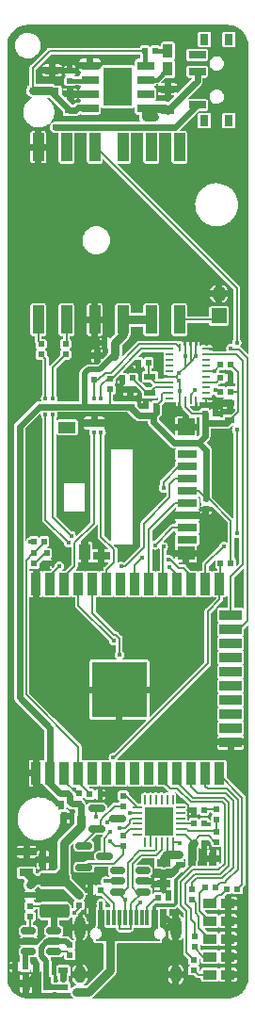
<source format=gtl>
G04 #@! TF.GenerationSoftware,KiCad,Pcbnew,6.0.2+dfsg-1*
G04 #@! TF.CreationDate,2022-06-20T13:27:43+02:00*
G04 #@! TF.ProjectId,trainlog,74726169-6e6c-46f6-972e-6b696361645f,rev?*
G04 #@! TF.SameCoordinates,Original*
G04 #@! TF.FileFunction,Copper,L1,Top*
G04 #@! TF.FilePolarity,Positive*
%FSLAX46Y46*%
G04 Gerber Fmt 4.6, Leading zero omitted, Abs format (unit mm)*
G04 Created by KiCad (PCBNEW 6.0.2+dfsg-1) date 2022-06-20 13:27:43*
%MOMM*%
%LPD*%
G01*
G04 APERTURE LIST*
G04 Aperture macros list*
%AMRoundRect*
0 Rectangle with rounded corners*
0 $1 Rounding radius*
0 $2 $3 $4 $5 $6 $7 $8 $9 X,Y pos of 4 corners*
0 Add a 4 corners polygon primitive as box body*
4,1,4,$2,$3,$4,$5,$6,$7,$8,$9,$2,$3,0*
0 Add four circle primitives for the rounded corners*
1,1,$1+$1,$2,$3*
1,1,$1+$1,$4,$5*
1,1,$1+$1,$6,$7*
1,1,$1+$1,$8,$9*
0 Add four rect primitives between the rounded corners*
20,1,$1+$1,$2,$3,$4,$5,0*
20,1,$1+$1,$4,$5,$6,$7,0*
20,1,$1+$1,$6,$7,$8,$9,0*
20,1,$1+$1,$8,$9,$2,$3,0*%
G04 Aperture macros list end*
G04 #@! TA.AperFunction,SMDPad,CuDef*
%ADD10R,0.600000X1.450000*%
G04 #@! TD*
G04 #@! TA.AperFunction,SMDPad,CuDef*
%ADD11R,0.300000X1.450000*%
G04 #@! TD*
G04 #@! TA.AperFunction,ComponentPad*
%ADD12O,1.000000X2.100000*%
G04 #@! TD*
G04 #@! TA.AperFunction,ComponentPad*
%ADD13O,1.000000X1.600000*%
G04 #@! TD*
G04 #@! TA.AperFunction,SMDPad,CuDef*
%ADD14R,1.000000X2.500000*%
G04 #@! TD*
G04 #@! TA.AperFunction,SMDPad,CuDef*
%ADD15R,0.500000X0.600000*%
G04 #@! TD*
G04 #@! TA.AperFunction,SMDPad,CuDef*
%ADD16R,1.750000X0.700000*%
G04 #@! TD*
G04 #@! TA.AperFunction,SMDPad,CuDef*
%ADD17R,1.000000X1.450000*%
G04 #@! TD*
G04 #@! TA.AperFunction,SMDPad,CuDef*
%ADD18R,1.550000X1.000000*%
G04 #@! TD*
G04 #@! TA.AperFunction,SMDPad,CuDef*
%ADD19R,1.400000X0.800000*%
G04 #@! TD*
G04 #@! TA.AperFunction,SMDPad,CuDef*
%ADD20R,1.500000X1.300000*%
G04 #@! TD*
G04 #@! TA.AperFunction,SMDPad,CuDef*
%ADD21R,1.500000X0.800000*%
G04 #@! TD*
G04 #@! TA.AperFunction,SMDPad,CuDef*
%ADD22R,1.500000X1.500000*%
G04 #@! TD*
G04 #@! TA.AperFunction,SMDPad,CuDef*
%ADD23R,1.225000X0.850000*%
G04 #@! TD*
G04 #@! TA.AperFunction,SMDPad,CuDef*
%ADD24R,0.600000X0.500000*%
G04 #@! TD*
G04 #@! TA.AperFunction,SMDPad,CuDef*
%ADD25R,0.700000X1.300000*%
G04 #@! TD*
G04 #@! TA.AperFunction,SMDPad,CuDef*
%ADD26R,1.300000X0.700000*%
G04 #@! TD*
G04 #@! TA.AperFunction,SMDPad,CuDef*
%ADD27R,0.675000X0.254000*%
G04 #@! TD*
G04 #@! TA.AperFunction,SMDPad,CuDef*
%ADD28R,0.254000X0.675000*%
G04 #@! TD*
G04 #@! TA.AperFunction,SMDPad,CuDef*
%ADD29R,1.100000X0.600000*%
G04 #@! TD*
G04 #@! TA.AperFunction,SMDPad,CuDef*
%ADD30RoundRect,0.062500X0.062500X-0.350000X0.062500X0.350000X-0.062500X0.350000X-0.062500X-0.350000X0*%
G04 #@! TD*
G04 #@! TA.AperFunction,SMDPad,CuDef*
%ADD31RoundRect,0.062500X0.350000X-0.062500X0.350000X0.062500X-0.350000X0.062500X-0.350000X-0.062500X0*%
G04 #@! TD*
G04 #@! TA.AperFunction,SMDPad,CuDef*
%ADD32R,2.600000X2.600000*%
G04 #@! TD*
G04 #@! TA.AperFunction,SMDPad,CuDef*
%ADD33R,0.600000X0.900000*%
G04 #@! TD*
G04 #@! TA.AperFunction,SMDPad,CuDef*
%ADD34R,0.850000X1.225000*%
G04 #@! TD*
G04 #@! TA.AperFunction,SMDPad,CuDef*
%ADD35R,0.900000X0.600000*%
G04 #@! TD*
G04 #@! TA.AperFunction,SMDPad,CuDef*
%ADD36R,0.800000X1.000000*%
G04 #@! TD*
G04 #@! TA.AperFunction,SMDPad,CuDef*
%ADD37R,1.500000X0.700000*%
G04 #@! TD*
G04 #@! TA.AperFunction,SMDPad,CuDef*
%ADD38RoundRect,0.150000X-0.587500X-0.150000X0.587500X-0.150000X0.587500X0.150000X-0.587500X0.150000X0*%
G04 #@! TD*
G04 #@! TA.AperFunction,SMDPad,CuDef*
%ADD39RoundRect,0.150000X0.512500X0.150000X-0.512500X0.150000X-0.512500X-0.150000X0.512500X-0.150000X0*%
G04 #@! TD*
G04 #@! TA.AperFunction,SMDPad,CuDef*
%ADD40R,1.505000X0.802000*%
G04 #@! TD*
G04 #@! TA.AperFunction,SMDPad,CuDef*
%ADD41R,2.613000X3.502000*%
G04 #@! TD*
G04 #@! TA.AperFunction,SMDPad,CuDef*
%ADD42RoundRect,0.150000X-0.512500X-0.150000X0.512500X-0.150000X0.512500X0.150000X-0.512500X0.150000X0*%
G04 #@! TD*
G04 #@! TA.AperFunction,SMDPad,CuDef*
%ADD43R,0.900000X2.000000*%
G04 #@! TD*
G04 #@! TA.AperFunction,SMDPad,CuDef*
%ADD44R,2.000000X0.900000*%
G04 #@! TD*
G04 #@! TA.AperFunction,SMDPad,CuDef*
%ADD45R,5.000000X5.000000*%
G04 #@! TD*
G04 #@! TA.AperFunction,ComponentPad*
%ADD46R,1.350000X1.350000*%
G04 #@! TD*
G04 #@! TA.AperFunction,ComponentPad*
%ADD47O,1.350000X1.350000*%
G04 #@! TD*
G04 #@! TA.AperFunction,SMDPad,CuDef*
%ADD48RoundRect,0.250000X1.075000X-0.375000X1.075000X0.375000X-1.075000X0.375000X-1.075000X-0.375000X0*%
G04 #@! TD*
G04 #@! TA.AperFunction,ViaPad*
%ADD49C,0.600000*%
G04 #@! TD*
G04 #@! TA.AperFunction,ViaPad*
%ADD50C,0.450000*%
G04 #@! TD*
G04 #@! TA.AperFunction,Conductor*
%ADD51C,0.600000*%
G04 #@! TD*
G04 #@! TA.AperFunction,Conductor*
%ADD52C,0.200000*%
G04 #@! TD*
G04 #@! TA.AperFunction,Conductor*
%ADD53C,0.800000*%
G04 #@! TD*
G04 #@! TA.AperFunction,Conductor*
%ADD54C,0.300000*%
G04 #@! TD*
G04 #@! TA.AperFunction,Conductor*
%ADD55C,0.500000*%
G04 #@! TD*
G04 #@! TA.AperFunction,Conductor*
%ADD56C,0.400000*%
G04 #@! TD*
G04 #@! TA.AperFunction,Conductor*
%ADD57C,0.150000*%
G04 #@! TD*
G04 APERTURE END LIST*
D10*
G04 #@! TO.P,J1,A1,GND*
G04 #@! TO.N,GND*
X96800000Y-136477500D03*
G04 #@! TO.P,J1,A4,VBUS*
G04 #@! TO.N,VBUS*
X97600000Y-136477500D03*
D11*
G04 #@! TO.P,J1,A5,CC1*
G04 #@! TO.N,Net-(J1-PadA5)*
X98750000Y-136477500D03*
G04 #@! TO.P,J1,A6,D+*
G04 #@! TO.N,D+*
X99750000Y-136477500D03*
G04 #@! TO.P,J1,A7,D-*
G04 #@! TO.N,D-*
X100250000Y-136477500D03*
G04 #@! TO.P,J1,A8,SBU1*
G04 #@! TO.N,unconnected-(J1-PadA8)*
X101250000Y-136477500D03*
D10*
G04 #@! TO.P,J1,A9,VBUS*
G04 #@! TO.N,VBUS*
X97600000Y-136477500D03*
G04 #@! TO.P,J1,A12,GND*
G04 #@! TO.N,GND*
X96800000Y-136477500D03*
G04 #@! TO.P,J1,B1,GND*
X103200000Y-136477500D03*
G04 #@! TO.P,J1,B4,VBUS*
G04 #@! TO.N,VBUS*
X102400000Y-136477500D03*
D11*
G04 #@! TO.P,J1,B5,CC2*
G04 #@! TO.N,Net-(J1-PadB5)*
X101750000Y-136477500D03*
G04 #@! TO.P,J1,B6,D+*
G04 #@! TO.N,D+*
X100750000Y-136477500D03*
G04 #@! TO.P,J1,B7,D-*
G04 #@! TO.N,D-*
X99250000Y-136477500D03*
G04 #@! TO.P,J1,B8,SBU2*
G04 #@! TO.N,unconnected-(J1-PadB8)*
X98250000Y-136477500D03*
D10*
G04 #@! TO.P,J1,B9,VBUS*
G04 #@! TO.N,VBUS*
X102400000Y-136477500D03*
G04 #@! TO.P,J1,B12,GND*
G04 #@! TO.N,GND*
X103200000Y-136477500D03*
D12*
G04 #@! TO.P,J1,S1,SHIELD*
X95680000Y-137392500D03*
D13*
X104320000Y-141572500D03*
X95680000Y-141572500D03*
D12*
X104320000Y-137392500D03*
G04 #@! TD*
D14*
G04 #@! TO.P,U5,1,RXD1*
G04 #@! TO.N,L80_RXD*
X91950000Y-82750000D03*
G04 #@! TO.P,U5,2,TXD1*
G04 #@! TO.N,L80_TXD*
X94490000Y-82750000D03*
G04 #@! TO.P,U5,3,GND*
G04 #@! TO.N,GND*
X97030000Y-82750000D03*
G04 #@! TO.P,U5,4,VCC*
G04 #@! TO.N,+3V3*
X99570000Y-82750000D03*
G04 #@! TO.P,U5,5,V_BCKP*
X102110000Y-82750000D03*
G04 #@! TO.P,U5,6,1PPS*
G04 #@! TO.N,Net-(J3-Pad1)*
X104650000Y-82750000D03*
G04 #@! TO.P,U5,7,RESERVED*
G04 #@! TO.N,unconnected-(U5-Pad7)*
X104650000Y-67250000D03*
G04 #@! TO.P,U5,8,RESERVED*
G04 #@! TO.N,unconnected-(U5-Pad8)*
X102110000Y-67250000D03*
G04 #@! TO.P,U5,9,NC*
G04 #@! TO.N,unconnected-(U5-Pad9)*
X99570000Y-67250000D03*
G04 #@! TO.P,U5,10,~{RESET}*
G04 #@! TO.N,L80_RST*
X97030000Y-67250000D03*
G04 #@! TO.P,U5,11,RESERVED*
G04 #@! TO.N,unconnected-(U5-Pad11)*
X94490000Y-67250000D03*
G04 #@! TO.P,U5,12,GND*
G04 #@! TO.N,GND*
X91950000Y-67250000D03*
G04 #@! TD*
D15*
G04 #@! TO.P,R10,1*
G04 #@! TO.N,VBUS*
X101530000Y-58600000D03*
G04 #@! TO.P,R10,2*
G04 #@! TO.N,Net-(D1-Pad2)*
X102470000Y-58600000D03*
G04 #@! TD*
G04 #@! TO.P,R6,1*
G04 #@! TO.N,GND*
X105930000Y-126800000D03*
G04 #@! TO.P,R6,2*
G04 #@! TO.N,Net-(R5-Pad1)*
X106870000Y-126800000D03*
G04 #@! TD*
D16*
G04 #@! TO.P,J2,1,DAT2*
G04 #@! TO.N,unconnected-(J2-Pad1)*
X105350000Y-94825000D03*
G04 #@! TO.P,J2,2,DAT3/CD*
G04 #@! TO.N,SD_CS*
X105350000Y-95925000D03*
G04 #@! TO.P,J2,3,CMD*
G04 #@! TO.N,SD_COPI*
X105350000Y-97025000D03*
G04 #@! TO.P,J2,4,VDD*
G04 #@! TO.N,+3V3*
X105350000Y-98125000D03*
G04 #@! TO.P,J2,5,CLK*
G04 #@! TO.N,SD_CLK*
X105350000Y-99225000D03*
G04 #@! TO.P,J2,6,VSS*
G04 #@! TO.N,GND*
X105350000Y-100325000D03*
G04 #@! TO.P,J2,7,DAT0*
G04 #@! TO.N,SD_CIPO*
X105350000Y-101425000D03*
G04 #@! TO.P,J2,8,DAT1*
G04 #@! TO.N,unconnected-(J2-Pad8)*
X105350000Y-102525000D03*
D17*
G04 #@! TO.P,J2,9,DET_B*
G04 #@! TO.N,GND*
X96125000Y-103650000D03*
D18*
G04 #@! TO.P,J2,10,DET_A*
G04 #@! TO.N,unconnected-(J2-Pad10)*
X94550000Y-92425000D03*
D19*
G04 #@! TO.P,J2,11,SHIELD*
G04 #@! TO.N,GND*
X96975000Y-92025000D03*
D20*
X105225000Y-103725000D03*
D21*
X97625000Y-103975000D03*
D22*
X105225000Y-92375000D03*
G04 #@! TD*
D23*
G04 #@! TO.P,D2,1,K*
G04 #@! TO.N,GND*
X109012500Y-135200000D03*
G04 #@! TO.P,D2,2,A*
G04 #@! TO.N,Net-(R14-Pad2)*
X107387500Y-135200000D03*
G04 #@! TD*
D24*
G04 #@! TO.P,C3,1*
G04 #@! TO.N,CP_VIO*
X104600000Y-130830000D03*
G04 #@! TO.P,C3,2*
G04 #@! TO.N,GND*
X104600000Y-131770000D03*
G04 #@! TD*
D25*
G04 #@! TO.P,C1,1*
G04 #@! TO.N,VBUS*
X105750000Y-131200000D03*
G04 #@! TO.P,C1,2*
G04 #@! TO.N,GND*
X107650000Y-131200000D03*
G04 #@! TD*
D15*
G04 #@! TO.P,R2,1*
G04 #@! TO.N,Net-(J1-PadB5)*
X102730000Y-134700000D03*
G04 #@! TO.P,R2,2*
G04 #@! TO.N,GND*
X103670000Y-134700000D03*
G04 #@! TD*
D26*
G04 #@! TO.P,C4,1*
G04 #@! TO.N,CP_VIO*
X103200000Y-131550000D03*
G04 #@! TO.P,C4,2*
G04 #@! TO.N,GND*
X103200000Y-133450000D03*
G04 #@! TD*
D15*
G04 #@! TO.P,R15,1*
G04 #@! TO.N,Net-(U4-Pad13)*
X107870000Y-133800000D03*
G04 #@! TO.P,R15,2*
G04 #@! TO.N,Net-(R15-Pad2)*
X106930000Y-133800000D03*
G04 #@! TD*
D27*
G04 #@! TO.P,U6,1,PIN1*
G04 #@! TO.N,unconnected-(U6-Pad1)*
X103737500Y-89850000D03*
D28*
G04 #@! TO.P,U6,2,GND*
G04 #@! TO.N,GND*
X104650000Y-89987500D03*
G04 #@! TO.P,U6,3,VDD*
G04 #@! TO.N,+3V3*
X105150000Y-89987500D03*
G04 #@! TO.P,U6,4,~{BOOT_LOAD_PIN}*
G04 #@! TO.N,Net-(R22-Pad1)*
X105650000Y-89987500D03*
G04 #@! TO.P,U6,5,PS1*
G04 #@! TO.N,GND*
X106150000Y-89987500D03*
D27*
G04 #@! TO.P,U6,6,PS0*
X107062500Y-89850000D03*
G04 #@! TO.P,U6,7,PIN7*
G04 #@! TO.N,unconnected-(U6-Pad7)*
X107062500Y-89350000D03*
G04 #@! TO.P,U6,8,PIN8*
G04 #@! TO.N,unconnected-(U6-Pad8)*
X107062500Y-88850000D03*
G04 #@! TO.P,U6,9,CAP*
G04 #@! TO.N,Net-(C19-Pad1)*
X107062500Y-88350000D03*
G04 #@! TO.P,U6,10,BL_IND*
G04 #@! TO.N,unconnected-(U6-Pad10)*
X107062500Y-87850000D03*
G04 #@! TO.P,U6,11,~{RESET}*
G04 #@! TO.N,BNO_NRST*
X107062500Y-87350000D03*
G04 #@! TO.P,U6,12,PIN12*
G04 #@! TO.N,unconnected-(U6-Pad12)*
X107062500Y-86850000D03*
G04 #@! TO.P,U6,13,PIN13*
G04 #@! TO.N,unconnected-(U6-Pad13)*
X107062500Y-86350000D03*
G04 #@! TO.P,U6,14,INT*
G04 #@! TO.N,BNO_INT*
X107062500Y-85850000D03*
G04 #@! TO.P,U6,15,GNDIO*
G04 #@! TO.N,GND*
X107062500Y-85350000D03*
D28*
G04 #@! TO.P,U6,16,GNDIO*
X106150000Y-85212500D03*
G04 #@! TO.P,U6,17,COM3*
X105650000Y-85212500D03*
G04 #@! TO.P,U6,18,COM2*
X105150000Y-85212500D03*
G04 #@! TO.P,U6,19,COM1*
G04 #@! TO.N,BNO_SCL*
X104650000Y-85212500D03*
D27*
G04 #@! TO.P,U6,20,COM0*
G04 #@! TO.N,BNO_SDA*
X103737500Y-85350000D03*
G04 #@! TO.P,U6,21,PIN21*
G04 #@! TO.N,unconnected-(U6-Pad21)*
X103737500Y-85850000D03*
G04 #@! TO.P,U6,22,PIN22*
G04 #@! TO.N,unconnected-(U6-Pad22)*
X103737500Y-86350000D03*
G04 #@! TO.P,U6,23,PIN23*
G04 #@! TO.N,unconnected-(U6-Pad23)*
X103737500Y-86850000D03*
G04 #@! TO.P,U6,24,PIN24*
G04 #@! TO.N,unconnected-(U6-Pad24)*
X103737500Y-87350000D03*
G04 #@! TO.P,U6,25,GNDIO*
G04 #@! TO.N,GND*
X103737500Y-87850000D03*
G04 #@! TO.P,U6,26,XOUT32*
G04 #@! TO.N,Net-(C20-Pad2)*
X103737500Y-88350000D03*
G04 #@! TO.P,U6,27,XIN32*
G04 #@! TO.N,Net-(C21-Pad2)*
X103737500Y-88850000D03*
G04 #@! TO.P,U6,28,VDDIO*
G04 #@! TO.N,+3V3*
X103737500Y-89350000D03*
G04 #@! TD*
D23*
G04 #@! TO.P,D5,1,K*
G04 #@! TO.N,GND*
X109012500Y-140000000D03*
G04 #@! TO.P,D5,2,A*
G04 #@! TO.N,Net-(D5-Pad2)*
X107387500Y-140000000D03*
G04 #@! TD*
D26*
G04 #@! TO.P,C26,1*
G04 #@! TO.N,+3V3*
X90900000Y-132450000D03*
G04 #@! TO.P,C26,2*
G04 #@! TO.N,GND*
X90900000Y-130550000D03*
G04 #@! TD*
D15*
G04 #@! TO.P,R1,1*
G04 #@! TO.N,GND*
X96630000Y-134000000D03*
G04 #@! TO.P,R1,2*
G04 #@! TO.N,Net-(J1-PadA5)*
X97570000Y-134000000D03*
G04 #@! TD*
D24*
G04 #@! TO.P,R19,1*
G04 #@! TO.N,BNO_SDA*
X98400000Y-88080000D03*
G04 #@! TO.P,R19,2*
G04 #@! TO.N,+3V3*
X98400000Y-89020000D03*
G04 #@! TD*
D15*
G04 #@! TO.P,R22,1*
G04 #@! TO.N,Net-(R22-Pad1)*
X108330000Y-89200000D03*
G04 #@! TO.P,R22,2*
G04 #@! TO.N,+3V3*
X109270000Y-89200000D03*
G04 #@! TD*
G04 #@! TO.P,C17,1*
G04 #@! TO.N,+3V3*
X102570000Y-90500000D03*
G04 #@! TO.P,C17,2*
G04 #@! TO.N,GND*
X101630000Y-90500000D03*
G04 #@! TD*
D29*
G04 #@! TO.P,Y2,1,1*
G04 #@! TO.N,Net-(C21-Pad2)*
X102000000Y-89300000D03*
G04 #@! TO.P,Y2,2,2*
G04 #@! TO.N,Net-(C20-Pad2)*
X102000000Y-87900000D03*
G04 #@! TD*
D15*
G04 #@! TO.P,C14,1*
G04 #@! TO.N,+3V3*
X98870000Y-84800000D03*
G04 #@! TO.P,C14,2*
G04 #@! TO.N,GND*
X97930000Y-84800000D03*
G04 #@! TD*
D24*
G04 #@! TO.P,R20,1*
G04 #@! TO.N,BNO_SCL*
X96950000Y-88170000D03*
G04 #@! TO.P,R20,2*
G04 #@! TO.N,+3V3*
X96950000Y-87230000D03*
G04 #@! TD*
G04 #@! TO.P,R28,1*
G04 #@! TO.N,Net-(Q1-Pad1)*
X99600000Y-126470000D03*
G04 #@! TO.P,R28,2*
G04 #@! TO.N,Net-(R28-Pad2)*
X99600000Y-125530000D03*
G04 #@! TD*
D25*
G04 #@! TO.P,C8,1*
G04 #@! TO.N,Net-(C22-Pad1)*
X92750000Y-142400000D03*
G04 #@! TO.P,C8,2*
G04 #@! TO.N,GND*
X90850000Y-142400000D03*
G04 #@! TD*
D30*
G04 #@! TO.P,U1,1,~{RI}/CLK*
G04 #@! TO.N,unconnected-(U1-Pad1)*
X101550000Y-129737500D03*
G04 #@! TO.P,U1,2,GND*
G04 #@! TO.N,GND*
X102050000Y-129737500D03*
G04 #@! TO.P,U1,3,D+*
G04 #@! TO.N,D+*
X102550000Y-129737500D03*
G04 #@! TO.P,U1,4,D-*
G04 #@! TO.N,D-*
X103050000Y-129737500D03*
G04 #@! TO.P,U1,5,VIO*
G04 #@! TO.N,CP_VIO*
X103550000Y-129737500D03*
G04 #@! TO.P,U1,6,VDD*
X104050000Y-129737500D03*
D31*
G04 #@! TO.P,U1,7,VREGIN*
G04 #@! TO.N,VBUS*
X104737500Y-129050000D03*
G04 #@! TO.P,U1,8,VBUS*
G04 #@! TO.N,Net-(R4-Pad1)*
X104737500Y-128550000D03*
G04 #@! TO.P,U1,9,~{RST}*
G04 #@! TO.N,Net-(R27-Pad1)*
X104737500Y-128050000D03*
G04 #@! TO.P,U1,10,NC*
G04 #@! TO.N,unconnected-(U1-Pad10)*
X104737500Y-127550000D03*
G04 #@! TO.P,U1,11,~{WAKEUP}/GPIO.3*
G04 #@! TO.N,unconnected-(U1-Pad11)*
X104737500Y-127050000D03*
G04 #@! TO.P,U1,12,RS485/GPIO.2*
G04 #@! TO.N,unconnected-(U1-Pad12)*
X104737500Y-126550000D03*
D30*
G04 #@! TO.P,U1,13,~{RXT}/GPIO.1*
G04 #@! TO.N,unconnected-(U1-Pad13)*
X104050000Y-125862500D03*
G04 #@! TO.P,U1,14,~{TXT}/GPIO.0*
G04 #@! TO.N,unconnected-(U1-Pad14)*
X103550000Y-125862500D03*
G04 #@! TO.P,U1,15,~{SUSPEND}*
G04 #@! TO.N,unconnected-(U1-Pad15)*
X103050000Y-125862500D03*
G04 #@! TO.P,U1,16,NC*
G04 #@! TO.N,unconnected-(U1-Pad16)*
X102550000Y-125862500D03*
G04 #@! TO.P,U1,17,SUSPEND*
G04 #@! TO.N,unconnected-(U1-Pad17)*
X102050000Y-125862500D03*
G04 #@! TO.P,U1,18,~{CTS}*
G04 #@! TO.N,unconnected-(U1-Pad18)*
X101550000Y-125862500D03*
D31*
G04 #@! TO.P,U1,19,~{RTS}*
G04 #@! TO.N,Net-(R28-Pad2)*
X100862500Y-126550000D03*
G04 #@! TO.P,U1,20,RXD*
G04 #@! TO.N,ESP_RXD*
X100862500Y-127050000D03*
G04 #@! TO.P,U1,21,TXD*
G04 #@! TO.N,ESP_TXD*
X100862500Y-127550000D03*
G04 #@! TO.P,U1,22,~{DSR}*
G04 #@! TO.N,unconnected-(U1-Pad22)*
X100862500Y-128050000D03*
G04 #@! TO.P,U1,23,~{DTR}*
G04 #@! TO.N,Net-(R29-Pad2)*
X100862500Y-128550000D03*
G04 #@! TO.P,U1,24,~{DCD}*
G04 #@! TO.N,unconnected-(U1-Pad24)*
X100862500Y-129050000D03*
D32*
G04 #@! TO.P,U1,25,GND*
G04 #@! TO.N,GND*
X102800000Y-127800000D03*
G04 #@! TD*
D25*
G04 #@! TO.P,C25,1*
G04 #@! TO.N,+3V3*
X94250000Y-131300000D03*
G04 #@! TO.P,C25,2*
G04 #@! TO.N,GND*
X92350000Y-131300000D03*
G04 #@! TD*
D24*
G04 #@! TO.P,R11,1*
G04 #@! TO.N,Net-(R11-Pad1)*
X94800000Y-61270000D03*
G04 #@! TO.P,R11,2*
G04 #@! TO.N,GND*
X94800000Y-60330000D03*
G04 #@! TD*
D15*
G04 #@! TO.P,R30,1*
G04 #@! TO.N,+3V3*
X109270000Y-104600000D03*
G04 #@! TO.P,R30,2*
G04 #@! TO.N,ESP_IO0*
X108330000Y-104600000D03*
G04 #@! TD*
D33*
G04 #@! TO.P,C9,1*
G04 #@! TO.N,+3V3*
X95750000Y-127400000D03*
G04 #@! TO.P,C9,2*
G04 #@! TO.N,GND*
X94250000Y-127400000D03*
G04 #@! TD*
D34*
G04 #@! TO.P,D1,1,K*
G04 #@! TO.N,Net-(D1-Pad1)*
X103600000Y-60212500D03*
G04 #@! TO.P,D1,2,A*
G04 #@! TO.N,Net-(D1-Pad2)*
X103600000Y-58587500D03*
G04 #@! TD*
D26*
G04 #@! TO.P,C11,1*
G04 #@! TO.N,Net-(BT1-Pad1)*
X103600000Y-63950000D03*
G04 #@! TO.P,C11,2*
G04 #@! TO.N,GND*
X103600000Y-62050000D03*
G04 #@! TD*
D15*
G04 #@! TO.P,C19,1*
G04 #@! TO.N,Net-(C19-Pad1)*
X108330000Y-88000000D03*
G04 #@! TO.P,C19,2*
G04 #@! TO.N,GND*
X109270000Y-88000000D03*
G04 #@! TD*
D24*
G04 #@! TO.P,R4,1*
G04 #@! TO.N,Net-(R4-Pad1)*
X108000000Y-128730000D03*
G04 #@! TO.P,R4,2*
G04 #@! TO.N,VBUS*
X108000000Y-129670000D03*
G04 #@! TD*
D35*
G04 #@! TO.P,C18,1*
G04 #@! TO.N,+3V3*
X100200000Y-90550000D03*
G04 #@! TO.P,C18,2*
G04 #@! TO.N,GND*
X100200000Y-89050000D03*
G04 #@! TD*
D36*
G04 #@! TO.P,SW1,*
G04 #@! TO.N,*
X106890000Y-57550000D03*
X109100000Y-64850000D03*
X109100000Y-57550000D03*
X106890000Y-64850000D03*
D37*
G04 #@! TO.P,SW1,1,A*
G04 #@! TO.N,VBAT*
X106240000Y-63450000D03*
G04 #@! TO.P,SW1,2,B*
G04 #@! TO.N,Net-(BT1-Pad1)*
X106240000Y-60450000D03*
G04 #@! TO.P,SW1,3,C*
G04 #@! TO.N,unconnected-(SW1-Pad3)*
X106240000Y-58950000D03*
G04 #@! TD*
D24*
G04 #@! TO.P,R5,1*
G04 #@! TO.N,Net-(R5-Pad1)*
X108000000Y-126730000D03*
G04 #@! TO.P,R5,2*
G04 #@! TO.N,Net-(R4-Pad1)*
X108000000Y-127670000D03*
G04 #@! TD*
G04 #@! TO.P,R25,1*
G04 #@! TO.N,+3V3*
X95600000Y-134430000D03*
G04 #@! TO.P,R25,2*
G04 #@! TO.N,Net-(R25-Pad2)*
X95600000Y-135370000D03*
G04 #@! TD*
G04 #@! TO.P,R24,1*
G04 #@! TO.N,Net-(C22-Pad1)*
X94800000Y-138930000D03*
G04 #@! TO.P,R24,2*
G04 #@! TO.N,Net-(R24-Pad2)*
X94800000Y-139870000D03*
G04 #@! TD*
D38*
G04 #@! TO.P,Q2,1,G*
G04 #@! TO.N,Net-(Q1-Pad2)*
X97212500Y-126650000D03*
G04 #@! TO.P,Q2,2,S*
G04 #@! TO.N,Net-(Q1-Pad1)*
X97212500Y-128550000D03*
G04 #@! TO.P,Q2,3,D*
G04 #@! TO.N,ESP_EN*
X99087500Y-127600000D03*
G04 #@! TD*
D24*
G04 #@! TO.P,R17,1*
G04 #@! TO.N,Net-(U4-Pad11)*
X106000000Y-138180000D03*
G04 #@! TO.P,R17,2*
G04 #@! TO.N,Net-(D5-Pad2)*
X106000000Y-139120000D03*
G04 #@! TD*
G04 #@! TO.P,C24,1*
G04 #@! TO.N,Net-(C24-Pad1)*
X91200000Y-136370000D03*
G04 #@! TO.P,C24,2*
G04 #@! TO.N,Net-(C24-Pad2)*
X91200000Y-135430000D03*
G04 #@! TD*
D39*
G04 #@! TO.P,U2,1,IO1*
G04 #@! TO.N,D-*
X101337500Y-134150000D03*
G04 #@! TO.P,U2,2,GND*
G04 #@! TO.N,GND*
X101337500Y-133200000D03*
G04 #@! TO.P,U2,3,IO2*
G04 #@! TO.N,unconnected-(U2-Pad3)*
X101337500Y-132250000D03*
G04 #@! TO.P,U2,4,IO3*
G04 #@! TO.N,unconnected-(U2-Pad4)*
X99062500Y-132250000D03*
G04 #@! TO.P,U2,5,VBUS*
G04 #@! TO.N,VBUS*
X99062500Y-133200000D03*
G04 #@! TO.P,U2,6,IO4*
G04 #@! TO.N,D+*
X99062500Y-134150000D03*
G04 #@! TD*
D15*
G04 #@! TO.P,C21,1*
G04 #@! TO.N,GND*
X99530000Y-88000000D03*
G04 #@! TO.P,C21,2*
G04 #@! TO.N,Net-(C21-Pad2)*
X100470000Y-88000000D03*
G04 #@! TD*
D38*
G04 #@! TO.P,Q1,1,G*
G04 #@! TO.N,Net-(Q1-Pad1)*
X96062500Y-130050000D03*
G04 #@! TO.P,Q1,2,S*
G04 #@! TO.N,Net-(Q1-Pad2)*
X96062500Y-131950000D03*
G04 #@! TO.P,Q1,3,D*
G04 #@! TO.N,ESP_IO0*
X97937500Y-131000000D03*
G04 #@! TD*
D33*
G04 #@! TO.P,C12,1*
G04 #@! TO.N,+3V3*
X98750000Y-86000000D03*
G04 #@! TO.P,C12,2*
G04 #@! TO.N,GND*
X97250000Y-86000000D03*
G04 #@! TD*
D24*
G04 #@! TO.P,R31,1*
G04 #@! TO.N,+3V3*
X95600000Y-126270000D03*
G04 #@! TO.P,R31,2*
G04 #@! TO.N,ESP_EN*
X95600000Y-125330000D03*
G04 #@! TD*
D15*
G04 #@! TO.P,R27,1*
G04 #@! TO.N,Net-(R27-Pad1)*
X105930000Y-128000000D03*
G04 #@! TO.P,R27,2*
G04 #@! TO.N,CP_VIO*
X106870000Y-128000000D03*
G04 #@! TD*
G04 #@! TO.P,C2,1*
G04 #@! TO.N,VBUS*
X105930000Y-129800000D03*
G04 #@! TO.P,C2,2*
G04 #@! TO.N,GND*
X106870000Y-129800000D03*
G04 #@! TD*
D40*
G04 #@! TO.P,U3,1,TEMP*
G04 #@! TO.N,GND*
X96602500Y-59895000D03*
G04 #@! TO.P,U3,2,PROG*
G04 #@! TO.N,Net-(R11-Pad1)*
X96602500Y-61165000D03*
G04 #@! TO.P,U3,3,GND*
G04 #@! TO.N,GND*
X96602500Y-62435000D03*
G04 #@! TO.P,U3,4,VCC*
G04 #@! TO.N,VBUS*
X96602500Y-63705000D03*
G04 #@! TO.P,U3,5,BAT*
G04 #@! TO.N,Net-(BT1-Pad1)*
X101597500Y-63705000D03*
G04 #@! TO.P,U3,6,STDBY*
G04 #@! TO.N,unconnected-(U3-Pad6)*
X101597500Y-62435000D03*
G04 #@! TO.P,U3,7,CHRG*
G04 #@! TO.N,Net-(D1-Pad1)*
X101597500Y-61165000D03*
G04 #@! TO.P,U3,8,CE*
G04 #@! TO.N,VBUS*
X101597500Y-59895000D03*
D41*
G04 #@! TO.P,U3,9*
G04 #@! TO.N,N/C*
X99100000Y-61800000D03*
G04 #@! TD*
D15*
G04 #@! TO.P,C15,1*
G04 #@! TO.N,+3V3*
X106930000Y-91200000D03*
G04 #@! TO.P,C15,2*
G04 #@! TO.N,GND*
X107870000Y-91200000D03*
G04 #@! TD*
G04 #@! TO.P,R26,1*
G04 #@! TO.N,Net-(R25-Pad2)*
X90770000Y-140900000D03*
G04 #@! TO.P,R26,2*
G04 #@! TO.N,GND*
X89830000Y-140900000D03*
G04 #@! TD*
G04 #@! TO.P,C20,1*
G04 #@! TO.N,GND*
X100930000Y-86600000D03*
G04 #@! TO.P,C20,2*
G04 #@! TO.N,Net-(C20-Pad2)*
X101870000Y-86600000D03*
G04 #@! TD*
D24*
G04 #@! TO.P,R9,1*
G04 #@! TO.N,GND*
X92700000Y-104670000D03*
G04 #@! TO.P,R9,2*
G04 #@! TO.N,Net-(R8-Pad1)*
X92700000Y-103730000D03*
G04 #@! TD*
G04 #@! TO.P,R13,1*
G04 #@! TO.N,Net-(R13-Pad1)*
X92200000Y-85870000D03*
G04 #@! TO.P,R13,2*
G04 #@! TO.N,L80_RXD*
X92200000Y-84930000D03*
G04 #@! TD*
D42*
G04 #@! TO.P,U7,1,BST*
G04 #@! TO.N,Net-(C24-Pad1)*
X91062500Y-137650000D03*
G04 #@! TO.P,U7,2,GND*
G04 #@! TO.N,GND*
X91062500Y-138600000D03*
G04 #@! TO.P,U7,3,FB*
G04 #@! TO.N,Net-(R25-Pad2)*
X91062500Y-139550000D03*
G04 #@! TO.P,U7,4,EN*
G04 #@! TO.N,Net-(R24-Pad2)*
X93337500Y-139550000D03*
G04 #@! TO.P,U7,5,VIN*
G04 #@! TO.N,Net-(C22-Pad1)*
X93337500Y-138600000D03*
G04 #@! TO.P,U7,6,SW*
G04 #@! TO.N,Net-(C24-Pad2)*
X93337500Y-137650000D03*
G04 #@! TD*
D24*
G04 #@! TO.P,R18,1*
G04 #@! TO.N,Net-(U4-Pad12)*
X105800000Y-133930000D03*
G04 #@! TO.P,R18,2*
G04 #@! TO.N,Net-(D6-Pad2)*
X105800000Y-134870000D03*
G04 #@! TD*
D15*
G04 #@! TO.P,R7,1*
G04 #@! TO.N,Net-(C28-Pad1)*
X92470000Y-102700000D03*
G04 #@! TO.P,R7,2*
G04 #@! TO.N,VBAT*
X91530000Y-102700000D03*
G04 #@! TD*
G04 #@! TO.P,C28,1*
G04 #@! TO.N,Net-(C28-Pad1)*
X96580000Y-125400000D03*
G04 #@! TO.P,C28,2*
G04 #@! TO.N,GND*
X97520000Y-125400000D03*
G04 #@! TD*
G04 #@! TO.P,R21,1*
G04 #@! TO.N,BNO_NRST*
X108330000Y-86800000D03*
G04 #@! TO.P,R21,2*
G04 #@! TO.N,+3V3*
X109270000Y-86800000D03*
G04 #@! TD*
G04 #@! TO.P,R14,1*
G04 #@! TO.N,Net-(U4-Pad14)*
X109870000Y-133900000D03*
G04 #@! TO.P,R14,2*
G04 #@! TO.N,Net-(R14-Pad2)*
X108930000Y-133900000D03*
G04 #@! TD*
D24*
G04 #@! TO.P,C10,1*
G04 #@! TO.N,+3V3*
X94000000Y-125330000D03*
G04 #@! TO.P,C10,2*
G04 #@! TO.N,GND*
X94000000Y-126270000D03*
G04 #@! TD*
G04 #@! TO.P,R16,1*
G04 #@! TO.N,Net-(U4-Pad10)*
X105950000Y-140280000D03*
G04 #@! TO.P,R16,2*
G04 #@! TO.N,Net-(D4-Pad2)*
X105950000Y-141220000D03*
G04 #@! TD*
D35*
G04 #@! TO.P,C23,1*
G04 #@! TO.N,VBUS*
X94800000Y-63950000D03*
G04 #@! TO.P,C23,2*
G04 #@! TO.N,GND*
X94800000Y-62450000D03*
G04 #@! TD*
D43*
G04 #@! TO.P,U4,1,GND*
G04 #@! TO.N,GND*
X91745000Y-123500000D03*
G04 #@! TO.P,U4,2,VDD*
G04 #@! TO.N,+3V3*
X93015000Y-123500000D03*
G04 #@! TO.P,U4,3,EN*
G04 #@! TO.N,ESP_EN*
X94285000Y-123500000D03*
G04 #@! TO.P,U4,4,SENSOR_VP*
G04 #@! TO.N,Net-(C28-Pad1)*
X95555000Y-123500000D03*
G04 #@! TO.P,U4,5,SENSOR_VN*
G04 #@! TO.N,unconnected-(U4-Pad5)*
X96825000Y-123500000D03*
G04 #@! TO.P,U4,6,IO34*
G04 #@! TO.N,unconnected-(U4-Pad6)*
X98095000Y-123500000D03*
G04 #@! TO.P,U4,7,IO35*
G04 #@! TO.N,unconnected-(U4-Pad7)*
X99365000Y-123500000D03*
G04 #@! TO.P,U4,8,IO32*
G04 #@! TO.N,unconnected-(U4-Pad8)*
X100635000Y-123500000D03*
G04 #@! TO.P,U4,9,IO33*
G04 #@! TO.N,unconnected-(U4-Pad9)*
X101905000Y-123500000D03*
G04 #@! TO.P,U4,10,IO25*
G04 #@! TO.N,Net-(U4-Pad10)*
X103175000Y-123500000D03*
G04 #@! TO.P,U4,11,IO26*
G04 #@! TO.N,Net-(U4-Pad11)*
X104445000Y-123500000D03*
G04 #@! TO.P,U4,12,IO27*
G04 #@! TO.N,Net-(U4-Pad12)*
X105715000Y-123500000D03*
G04 #@! TO.P,U4,13,IO14*
G04 #@! TO.N,Net-(U4-Pad13)*
X106985000Y-123500000D03*
G04 #@! TO.P,U4,14,IO12*
G04 #@! TO.N,Net-(U4-Pad14)*
X108255000Y-123500000D03*
D44*
G04 #@! TO.P,U4,15,GND*
G04 #@! TO.N,GND*
X109255000Y-120715000D03*
G04 #@! TO.P,U4,16,IO13*
G04 #@! TO.N,unconnected-(U4-Pad16)*
X109255000Y-119445000D03*
G04 #@! TO.P,U4,17,SHD/SD2*
G04 #@! TO.N,unconnected-(U4-Pad17)*
X109255000Y-118175000D03*
G04 #@! TO.P,U4,18,SWP/SD3*
G04 #@! TO.N,unconnected-(U4-Pad18)*
X109255000Y-116905000D03*
G04 #@! TO.P,U4,19,SCS/CMD*
G04 #@! TO.N,unconnected-(U4-Pad19)*
X109255000Y-115635000D03*
G04 #@! TO.P,U4,20,SCK/CLK*
G04 #@! TO.N,unconnected-(U4-Pad20)*
X109255000Y-114365000D03*
G04 #@! TO.P,U4,21,SDO/SD0*
G04 #@! TO.N,unconnected-(U4-Pad21)*
X109255000Y-113095000D03*
G04 #@! TO.P,U4,22,SDI/SD1*
G04 #@! TO.N,unconnected-(U4-Pad22)*
X109255000Y-111825000D03*
G04 #@! TO.P,U4,23,IO15*
G04 #@! TO.N,BNO_NRST*
X109255000Y-110555000D03*
G04 #@! TO.P,U4,24,IO2*
G04 #@! TO.N,BNO_INT*
X109255000Y-109285000D03*
D43*
G04 #@! TO.P,U4,25,IO0*
G04 #@! TO.N,ESP_IO0*
X108255000Y-106500000D03*
G04 #@! TO.P,U4,26,IO4*
G04 #@! TO.N,L80_RST*
X106985000Y-106500000D03*
G04 #@! TO.P,U4,27,IO16*
G04 #@! TO.N,Net-(R12-Pad2)*
X105715000Y-106500000D03*
G04 #@! TO.P,U4,28,IO17*
G04 #@! TO.N,Net-(R13-Pad1)*
X104445000Y-106500000D03*
G04 #@! TO.P,U4,29,IO5*
G04 #@! TO.N,SD_CS*
X103175000Y-106500000D03*
G04 #@! TO.P,U4,30,IO18*
G04 #@! TO.N,SD_CLK*
X101905000Y-106500000D03*
G04 #@! TO.P,U4,31,IO19*
G04 #@! TO.N,SD_CIPO*
X100635000Y-106500000D03*
G04 #@! TO.P,U4,32,NC*
G04 #@! TO.N,unconnected-(U4-Pad32)*
X99365000Y-106500000D03*
G04 #@! TO.P,U4,33,IO21*
G04 #@! TO.N,BNO_SDA*
X98095000Y-106500000D03*
G04 #@! TO.P,U4,34,RXD0/IO3*
G04 #@! TO.N,ESP_TXD*
X96825000Y-106500000D03*
G04 #@! TO.P,U4,35,TXD0/IO1*
G04 #@! TO.N,ESP_RXD*
X95555000Y-106500000D03*
G04 #@! TO.P,U4,36,IO22*
G04 #@! TO.N,BNO_SCL*
X94285000Y-106500000D03*
G04 #@! TO.P,U4,37,IO23*
G04 #@! TO.N,SD_COPI*
X93015000Y-106500000D03*
G04 #@! TO.P,U4,38,GND*
G04 #@! TO.N,GND*
X91745000Y-106500000D03*
D45*
G04 #@! TO.P,U4,39,GND*
X99245000Y-116000000D03*
G04 #@! TD*
D46*
G04 #@! TO.P,J3,1,In*
G04 #@! TO.N,Net-(J3-Pad1)*
X108200000Y-82400000D03*
D47*
G04 #@! TO.P,J3,2,Ext*
G04 #@! TO.N,GND*
X108200000Y-80400000D03*
G04 #@! TD*
D24*
G04 #@! TO.P,C5,1*
G04 #@! TO.N,+3V3*
X107050000Y-98830000D03*
G04 #@! TO.P,C5,2*
G04 #@! TO.N,GND*
X107050000Y-99770000D03*
G04 #@! TD*
D15*
G04 #@! TO.P,C22,1*
G04 #@! TO.N,Net-(C22-Pad1)*
X92670000Y-140900000D03*
G04 #@! TO.P,C22,2*
G04 #@! TO.N,GND*
X91730000Y-140900000D03*
G04 #@! TD*
D24*
G04 #@! TO.P,R29,1*
G04 #@! TO.N,Net-(Q1-Pad2)*
X99600000Y-130070000D03*
G04 #@! TO.P,R29,2*
G04 #@! TO.N,Net-(R29-Pad2)*
X99600000Y-129130000D03*
G04 #@! TD*
G04 #@! TO.P,R12,1*
G04 #@! TO.N,L80_TXD*
X94400000Y-84930000D03*
G04 #@! TO.P,R12,2*
G04 #@! TO.N,Net-(R12-Pad2)*
X94400000Y-85870000D03*
G04 #@! TD*
D23*
G04 #@! TO.P,D6,1,K*
G04 #@! TO.N,GND*
X109012500Y-138400000D03*
G04 #@! TO.P,D6,2,A*
G04 #@! TO.N,Net-(D6-Pad2)*
X107387500Y-138400000D03*
G04 #@! TD*
D26*
G04 #@! TO.P,C7,1*
G04 #@! TO.N,VBUS*
X93200000Y-62250000D03*
G04 #@! TO.P,C7,2*
G04 #@! TO.N,GND*
X93200000Y-60350000D03*
G04 #@! TD*
D35*
G04 #@! TO.P,C13,1*
G04 #@! TO.N,+3V3*
X109200000Y-91750000D03*
G04 #@! TO.P,C13,2*
G04 #@! TO.N,GND*
X109200000Y-90250000D03*
G04 #@! TD*
D24*
G04 #@! TO.P,R8,1*
G04 #@! TO.N,Net-(R8-Pad1)*
X91550000Y-104670000D03*
G04 #@! TO.P,R8,2*
G04 #@! TO.N,Net-(C28-Pad1)*
X91550000Y-103730000D03*
G04 #@! TD*
G04 #@! TO.P,C27,1*
G04 #@! TO.N,+3V3*
X91200000Y-133530000D03*
G04 #@! TO.P,C27,2*
G04 #@! TO.N,GND*
X91200000Y-134470000D03*
G04 #@! TD*
D35*
G04 #@! TO.P,R23,1*
G04 #@! TO.N,VBAT*
X94200000Y-141250000D03*
G04 #@! TO.P,R23,2*
G04 #@! TO.N,Net-(C22-Pad1)*
X94200000Y-142750000D03*
G04 #@! TD*
D23*
G04 #@! TO.P,D3,1,K*
G04 #@! TO.N,GND*
X109012500Y-136800000D03*
G04 #@! TO.P,D3,2,A*
G04 #@! TO.N,Net-(R15-Pad2)*
X107387500Y-136800000D03*
G04 #@! TD*
D48*
G04 #@! TO.P,L1,1*
G04 #@! TO.N,Net-(C24-Pad2)*
X93400000Y-135900000D03*
G04 #@! TO.P,L1,2*
G04 #@! TO.N,+3V3*
X93400000Y-133100000D03*
G04 #@! TD*
D23*
G04 #@! TO.P,D4,1,K*
G04 #@! TO.N,GND*
X109012500Y-141600000D03*
G04 #@! TO.P,D4,2,A*
G04 #@! TO.N,Net-(D4-Pad2)*
X107387500Y-141600000D03*
G04 #@! TD*
D49*
G04 #@! TO.N,Net-(BT1-Pad1)*
X102400000Y-64550000D03*
X101600000Y-64550000D03*
D50*
G04 #@! TO.N,GND*
X104750000Y-59250000D03*
X106800000Y-101400000D03*
X102400000Y-114000000D03*
X102600000Y-99000000D03*
X95800000Y-81200000D03*
X108000000Y-131200000D03*
X103800000Y-132600000D03*
X104750000Y-61250000D03*
X97800000Y-132200000D03*
X102000000Y-127000000D03*
X98200000Y-112800000D03*
X98600000Y-119200000D03*
X103800000Y-95800000D03*
X109000000Y-93000000D03*
X104650000Y-89150000D03*
X100400000Y-121800000D03*
X96400000Y-85600000D03*
X92000000Y-134800000D03*
X97600000Y-108200000D03*
X110400000Y-124800000D03*
X92400000Y-61200000D03*
X90600000Y-66600000D03*
X92385000Y-104985000D03*
X109200000Y-91000000D03*
X96000000Y-104200000D03*
X100400000Y-125000000D03*
X91800000Y-121800000D03*
X108600000Y-101200000D03*
X102800000Y-86000000D03*
X93400000Y-140400000D03*
X102000000Y-128600000D03*
X106400000Y-105000000D03*
X100600000Y-112800000D03*
X102600000Y-104000000D03*
X107600000Y-121600000D03*
X96400000Y-121800000D03*
X95000000Y-59400000D03*
X93400000Y-66600000D03*
X104000000Y-100600000D03*
X108600000Y-102200000D03*
X93400000Y-59400000D03*
X109000000Y-88450000D03*
X110000000Y-106000000D03*
X104000000Y-102400000D03*
X90498767Y-125693627D03*
X93200000Y-131200000D03*
X104625511Y-88174489D03*
X95800000Y-91400000D03*
X103800000Y-90600000D03*
X91400000Y-131400000D03*
X106800000Y-130600000D03*
X109200000Y-100000000D03*
X98000000Y-85600000D03*
X99400000Y-140800000D03*
X95000000Y-63000000D03*
X94600000Y-134800000D03*
X104656350Y-125936982D03*
X103800000Y-57400000D03*
X106400000Y-113200000D03*
D49*
X92182065Y-138135132D03*
D50*
X104000000Y-92400000D03*
X100200000Y-89800000D03*
X96600000Y-135000000D03*
X91600000Y-108200000D03*
X91600000Y-116000000D03*
X91800000Y-120800000D03*
X99200000Y-89400000D03*
X97200000Y-140800000D03*
X98200000Y-81200000D03*
D49*
X91730000Y-141450980D03*
D50*
X99800000Y-91400000D03*
X93800000Y-64600000D03*
X106150000Y-86001022D03*
X93600000Y-104200000D03*
X103000000Y-125000000D03*
X103200000Y-91600000D03*
X104750000Y-60250000D03*
X98170093Y-124940088D03*
X94800000Y-108200000D03*
X103800000Y-94600000D03*
X98400000Y-91400000D03*
X98600000Y-121200000D03*
X97200000Y-139000000D03*
X102800000Y-86800000D03*
D49*
X91520009Y-140429991D03*
D50*
X105150000Y-86050000D03*
X93200000Y-131800000D03*
X104600000Y-90800000D03*
X102600000Y-132600000D03*
X90800000Y-61000000D03*
X110400000Y-134800000D03*
X100800000Y-125600000D03*
X102400000Y-117400000D03*
X94000000Y-61200000D03*
X93200000Y-61200000D03*
X105800000Y-65200000D03*
X107600000Y-120800000D03*
X96000000Y-58000000D03*
X106800000Y-100600000D03*
X103600000Y-128600000D03*
X93200000Y-58000000D03*
X96600000Y-131000000D03*
X98200000Y-101600000D03*
X106800000Y-131400000D03*
X104575511Y-87575511D03*
X92000000Y-91800000D03*
X95400000Y-101400000D03*
X92000000Y-99600000D03*
X94000000Y-91400000D03*
X95400000Y-132800000D03*
X104000000Y-103600000D03*
X101000000Y-89800000D03*
X101800000Y-131400000D03*
X94200000Y-59400000D03*
X103600000Y-127000000D03*
X100200000Y-87200000D03*
X94000000Y-93600000D03*
X97600000Y-103400000D03*
X107600000Y-105000000D03*
X98200000Y-82800000D03*
X106600000Y-108200000D03*
X100400000Y-103400000D03*
X102600000Y-101800000D03*
X95200000Y-131000000D03*
X96400000Y-86400000D03*
X92000000Y-93600000D03*
X91400000Y-101800000D03*
X95800000Y-82800000D03*
X101000000Y-87200000D03*
X90600000Y-129600000D03*
X98152494Y-125549002D03*
X103600000Y-62800000D03*
X89600000Y-61800000D03*
X103200000Y-134000000D03*
X93800000Y-99600000D03*
X97000000Y-84800000D03*
X99400000Y-139000000D03*
X109800000Y-103000000D03*
X110000000Y-108200000D03*
X98600000Y-142600000D03*
X108600000Y-91000000D03*
X105952295Y-127214617D03*
X107800000Y-93000000D03*
X93600000Y-102600000D03*
X100400000Y-119200000D03*
X107800000Y-110000000D03*
X107600000Y-114400000D03*
X97600000Y-104200000D03*
X92000000Y-134200000D03*
X106200000Y-62600000D03*
X99200000Y-88800000D03*
X96000000Y-103400000D03*
X91800000Y-119800000D03*
D49*
G04 #@! TO.N,VBUS*
X91450000Y-62150000D03*
X95400000Y-143150000D03*
X92250000Y-62150000D03*
D50*
X98000000Y-133200000D03*
X97600000Y-135200000D03*
D49*
X96100000Y-143150000D03*
D50*
G04 #@! TO.N,D+*
X101114628Y-135114628D03*
X99750000Y-134837500D03*
G04 #@! TO.N,SD_CS*
X103200000Y-97900000D03*
X103200000Y-103150000D03*
G04 #@! TO.N,SD_COPI*
X99400000Y-104900000D03*
X93835978Y-104900000D03*
G04 #@! TO.N,SD_CIPO*
X102450000Y-103000000D03*
X101300000Y-104150000D03*
G04 #@! TO.N,Net-(Q1-Pad2)*
X98400000Y-129600000D03*
X97150000Y-127450000D03*
G04 #@! TO.N,ESP_EN*
X98148490Y-127943266D03*
X95228121Y-124924501D03*
G04 #@! TO.N,ESP_IO0*
X98450000Y-128800000D03*
X98700000Y-122100000D03*
G04 #@! TO.N,CP_VIO*
X107328821Y-128125980D03*
X104700000Y-129750000D03*
D49*
G04 #@! TO.N,VBAT*
X94200000Y-141950498D03*
X93500000Y-65450000D03*
D50*
X91250000Y-102700000D03*
D49*
X94200000Y-65450000D03*
D50*
G04 #@! TO.N,Net-(R12-Pad2)*
X103699500Y-104302464D03*
X93250000Y-91300000D03*
X93250000Y-89825500D03*
X94900000Y-102150000D03*
G04 #@! TO.N,Net-(R13-Pad1)*
X103750000Y-104950000D03*
X94675500Y-102799131D03*
X92600497Y-89825500D03*
X92600497Y-91300000D03*
G04 #@! TO.N,BNO_SDA*
X97600000Y-92850000D03*
X97599503Y-89825500D03*
G04 #@! TO.N,BNO_SCL*
X96950000Y-92850000D03*
X96950000Y-89825500D03*
G04 #@! TO.N,BNO_NRST*
X107780000Y-87350000D03*
X109275500Y-85325500D03*
G04 #@! TO.N,Net-(R22-Pad1)*
X106050000Y-89100000D03*
X107900000Y-89100000D03*
G04 #@! TO.N,Net-(R25-Pad2)*
X91249499Y-139450000D03*
X95150000Y-136050000D03*
G04 #@! TO.N,ESP_TXD*
X99250000Y-128400000D03*
X99250000Y-112850000D03*
G04 #@! TO.N,ESP_RXD*
X100149799Y-127063223D03*
X98725500Y-111600000D03*
G04 #@! TO.N,L80_RST*
X108650000Y-103100000D03*
X109800000Y-84800000D03*
X109825019Y-101950000D03*
X109800000Y-92650000D03*
G04 #@! TD*
D51*
G04 #@! TO.N,+3V3*
X106930000Y-92030000D02*
X106930000Y-91200000D01*
D52*
X105798978Y-91200000D02*
X106930000Y-91200000D01*
G04 #@! TO.N,Net-(R14-Pad2)*
X108930000Y-133900000D02*
X108395754Y-134434246D01*
X108395754Y-134434246D02*
X108153254Y-134434246D01*
X108153254Y-134434246D02*
X107387500Y-135200000D01*
G04 #@! TO.N,Net-(D6-Pad2)*
X107387500Y-138400000D02*
X106400000Y-137412500D01*
X106400000Y-137412500D02*
X106400000Y-136377506D01*
X106400000Y-136377506D02*
X106075970Y-136053476D01*
X106075970Y-136053476D02*
X106075970Y-135145970D01*
X106075970Y-135145970D02*
X105800000Y-134870000D01*
G04 #@! TO.N,+3V3*
X105798978Y-91200000D02*
X105150000Y-90551022D01*
X105150000Y-90551022D02*
X105150000Y-89987500D01*
G04 #@! TO.N,Net-(Q1-Pad1)*
X99600000Y-126470000D02*
X98794573Y-126470000D01*
X97575066Y-128237434D02*
X96062500Y-129750000D01*
X98794573Y-126470000D02*
X97674511Y-127590062D01*
X96062500Y-129750000D02*
X96062500Y-130050000D01*
X97674511Y-127590062D02*
X97674511Y-127667261D01*
X97575066Y-127766706D02*
X97575066Y-128237434D01*
X97674511Y-127667261D02*
X97575066Y-127766706D01*
G04 #@! TO.N,Net-(Q1-Pad2)*
X96062500Y-131950000D02*
X96383375Y-131629125D01*
X96383375Y-131629125D02*
X98767220Y-131629125D01*
X99600000Y-130796345D02*
X99600000Y-130070000D01*
X98767220Y-131629125D02*
X99600000Y-130796345D01*
D53*
G04 #@! TO.N,Net-(BT1-Pad1)*
X101597500Y-63705000D02*
X102705000Y-63705000D01*
X102705000Y-63705000D02*
X103355000Y-63705000D01*
X102400000Y-64550000D02*
X101600000Y-64550000D01*
X101597500Y-63705000D02*
X101597500Y-64547500D01*
X101597500Y-64547500D02*
X101600000Y-64550000D01*
D51*
X106240000Y-60450000D02*
X106240000Y-61310000D01*
D53*
X103355000Y-63705000D02*
X103600000Y-63950000D01*
D51*
X106240000Y-61310000D02*
X103600000Y-63950000D01*
D53*
X102400000Y-64507500D02*
X101597500Y-63705000D01*
X102400000Y-64550000D02*
X102400000Y-64507500D01*
D54*
G04 #@! TO.N,GND*
X91745000Y-124195000D02*
X93820000Y-126270000D01*
D52*
X107062500Y-85350000D02*
X107800000Y-85350000D01*
D51*
X91730000Y-140900000D02*
X91730000Y-141450980D01*
X96602500Y-62435000D02*
X94815000Y-62435000D01*
D52*
X106495000Y-100325000D02*
X107050000Y-99770000D01*
X104650000Y-89150000D02*
X104650000Y-88198978D01*
D51*
X91730000Y-140900000D02*
X91730000Y-140639982D01*
D52*
X105150000Y-86050000D02*
X105150000Y-87001022D01*
X104301022Y-87850000D02*
X103737500Y-87850000D01*
D55*
X103405000Y-136477500D02*
X104320000Y-137392500D01*
D52*
X107062500Y-90487500D02*
X107050000Y-90500000D01*
X91745000Y-106500000D02*
X91745000Y-105625000D01*
X91745000Y-105625000D02*
X92385000Y-104985000D01*
D55*
X104600000Y-131800000D02*
X103800000Y-132600000D01*
D52*
X105150000Y-85300000D02*
X105150000Y-84537500D01*
X104650000Y-88198978D02*
X104625511Y-88174489D01*
X107062500Y-89850000D02*
X107062500Y-90487500D01*
X109270000Y-88180000D02*
X109000000Y-88450000D01*
X106150000Y-85212500D02*
X106150000Y-86001022D01*
X104625511Y-88174489D02*
X104301022Y-87850000D01*
X106150000Y-89987500D02*
X106150000Y-90800000D01*
D51*
X94815000Y-62435000D02*
X94800000Y-62450000D01*
D52*
X105150000Y-85212500D02*
X105150000Y-86050000D01*
D51*
X91730000Y-141520000D02*
X90850000Y-142400000D01*
D54*
X93820000Y-126270000D02*
X94000000Y-126270000D01*
D52*
X104575511Y-87575511D02*
X104301022Y-87850000D01*
X107062500Y-89850000D02*
X107950000Y-89850000D01*
X92385000Y-104985000D02*
X92700000Y-104670000D01*
X106150000Y-85212500D02*
X106150000Y-84450000D01*
X105650000Y-85250000D02*
X105650000Y-84487500D01*
D55*
X104600000Y-131770000D02*
X104600000Y-131800000D01*
D52*
X104650000Y-89987500D02*
X104650000Y-89150000D01*
X106150000Y-86001022D02*
X105650000Y-86501022D01*
X105650000Y-86501022D02*
X105150000Y-87001022D01*
X105650000Y-85212500D02*
X105650000Y-86501022D01*
D51*
X91730000Y-140639982D02*
X91520009Y-140429991D01*
D52*
X102050000Y-129737500D02*
X102050000Y-128650000D01*
X105150000Y-87001022D02*
X104575511Y-87575511D01*
D51*
X91730000Y-140900000D02*
X91730000Y-141520000D01*
D52*
X102050000Y-128650000D02*
X102000000Y-128600000D01*
X109270000Y-88000000D02*
X109270000Y-88180000D01*
D54*
X91745000Y-123500000D02*
X91745000Y-124195000D01*
D52*
X91717197Y-138600000D02*
X92182065Y-138135132D01*
X105350000Y-100325000D02*
X106495000Y-100325000D01*
X91062500Y-138600000D02*
X91717197Y-138600000D01*
D55*
X103200000Y-136477500D02*
X103405000Y-136477500D01*
D52*
G04 #@! TO.N,VBUS*
X107300000Y-129150000D02*
X106460489Y-129150000D01*
D51*
X95300000Y-63950000D02*
X94800000Y-63950000D01*
D52*
X104815127Y-132565127D02*
X104885839Y-132565127D01*
D54*
X102400000Y-135550000D02*
X102400000Y-136477500D01*
D56*
X101530000Y-58600000D02*
X101530000Y-59827500D01*
D52*
X101530000Y-58600000D02*
X92950000Y-58600000D01*
X104885839Y-132565127D02*
X105750000Y-131700966D01*
D51*
X96597500Y-63700000D02*
X96602500Y-63705000D01*
D53*
X91450000Y-62150000D02*
X92250000Y-62150000D01*
D54*
X98000000Y-133200000D02*
X99062500Y-133200000D01*
D53*
X92250000Y-62150000D02*
X93100000Y-62150000D01*
D51*
X95550000Y-63700000D02*
X96597500Y-63700000D01*
X95550000Y-63700000D02*
X95300000Y-63950000D01*
X94800000Y-63950000D02*
X93200000Y-62350000D01*
D52*
X107820000Y-129670000D02*
X107300000Y-129150000D01*
D53*
X96100000Y-143150000D02*
X96500000Y-143150000D01*
X96100000Y-143150000D02*
X95400000Y-143150000D01*
X93100000Y-62150000D02*
X93200000Y-62250000D01*
D51*
X93200000Y-62350000D02*
X93200000Y-62250000D01*
D52*
X108000000Y-129670000D02*
X107820000Y-129670000D01*
D56*
X101530000Y-59827500D02*
X101597500Y-59895000D01*
D52*
X92950000Y-58600000D02*
X91450000Y-60100000D01*
X91450000Y-60100000D02*
X91450000Y-62150000D01*
D53*
X96500000Y-143150000D02*
X98400000Y-141250000D01*
D54*
X97600000Y-137300000D02*
X98400000Y-138100000D01*
X104300480Y-133079774D02*
X104300480Y-135199520D01*
X104815127Y-132565127D02*
X104300480Y-133079774D01*
D53*
X105750000Y-129980000D02*
X105930000Y-129800000D01*
D52*
X106460489Y-129150000D02*
X105930000Y-129680489D01*
D53*
X105750000Y-131200000D02*
X105750000Y-129980000D01*
D52*
X105180000Y-129050000D02*
X105930000Y-129800000D01*
D54*
X97600000Y-136477500D02*
X97600000Y-135200000D01*
X97600000Y-136477500D02*
X97600000Y-137300000D01*
D53*
X98400000Y-141250000D02*
X98400000Y-138200000D01*
D54*
X104300480Y-135199520D02*
X104124666Y-135375334D01*
D52*
X104737500Y-129050000D02*
X105180000Y-129050000D01*
X105930000Y-129680489D02*
X105930000Y-129800000D01*
D54*
X104124666Y-135375334D02*
X102574666Y-135375334D01*
X98400000Y-138100000D02*
X98400000Y-138200000D01*
X102574666Y-135375334D02*
X102400000Y-135550000D01*
D52*
X105750000Y-131700966D02*
X105750000Y-131200000D01*
G04 #@! TO.N,+3V3*
X106345000Y-98125000D02*
X107050000Y-98830000D01*
D53*
X95750000Y-128300000D02*
X95750000Y-127400000D01*
X94250000Y-131300000D02*
X94250000Y-133080000D01*
D51*
X108920000Y-92030000D02*
X109200000Y-91750000D01*
D53*
X91630000Y-133100000D02*
X91200000Y-133530000D01*
X99570000Y-84100000D02*
X98870000Y-84800000D01*
D51*
X100200000Y-90550000D02*
X101000000Y-91350000D01*
X101000000Y-91350000D02*
X102329022Y-91350000D01*
D53*
X94250000Y-131300000D02*
X94250000Y-129800000D01*
D52*
X107259022Y-98830000D02*
X107050000Y-98830000D01*
D51*
X93015000Y-123500000D02*
X93015000Y-119465000D01*
D53*
X94250000Y-131300000D02*
X94250000Y-132250000D01*
D55*
X96950000Y-87230000D02*
X97442862Y-87230000D01*
D52*
X109949511Y-91000489D02*
X109200000Y-91750000D01*
D53*
X102110000Y-82750000D02*
X99570000Y-82750000D01*
D51*
X95750000Y-126420000D02*
X95750000Y-127400000D01*
D52*
X103737500Y-89350000D02*
X103173978Y-89350000D01*
D51*
X107050000Y-94500000D02*
X107050000Y-98830000D01*
D52*
X109270000Y-104600000D02*
X109270000Y-100840978D01*
D51*
X94799511Y-125520489D02*
X94799511Y-126078533D01*
D52*
X103173978Y-89350000D02*
X103050000Y-89473978D01*
D53*
X93400000Y-133100000D02*
X91630000Y-133100000D01*
D51*
X106930000Y-92030000D02*
X108920000Y-92030000D01*
X94000000Y-125330000D02*
X94609022Y-125330000D01*
X94799511Y-126078533D02*
X94990978Y-126270000D01*
X106350000Y-93800000D02*
X106930000Y-93220000D01*
X102329022Y-91350000D02*
X102329022Y-91978044D01*
X106350000Y-93800000D02*
X107050000Y-94500000D01*
D52*
X109949511Y-89249511D02*
X109949511Y-89429511D01*
X105350000Y-98125000D02*
X106345000Y-98125000D01*
X109270000Y-100840978D02*
X107259022Y-98830000D01*
D51*
X93880000Y-125330000D02*
X94000000Y-125330000D01*
D53*
X94250000Y-132250000D02*
X93400000Y-133100000D01*
D51*
X95600000Y-126270000D02*
X95750000Y-126420000D01*
X94609022Y-125330000D02*
X94799511Y-125520489D01*
X93015000Y-123500000D02*
X93015000Y-124465000D01*
D55*
X96440978Y-87230000D02*
X96100000Y-87570978D01*
D51*
X102329022Y-91350000D02*
X102570000Y-91109022D01*
D53*
X99570000Y-82750000D02*
X99570000Y-84100000D01*
D52*
X103050000Y-89473978D02*
X103050000Y-90020000D01*
D51*
X93015000Y-124465000D02*
X93880000Y-125330000D01*
D55*
X98672862Y-86000000D02*
X98750000Y-86000000D01*
D52*
X109950000Y-87480000D02*
X109950000Y-89429022D01*
D53*
X94250000Y-133080000D02*
X95600000Y-134430000D01*
D51*
X106930000Y-93220000D02*
X106930000Y-92030000D01*
D52*
X109950000Y-89429022D02*
X109949511Y-89429511D01*
X98400000Y-90400000D02*
X98250000Y-90550000D01*
D51*
X90250000Y-116700000D02*
X90250000Y-92350000D01*
D53*
X93400000Y-133100000D02*
X91550000Y-133100000D01*
D55*
X96100000Y-87570978D02*
X96100000Y-90400000D01*
D53*
X98870000Y-85880000D02*
X98750000Y-86000000D01*
D51*
X98250000Y-90550000D02*
X100200000Y-90550000D01*
D55*
X96100000Y-90400000D02*
X95950000Y-90550000D01*
D52*
X109200000Y-91750000D02*
X109050000Y-91900000D01*
D51*
X102570000Y-91109022D02*
X102570000Y-90500000D01*
D52*
X109900000Y-89200000D02*
X109949511Y-89249511D01*
D53*
X94250000Y-129800000D02*
X95750000Y-128300000D01*
D51*
X93015000Y-119465000D02*
X90250000Y-116700000D01*
X94990978Y-126270000D02*
X95600000Y-126270000D01*
D52*
X109949511Y-89429511D02*
X109949511Y-91000489D01*
D51*
X104150978Y-93800000D02*
X106350000Y-93800000D01*
D53*
X98870000Y-84800000D02*
X98870000Y-85880000D01*
D52*
X109270000Y-86800000D02*
X109950000Y-87480000D01*
X98400000Y-89020000D02*
X98400000Y-90400000D01*
D51*
X90250000Y-92350000D02*
X92050000Y-90550000D01*
D53*
X91550000Y-133100000D02*
X90900000Y-132450000D01*
D51*
X92050000Y-90550000D02*
X95950000Y-90550000D01*
X102329022Y-91978044D02*
X104150978Y-93800000D01*
D52*
X103050000Y-90020000D02*
X102570000Y-90500000D01*
D55*
X97442862Y-87230000D02*
X98672862Y-86000000D01*
D52*
X109270000Y-89200000D02*
X109900000Y-89200000D01*
D55*
X96950000Y-87230000D02*
X96440978Y-87230000D01*
D51*
X95950000Y-90550000D02*
X98250000Y-90550000D01*
D55*
G04 #@! TO.N,Net-(C22-Pad1)*
X92670000Y-142320000D02*
X92750000Y-142400000D01*
X93337500Y-138600000D02*
X92777151Y-138600000D01*
X93100000Y-142750000D02*
X92750000Y-142400000D01*
X92200000Y-139177151D02*
X92200000Y-139922849D01*
X92777151Y-138600000D02*
X92200000Y-139177151D01*
X94200000Y-142750000D02*
X93100000Y-142750000D01*
X94470000Y-138600000D02*
X94800000Y-138930000D01*
X92670000Y-140900000D02*
X92670000Y-142320000D01*
X92670000Y-140392849D02*
X92670000Y-140900000D01*
X92200000Y-139922849D02*
X92670000Y-140392849D01*
X93337500Y-138600000D02*
X94470000Y-138600000D01*
D52*
G04 #@! TO.N,Net-(C19-Pad1)*
X107980000Y-88350000D02*
X108330000Y-88000000D01*
X107062500Y-88350000D02*
X107980000Y-88350000D01*
G04 #@! TO.N,Net-(C20-Pad2)*
X101870000Y-86600000D02*
X101870000Y-87770000D01*
X101870000Y-87770000D02*
X102000000Y-87900000D01*
X103737500Y-88350000D02*
X102450000Y-88350000D01*
X102450000Y-88350000D02*
X102000000Y-87900000D01*
G04 #@! TO.N,Net-(C21-Pad2)*
X100470000Y-88000000D02*
X100470000Y-88070000D01*
X101700000Y-89300000D02*
X102000000Y-89300000D01*
X102450000Y-88850000D02*
X102000000Y-89300000D01*
X100470000Y-88070000D02*
X101700000Y-89300000D01*
X103737500Y-88850000D02*
X102450000Y-88850000D01*
G04 #@! TO.N,Net-(C24-Pad1)*
X91200000Y-136370000D02*
X91200000Y-137512500D01*
X91200000Y-137512500D02*
X91062500Y-137650000D01*
G04 #@! TO.N,Net-(C24-Pad2)*
X91200000Y-135430000D02*
X92930000Y-135430000D01*
X92930000Y-135430000D02*
X93400000Y-135900000D01*
D51*
X93337500Y-135962500D02*
X93400000Y-135900000D01*
X93337500Y-137650000D02*
X93337500Y-135962500D01*
D56*
G04 #@! TO.N,Net-(D1-Pad1)*
X103600000Y-60212500D02*
X102647500Y-61165000D01*
X102647500Y-61165000D02*
X101597500Y-61165000D01*
G04 #@! TO.N,Net-(D1-Pad2)*
X102470000Y-58600000D02*
X103587500Y-58600000D01*
X103587500Y-58600000D02*
X103600000Y-58587500D01*
D52*
G04 #@! TO.N,Net-(D4-Pad2)*
X107387500Y-141600000D02*
X106330000Y-141600000D01*
X106330000Y-141600000D02*
X105950000Y-141220000D01*
G04 #@! TO.N,Net-(D5-Pad2)*
X106000000Y-139200000D02*
X106800000Y-140000000D01*
X106000000Y-139120000D02*
X106000000Y-139200000D01*
X106800000Y-140000000D02*
X107387500Y-140000000D01*
G04 #@! TO.N,Net-(J1-PadA5)*
X97570000Y-134000000D02*
X98750000Y-135180000D01*
X98750000Y-135180000D02*
X98750000Y-136477500D01*
G04 #@! TO.N,D-*
X100250000Y-135237500D02*
X101337500Y-134150000D01*
D57*
X100400480Y-131664526D02*
X101215006Y-130850000D01*
D52*
X100199511Y-137502011D02*
X100250000Y-137451522D01*
X99250000Y-137451522D02*
X99300489Y-137502011D01*
X99250000Y-136477500D02*
X99250000Y-137451522D01*
D57*
X100775000Y-134150000D02*
X100400480Y-133775480D01*
D52*
X99300489Y-137502011D02*
X100199511Y-137502011D01*
D57*
X103050000Y-130344296D02*
X103050000Y-129737500D01*
X100400480Y-133775480D02*
X100400480Y-131664526D01*
D52*
X100250000Y-137451522D02*
X100250000Y-136477500D01*
D57*
X102544297Y-130849999D02*
X103050000Y-130344296D01*
X101215006Y-130850000D02*
X102544297Y-130849999D01*
D52*
X100250000Y-136477500D02*
X100250000Y-135237500D01*
D57*
X101337500Y-134150000D02*
X100775000Y-134150000D01*
D52*
G04 #@! TO.N,D+*
X100750000Y-135479256D02*
X101114628Y-135114628D01*
D57*
X102399520Y-130500480D02*
X101070229Y-130500481D01*
X101070229Y-130500481D02*
X100000000Y-131570710D01*
X102550000Y-129737500D02*
X102550000Y-130350000D01*
D52*
X99750000Y-136477500D02*
X99750000Y-134837500D01*
D57*
X102550000Y-130350000D02*
X102399520Y-130500480D01*
X100000000Y-131570710D02*
X100000000Y-133750000D01*
D52*
X99750000Y-134837500D02*
X99062500Y-134150000D01*
D57*
X100000000Y-133750000D02*
X99600000Y-134150000D01*
D52*
X100750000Y-136477500D02*
X100750000Y-135479256D01*
D57*
X99600000Y-134150000D02*
X99062500Y-134150000D01*
D52*
G04 #@! TO.N,Net-(J1-PadB5)*
X101750000Y-135530000D02*
X101750000Y-136477500D01*
X102730000Y-134800000D02*
X102480000Y-134800000D01*
X102480000Y-134800000D02*
X101750000Y-135530000D01*
G04 #@! TO.N,SD_CS*
X104625978Y-95925000D02*
X105350000Y-95925000D01*
X103200000Y-97350978D02*
X104625978Y-95925000D01*
X103175000Y-106500000D02*
X103175000Y-103175000D01*
X103175000Y-103175000D02*
X103200000Y-103150000D01*
X103200000Y-97900000D02*
X103200000Y-97350978D01*
G04 #@! TO.N,SD_COPI*
X99750000Y-104900000D02*
X101450000Y-103200000D01*
X101450000Y-101050000D02*
X103750000Y-98750000D01*
X93835978Y-104900000D02*
X93015000Y-105720978D01*
X99400000Y-104900000D02*
X99750000Y-104900000D01*
X103750000Y-97550000D02*
X104275000Y-97025000D01*
X101450000Y-103200000D02*
X101450000Y-101050000D01*
X104275000Y-97025000D02*
X105350000Y-97025000D01*
X93015000Y-105720978D02*
X93015000Y-106500000D01*
X103750000Y-98750000D02*
X103750000Y-97550000D01*
G04 #@! TO.N,SD_CIPO*
X100635000Y-104815000D02*
X100635000Y-106500000D01*
X101300000Y-104150000D02*
X100635000Y-104815000D01*
X105350000Y-101425000D02*
X104025000Y-101425000D01*
X104025000Y-101425000D02*
X102450000Y-103000000D01*
G04 #@! TO.N,Net-(J3-Pad1)*
X104650000Y-82750000D02*
X107850000Y-82750000D01*
X107850000Y-82750000D02*
X108200000Y-82400000D01*
G04 #@! TO.N,Net-(Q1-Pad2)*
X98870000Y-130070000D02*
X99600000Y-130070000D01*
X97150000Y-126712500D02*
X97212500Y-126650000D01*
X97150000Y-127450000D02*
X97150000Y-126712500D01*
X98400000Y-129600000D02*
X98870000Y-130070000D01*
G04 #@! TO.N,ESP_EN*
X94285000Y-123500000D02*
X94285000Y-124158129D01*
X98148490Y-127943266D02*
X98491756Y-127600000D01*
X94285000Y-124158129D02*
X95456871Y-125330000D01*
X98491756Y-127600000D02*
X99087500Y-127600000D01*
X95456871Y-125330000D02*
X95600000Y-125330000D01*
G04 #@! TO.N,ESP_IO0*
X98450000Y-128800000D02*
X98450000Y-128808228D01*
X107200000Y-108950000D02*
X108255000Y-107895000D01*
X98450000Y-128808228D02*
X97875489Y-129382739D01*
X108330000Y-104600000D02*
X108330000Y-106425000D01*
X97875489Y-129382739D02*
X97875489Y-130937989D01*
X108330000Y-106425000D02*
X108255000Y-106500000D01*
X97875489Y-130937989D02*
X97937500Y-131000000D01*
X98744022Y-122100000D02*
X107200000Y-113644022D01*
X108255000Y-107895000D02*
X108255000Y-106500000D01*
X98700000Y-122100000D02*
X98744022Y-122100000D01*
X107200000Y-113644022D02*
X107200000Y-108950000D01*
G04 #@! TO.N,SD_CLK*
X104275000Y-99225000D02*
X105350000Y-99225000D01*
X101905000Y-106500000D02*
X101905000Y-101595000D01*
X101905000Y-101595000D02*
X104275000Y-99225000D01*
D53*
G04 #@! TO.N,CP_VIO*
X103520000Y-130830000D02*
X104600000Y-130830000D01*
D52*
X104050000Y-129737500D02*
X104050000Y-130600000D01*
D53*
X103200000Y-131550000D02*
X103200000Y-131150000D01*
D52*
X106870000Y-128000000D02*
X107202841Y-128000000D01*
X104687500Y-129737500D02*
X104050000Y-129737500D01*
X103550000Y-129737500D02*
X103550000Y-130550000D01*
X107202841Y-128000000D02*
X107328821Y-128125980D01*
X104700000Y-129750000D02*
X104687500Y-129737500D01*
D53*
X103200000Y-131150000D02*
X103520000Y-130830000D01*
D52*
G04 #@! TO.N,VBAT*
X91530000Y-102700000D02*
X91250000Y-102700000D01*
D51*
X94200000Y-141950498D02*
X94200000Y-141250000D01*
X106240000Y-63450000D02*
X104240000Y-65450000D01*
X94200000Y-65450000D02*
X93500000Y-65450000D01*
X104240000Y-65450000D02*
X94200000Y-65450000D01*
D52*
G04 #@! TO.N,Net-(R8-Pad1)*
X92570000Y-103730000D02*
X91630000Y-104670000D01*
X92700000Y-103730000D02*
X92570000Y-103730000D01*
X91630000Y-104670000D02*
X91550000Y-104670000D01*
D56*
G04 #@! TO.N,Net-(R11-Pad1)*
X94800000Y-61270000D02*
X96497500Y-61270000D01*
X96497500Y-61270000D02*
X96602500Y-61165000D01*
D52*
G04 #@! TO.N,L80_TXD*
X94490000Y-82750000D02*
X94490000Y-84840000D01*
X94490000Y-84840000D02*
X94400000Y-84930000D01*
G04 #@! TO.N,Net-(R12-Pad2)*
X104591772Y-105050000D02*
X103844236Y-104302464D01*
X94900000Y-102150000D02*
X93250000Y-100500000D01*
X93250000Y-87020000D02*
X94400000Y-85870000D01*
X105715000Y-105720978D02*
X105044022Y-105050000D01*
X93250000Y-89825500D02*
X93250000Y-87020000D01*
X105715000Y-106500000D02*
X105715000Y-105720978D01*
X103844236Y-104302464D02*
X103699500Y-104302464D01*
X93250000Y-100500000D02*
X93250000Y-91300000D01*
X105044022Y-105050000D02*
X104591772Y-105050000D01*
G04 #@! TO.N,Net-(R13-Pad1)*
X94675500Y-102799131D02*
X92600497Y-100724128D01*
X92600497Y-100724128D02*
X92600497Y-91300000D01*
X104445000Y-105645000D02*
X103750000Y-104950000D01*
X104445000Y-106500000D02*
X104445000Y-105645000D01*
X92600497Y-86270497D02*
X92200000Y-85870000D01*
X92600497Y-89825500D02*
X92600497Y-86270497D01*
G04 #@! TO.N,L80_RXD*
X91950000Y-84680000D02*
X92200000Y-84930000D01*
X91950000Y-82750000D02*
X91950000Y-84680000D01*
G04 #@! TO.N,BNO_SDA*
X98400000Y-87930000D02*
X98350000Y-87930000D01*
X98750000Y-103400000D02*
X97600000Y-102250000D01*
X101200000Y-85350000D02*
X98620000Y-87930000D01*
X98620000Y-87930000D02*
X98400000Y-87930000D01*
X103737500Y-85350000D02*
X101200000Y-85350000D01*
X98350000Y-87930000D02*
X97599503Y-88680497D01*
X97600000Y-102250000D02*
X97600000Y-92850000D01*
X98750000Y-104550000D02*
X98750000Y-103400000D01*
X98095000Y-105205000D02*
X98750000Y-104550000D01*
X98095000Y-106500000D02*
X98095000Y-105205000D01*
X97599503Y-88680497D02*
X97599503Y-89825500D01*
G04 #@! TO.N,BNO_SCL*
X95200000Y-104925000D02*
X95200000Y-102800000D01*
X98484994Y-87500000D02*
X97950000Y-87500000D01*
X104360989Y-84923489D02*
X101061505Y-84923489D01*
X96950000Y-101050000D02*
X96950000Y-92850000D01*
X95200000Y-102800000D02*
X96950000Y-101050000D01*
X94285000Y-105840000D02*
X95200000Y-104925000D01*
X101061505Y-84923489D02*
X98484994Y-87500000D01*
X97280000Y-88170000D02*
X96950000Y-88170000D01*
X104650000Y-85212500D02*
X104360989Y-84923489D01*
X96950000Y-88170000D02*
X96950000Y-89825500D01*
X94285000Y-106500000D02*
X94285000Y-105840000D01*
X97950000Y-87500000D02*
X97280000Y-88170000D01*
G04 #@! TO.N,BNO_NRST*
X110034022Y-110555000D02*
X109255000Y-110555000D01*
X107062500Y-87350000D02*
X107780000Y-87350000D01*
X110749040Y-86199040D02*
X110749040Y-109839982D01*
X110000480Y-85450480D02*
X110749040Y-86199040D01*
X109275500Y-85325500D02*
X109400481Y-85450481D01*
X107780000Y-87350000D02*
X108330000Y-86800000D01*
X109400481Y-85450481D02*
X110000480Y-85450480D01*
X110749040Y-109839982D02*
X110034022Y-110555000D01*
G04 #@! TO.N,Net-(R22-Pad1)*
X105650000Y-89987500D02*
X105650000Y-89500000D01*
X105650000Y-89500000D02*
X106050000Y-89100000D01*
X107900000Y-89100000D02*
X108230000Y-89100000D01*
X108230000Y-89100000D02*
X108330000Y-89200000D01*
G04 #@! TO.N,Net-(R24-Pad2)*
X94480000Y-139550000D02*
X94800000Y-139870000D01*
X93337500Y-139550000D02*
X94480000Y-139550000D01*
G04 #@! TO.N,Net-(R25-Pad2)*
X95150000Y-136050000D02*
X95600000Y-135600000D01*
X95600000Y-135600000D02*
X95600000Y-135370000D01*
D55*
X90770000Y-139842500D02*
X91062500Y-139550000D01*
X90770000Y-140900000D02*
X90770000Y-139842500D01*
X91149499Y-139550000D02*
X91062500Y-139550000D01*
X91249499Y-139450000D02*
X91149499Y-139550000D01*
D52*
G04 #@! TO.N,ESP_TXD*
X99764994Y-128400000D02*
X100150000Y-128014994D01*
X96825000Y-109134494D02*
X96825000Y-106500000D01*
X99250000Y-128400000D02*
X99764994Y-128400000D01*
X98942761Y-111075489D02*
X98765995Y-111075489D01*
X99250000Y-111382728D02*
X98942761Y-111075489D01*
X100150000Y-127750000D02*
X100350000Y-127550000D01*
X100350000Y-127550000D02*
X100862500Y-127550000D01*
X100150000Y-128014994D02*
X100150000Y-127750000D01*
X98765995Y-111075489D02*
X96825000Y-109134494D01*
X99250000Y-112850000D02*
X99250000Y-111382728D01*
G04 #@! TO.N,ESP_RXD*
X100163022Y-127050000D02*
X100149799Y-127063223D01*
X98725500Y-111600000D02*
X95555000Y-108429500D01*
X100862500Y-127050000D02*
X100163022Y-127050000D01*
X95555000Y-108429500D02*
X95555000Y-106500000D01*
G04 #@! TO.N,BNO_INT*
X107062500Y-85850000D02*
X109750000Y-85850000D01*
X109255000Y-105845000D02*
X109255000Y-109285000D01*
X110349519Y-88100000D02*
X110349519Y-104750481D01*
X110349519Y-104750481D02*
X109255000Y-105845000D01*
X110349520Y-86449520D02*
X110349519Y-88100000D01*
X109750000Y-85850000D02*
X110349520Y-86449520D01*
G04 #@! TO.N,L80_RST*
X109802190Y-79902190D02*
X97150000Y-67250000D01*
X109825019Y-101950000D02*
X109800000Y-101924981D01*
X109800000Y-101924981D02*
X109800000Y-92650000D01*
X106985000Y-106500000D02*
X106985000Y-104765000D01*
X106985000Y-104765000D02*
X108650000Y-103100000D01*
X109800000Y-84800000D02*
X109802190Y-84797810D01*
X97150000Y-67250000D02*
X97030000Y-67250000D01*
X109802190Y-84797810D02*
X109802190Y-79902190D01*
G04 #@! TO.N,Net-(C28-Pad1)*
X91500000Y-103730000D02*
X90849520Y-104380480D01*
X95555000Y-121157150D02*
X95555000Y-123500000D01*
X91550000Y-103730000D02*
X91500000Y-103730000D01*
X95555000Y-123500000D02*
X95555000Y-124255000D01*
X95555000Y-124255000D02*
X96580000Y-125280000D01*
X91550000Y-103730000D02*
X92470000Y-102810000D01*
X90849520Y-104380480D02*
X90849520Y-116451670D01*
X92470000Y-102810000D02*
X92470000Y-102700000D01*
X96580000Y-125280000D02*
X96580000Y-125400000D01*
X90849520Y-116451670D02*
X95555000Y-121157150D01*
G04 #@! TO.N,Net-(R4-Pad1)*
X105450480Y-128650480D02*
X107920480Y-128650480D01*
X107920480Y-128650480D02*
X108000000Y-128730000D01*
X108000000Y-128730000D02*
X108000000Y-127670000D01*
X105350000Y-128550000D02*
X105450480Y-128650480D01*
X104737500Y-128550000D02*
X105350000Y-128550000D01*
G04 #@! TO.N,Net-(R5-Pad1)*
X108000000Y-126730000D02*
X106940000Y-126730000D01*
X106940000Y-126730000D02*
X106870000Y-126800000D01*
G04 #@! TO.N,Net-(R27-Pad1)*
X105880000Y-128050000D02*
X105930000Y-128000000D01*
X104737500Y-128050000D02*
X105880000Y-128050000D01*
G04 #@! TO.N,Net-(R28-Pad2)*
X99842500Y-125530000D02*
X99600000Y-125530000D01*
X100862500Y-126550000D02*
X99842500Y-125530000D01*
G04 #@! TO.N,Net-(R29-Pad2)*
X100180000Y-128550000D02*
X99600000Y-129130000D01*
X100862500Y-128550000D02*
X100180000Y-128550000D01*
G04 #@! TO.N,Net-(R15-Pad2)*
X107387500Y-136800000D02*
X106475489Y-135887989D01*
X106475489Y-134254511D02*
X106930000Y-133800000D01*
X106475489Y-135887989D02*
X106475489Y-134254511D01*
G04 #@! TO.N,Net-(U4-Pad14)*
X110299519Y-125689495D02*
X110299519Y-133470481D01*
X108255000Y-123500000D02*
X108255000Y-123644976D01*
X110299519Y-133470481D02*
X109870000Y-133900000D01*
X108255000Y-123644976D02*
X110299519Y-125689495D01*
D57*
G04 #@! TO.N,Net-(U4-Pad13)*
X107870000Y-133750000D02*
X108296931Y-133323069D01*
X108300000Y-133323069D02*
X107870000Y-133800000D01*
X108296931Y-133323069D02*
X108300000Y-133323069D01*
D52*
X108946458Y-124901440D02*
X108615485Y-124901441D01*
X107186440Y-124901440D02*
X106985000Y-124700000D01*
X109900000Y-125854982D02*
X108946458Y-124901440D01*
X108900000Y-133119529D02*
X109900000Y-132119529D01*
X106985000Y-124700000D02*
X106985000Y-123500000D01*
X109900000Y-132119529D02*
X109900000Y-125854982D01*
D57*
X108704684Y-133323069D02*
X108300000Y-133323069D01*
X108913387Y-133114366D02*
X108704684Y-133323069D01*
X107870000Y-133800000D02*
X107870000Y-133750000D01*
D52*
X108615485Y-124901441D02*
X107186440Y-124901440D01*
G04 #@! TO.N,Net-(U4-Pad10)*
X105866461Y-132149511D02*
X108175000Y-132149511D01*
X108450000Y-126100000D02*
X105649040Y-126100000D01*
X103795978Y-124900000D02*
X103175000Y-124279022D01*
X104750000Y-133265972D02*
X105866461Y-132149511D01*
X103175000Y-124279022D02*
X103175000Y-123500000D01*
X105950000Y-140280000D02*
X105276930Y-139606930D01*
X105276931Y-135915486D02*
X104750000Y-135388555D01*
X105276930Y-139606930D02*
X105276931Y-135915486D01*
X104449040Y-124900000D02*
X103795978Y-124900000D01*
X108175000Y-132149511D02*
X108700000Y-131624511D01*
X108700000Y-131624511D02*
X108700000Y-126350000D01*
X105649040Y-126100000D02*
X104449040Y-124900000D01*
X108700000Y-126350000D02*
X108450000Y-126100000D01*
X104750000Y-135388555D02*
X104750000Y-133265972D01*
G04 #@! TO.N,Net-(U4-Pad11)*
X106000000Y-138180000D02*
X106000000Y-136950480D01*
X104445000Y-124279022D02*
X104445000Y-123500000D01*
X109099519Y-126184513D02*
X108615487Y-125700481D01*
X105150000Y-133430978D02*
X106031947Y-132549031D01*
X109099519Y-131789998D02*
X109099519Y-126184513D01*
X105150000Y-135223549D02*
X105150000Y-133430978D01*
X105676451Y-135750000D02*
X105150000Y-135223549D01*
X106000000Y-136950480D02*
X106000480Y-136950000D01*
X106031947Y-132549031D02*
X108340487Y-132549030D01*
X105866458Y-125700480D02*
X104445000Y-124279022D01*
X108615487Y-125700481D02*
X105866458Y-125700480D01*
X105676450Y-136625970D02*
X105676451Y-135750000D01*
X108340487Y-132549030D02*
X109099519Y-131789998D01*
X106000480Y-136950000D02*
X105676450Y-136625970D01*
G04 #@! TO.N,Net-(U4-Pad12)*
X106197433Y-132948551D02*
X108505974Y-132948549D01*
X109499038Y-131955485D02*
X109499038Y-126019026D01*
X108505974Y-132948549D02*
X109499038Y-131955485D01*
X109499038Y-126019026D02*
X108780972Y-125300960D01*
X105800000Y-133930000D02*
X105800000Y-133345984D01*
X106315960Y-125300960D02*
X105715000Y-124700000D01*
X108780972Y-125300960D02*
X106315960Y-125300960D01*
X105800000Y-133345984D02*
X106197433Y-132948551D01*
X105715000Y-124700000D02*
X105715000Y-123500000D01*
G04 #@! TD*
G04 #@! TA.AperFunction,Conductor*
G04 #@! TO.N,GND*
G36*
X108986486Y-56251670D02*
G01*
X108993767Y-56253621D01*
X108993768Y-56253621D01*
X109000000Y-56255291D01*
X109008050Y-56253134D01*
X109023937Y-56251569D01*
X109238276Y-56265617D01*
X109244624Y-56266454D01*
X109362021Y-56289805D01*
X109475657Y-56312409D01*
X109481849Y-56314067D01*
X109704927Y-56389792D01*
X109710848Y-56392245D01*
X109922120Y-56496433D01*
X109927671Y-56499638D01*
X110123539Y-56630512D01*
X110128624Y-56634414D01*
X110305733Y-56789735D01*
X110310265Y-56794267D01*
X110465586Y-56971376D01*
X110469488Y-56976461D01*
X110600362Y-57172329D01*
X110603567Y-57177880D01*
X110707755Y-57389152D01*
X110710208Y-57395073D01*
X110785933Y-57618151D01*
X110787591Y-57624343D01*
X110833546Y-57855373D01*
X110834383Y-57861724D01*
X110836680Y-57896769D01*
X110848431Y-58076063D01*
X110846866Y-58091950D01*
X110844709Y-58100000D01*
X110846379Y-58106232D01*
X110846379Y-58106233D01*
X110848330Y-58113514D01*
X110850000Y-58126196D01*
X110850000Y-85756732D01*
X110835648Y-85791380D01*
X110801000Y-85805732D01*
X110766352Y-85791380D01*
X110252301Y-85277330D01*
X110247832Y-85272153D01*
X110245905Y-85268211D01*
X110208939Y-85233920D01*
X110207615Y-85232644D01*
X110193203Y-85218232D01*
X110191346Y-85216958D01*
X110190209Y-85216013D01*
X110186052Y-85212689D01*
X110167148Y-85195153D01*
X110163834Y-85192079D01*
X110159639Y-85190405D01*
X110159632Y-85190401D01*
X110147971Y-85185749D01*
X110138411Y-85180645D01*
X110128066Y-85173548D01*
X110128065Y-85173548D01*
X110124334Y-85170988D01*
X110123096Y-85170694D01*
X110098307Y-85144664D01*
X110099222Y-85107172D01*
X110109373Y-85092375D01*
X110148528Y-85053220D01*
X110150814Y-85048735D01*
X110207969Y-84936560D01*
X110209719Y-84933126D01*
X110221665Y-84857705D01*
X110230201Y-84803807D01*
X110230804Y-84800000D01*
X110224927Y-84762894D01*
X110210322Y-84670680D01*
X110210322Y-84670679D01*
X110209719Y-84666874D01*
X110148528Y-84546780D01*
X110117042Y-84515294D01*
X110102690Y-84480646D01*
X110102690Y-79957819D01*
X110103191Y-79950998D01*
X110104616Y-79946848D01*
X110102724Y-79896454D01*
X110102690Y-79894617D01*
X110102690Y-79874242D01*
X110102277Y-79872022D01*
X110102138Y-79870521D01*
X110101553Y-79865266D01*
X110100586Y-79839501D01*
X110100586Y-79839499D01*
X110100416Y-79834982D01*
X110098632Y-79830829D01*
X110098631Y-79830826D01*
X110093677Y-79819296D01*
X110090526Y-79808926D01*
X110088227Y-79796584D01*
X110087399Y-79792137D01*
X110071496Y-79766337D01*
X110068188Y-79759969D01*
X110057591Y-79735304D01*
X110057590Y-79735302D01*
X110056226Y-79732128D01*
X110052213Y-79727241D01*
X110043712Y-79718740D01*
X110036648Y-79709804D01*
X110031033Y-79700694D01*
X110031031Y-79700692D01*
X110028658Y-79696842D01*
X110002734Y-79677129D01*
X109997745Y-79672773D01*
X102694649Y-72369678D01*
X106069820Y-72369678D01*
X106069915Y-72371406D01*
X106069915Y-72371410D01*
X106078855Y-72533844D01*
X106084804Y-72641946D01*
X106138001Y-72909385D01*
X106228350Y-73166661D01*
X106354048Y-73408641D01*
X106512587Y-73630495D01*
X106700805Y-73827797D01*
X106702170Y-73828873D01*
X106702171Y-73828874D01*
X106913578Y-73995535D01*
X106913586Y-73995540D01*
X106914944Y-73996611D01*
X106916440Y-73997480D01*
X106916446Y-73997484D01*
X107149234Y-74132698D01*
X107150734Y-74133569D01*
X107152340Y-74134219D01*
X107152343Y-74134221D01*
X107214480Y-74159389D01*
X107403468Y-74235937D01*
X107405144Y-74236353D01*
X107405146Y-74236354D01*
X107666433Y-74301258D01*
X107666437Y-74301259D01*
X107668105Y-74301673D01*
X107669816Y-74301848D01*
X107669820Y-74301849D01*
X107817564Y-74316986D01*
X107900664Y-74325500D01*
X108069458Y-74325500D01*
X108070314Y-74325439D01*
X108070325Y-74325439D01*
X108270277Y-74311281D01*
X108270279Y-74311281D01*
X108271998Y-74311159D01*
X108273686Y-74310796D01*
X108273690Y-74310795D01*
X108536864Y-74254135D01*
X108536863Y-74254135D01*
X108538569Y-74253768D01*
X108794395Y-74159389D01*
X109034370Y-74029906D01*
X109080905Y-73995535D01*
X109119526Y-73967008D01*
X109253706Y-73867901D01*
X109448028Y-73676608D01*
X109484297Y-73629085D01*
X109612404Y-73461226D01*
X109612408Y-73461219D01*
X109613458Y-73459844D01*
X109746694Y-73221932D01*
X109845080Y-72967621D01*
X109845470Y-72965939D01*
X109845472Y-72965932D01*
X109906259Y-72703674D01*
X109906651Y-72701984D01*
X109930180Y-72430322D01*
X109926748Y-72367948D01*
X109915291Y-72159784D01*
X109915196Y-72158054D01*
X109861999Y-71890615D01*
X109771650Y-71633339D01*
X109645952Y-71391359D01*
X109487413Y-71169505D01*
X109299195Y-70972203D01*
X109249870Y-70933318D01*
X109086422Y-70804465D01*
X109086414Y-70804460D01*
X109085056Y-70803389D01*
X109083560Y-70802520D01*
X109083554Y-70802516D01*
X108850766Y-70667302D01*
X108850763Y-70667301D01*
X108849266Y-70666431D01*
X108847660Y-70665781D01*
X108847657Y-70665779D01*
X108598137Y-70564713D01*
X108598136Y-70564713D01*
X108596532Y-70564063D01*
X108594856Y-70563647D01*
X108594854Y-70563646D01*
X108333567Y-70498742D01*
X108333563Y-70498741D01*
X108331895Y-70498327D01*
X108330184Y-70498152D01*
X108330180Y-70498151D01*
X108182436Y-70483014D01*
X108099336Y-70474500D01*
X107930542Y-70474500D01*
X107929686Y-70474561D01*
X107929675Y-70474561D01*
X107729723Y-70488719D01*
X107729721Y-70488719D01*
X107728002Y-70488841D01*
X107726314Y-70489204D01*
X107726310Y-70489205D01*
X107519509Y-70533728D01*
X107461431Y-70546232D01*
X107205605Y-70640611D01*
X106965630Y-70770094D01*
X106964239Y-70771122D01*
X106964235Y-70771124D01*
X106880474Y-70832992D01*
X106746294Y-70932099D01*
X106551972Y-71123392D01*
X106550922Y-71124768D01*
X106550921Y-71124769D01*
X106387596Y-71338774D01*
X106387592Y-71338781D01*
X106386542Y-71340156D01*
X106253306Y-71578068D01*
X106154920Y-71832379D01*
X106154530Y-71834061D01*
X106154528Y-71834068D01*
X106115265Y-72003461D01*
X106093349Y-72098016D01*
X106069820Y-72369678D01*
X102694649Y-72369678D01*
X99109119Y-68784148D01*
X99094767Y-68749500D01*
X99109119Y-68714852D01*
X99143767Y-68700500D01*
X100089748Y-68700500D01*
X100148231Y-68688867D01*
X100214552Y-68644552D01*
X100258867Y-68578231D01*
X100270500Y-68519748D01*
X100270500Y-65999500D01*
X100284852Y-65964852D01*
X100319500Y-65950500D01*
X101360500Y-65950500D01*
X101395148Y-65964852D01*
X101409500Y-65999500D01*
X101409500Y-68519748D01*
X101421133Y-68578231D01*
X101465448Y-68644552D01*
X101531769Y-68688867D01*
X101590252Y-68700500D01*
X102629748Y-68700500D01*
X102688231Y-68688867D01*
X102754552Y-68644552D01*
X102798867Y-68578231D01*
X102810500Y-68519748D01*
X102810500Y-65999500D01*
X102824852Y-65964852D01*
X102859500Y-65950500D01*
X103900500Y-65950500D01*
X103935148Y-65964852D01*
X103949500Y-65999500D01*
X103949500Y-68519748D01*
X103961133Y-68578231D01*
X104005448Y-68644552D01*
X104071769Y-68688867D01*
X104130252Y-68700500D01*
X105169748Y-68700500D01*
X105228231Y-68688867D01*
X105294552Y-68644552D01*
X105338867Y-68578231D01*
X105350500Y-68519748D01*
X105350500Y-65980252D01*
X105338867Y-65921769D01*
X105294552Y-65855448D01*
X105228231Y-65811133D01*
X105169748Y-65799500D01*
X104716610Y-65799500D01*
X104681962Y-65785148D01*
X104667610Y-65750500D01*
X104681962Y-65715852D01*
X105028066Y-65369748D01*
X106289500Y-65369748D01*
X106301133Y-65428231D01*
X106345448Y-65494552D01*
X106411769Y-65538867D01*
X106470252Y-65550500D01*
X107309748Y-65550500D01*
X107368231Y-65538867D01*
X107434552Y-65494552D01*
X107478867Y-65428231D01*
X107490500Y-65369748D01*
X108499500Y-65369748D01*
X108511133Y-65428231D01*
X108555448Y-65494552D01*
X108621769Y-65538867D01*
X108680252Y-65550500D01*
X109519748Y-65550500D01*
X109578231Y-65538867D01*
X109644552Y-65494552D01*
X109688867Y-65428231D01*
X109700500Y-65369748D01*
X109700500Y-64330252D01*
X109688867Y-64271769D01*
X109686009Y-64267491D01*
X109647232Y-64209459D01*
X109644552Y-64205448D01*
X109578231Y-64161133D01*
X109519748Y-64149500D01*
X108680252Y-64149500D01*
X108621769Y-64161133D01*
X108555448Y-64205448D01*
X108552768Y-64209459D01*
X108513992Y-64267491D01*
X108511133Y-64271769D01*
X108499500Y-64330252D01*
X108499500Y-65369748D01*
X107490500Y-65369748D01*
X107490500Y-64330252D01*
X107478867Y-64271769D01*
X107476009Y-64267491D01*
X107437232Y-64209459D01*
X107434552Y-64205448D01*
X107368231Y-64161133D01*
X107309748Y-64149500D01*
X106470252Y-64149500D01*
X106411769Y-64161133D01*
X106345448Y-64205448D01*
X106342768Y-64209459D01*
X106303992Y-64267491D01*
X106301133Y-64271769D01*
X106289500Y-64330252D01*
X106289500Y-65369748D01*
X105028066Y-65369748D01*
X106382962Y-64014852D01*
X106417610Y-64000500D01*
X107009748Y-64000500D01*
X107068231Y-63988867D01*
X107134552Y-63944552D01*
X107178867Y-63878231D01*
X107190500Y-63819748D01*
X107190500Y-63080252D01*
X107178867Y-63021769D01*
X107134552Y-62955448D01*
X107073643Y-62914749D01*
X107072245Y-62913815D01*
X107068231Y-62911133D01*
X107009748Y-62899500D01*
X105476610Y-62899500D01*
X105441962Y-62885148D01*
X105427610Y-62850500D01*
X105441962Y-62815852D01*
X105598984Y-62658830D01*
X107345624Y-62658830D01*
X107355944Y-62822860D01*
X107356894Y-62825785D01*
X107356895Y-62825788D01*
X107405761Y-62976183D01*
X107406732Y-62979171D01*
X107433766Y-63021769D01*
X107493017Y-63115133D01*
X107494798Y-63117940D01*
X107497045Y-63120050D01*
X107597813Y-63214677D01*
X107614607Y-63230448D01*
X107617305Y-63231931D01*
X107617306Y-63231932D01*
X107673107Y-63262609D01*
X107758632Y-63309627D01*
X107835629Y-63329396D01*
X107914838Y-63349734D01*
X107914841Y-63349734D01*
X107917823Y-63350500D01*
X108040925Y-63350500D01*
X108146399Y-63337175D01*
X108160003Y-63335457D01*
X108163058Y-63335071D01*
X108315871Y-63274568D01*
X108448837Y-63177963D01*
X108553600Y-63051326D01*
X108599978Y-62952768D01*
X108622269Y-62905398D01*
X108622270Y-62905394D01*
X108623579Y-62902613D01*
X108632068Y-62858114D01*
X108653799Y-62744196D01*
X108653799Y-62744194D01*
X108654376Y-62741170D01*
X108644056Y-62577140D01*
X108634222Y-62546872D01*
X108594220Y-62423758D01*
X108594219Y-62423756D01*
X108593268Y-62420829D01*
X108522761Y-62309728D01*
X108506853Y-62284661D01*
X108506852Y-62284659D01*
X108505202Y-62282060D01*
X108385393Y-62169552D01*
X108344039Y-62146817D01*
X108244067Y-62091857D01*
X108241368Y-62090373D01*
X108164371Y-62070604D01*
X108085162Y-62050266D01*
X108085159Y-62050266D01*
X108082177Y-62049500D01*
X107959075Y-62049500D01*
X107853601Y-62062825D01*
X107839997Y-62064543D01*
X107836942Y-62064929D01*
X107684129Y-62125432D01*
X107551163Y-62222037D01*
X107446400Y-62348674D01*
X107414109Y-62417295D01*
X107377731Y-62494602D01*
X107377730Y-62494606D01*
X107376421Y-62497387D01*
X107375844Y-62500412D01*
X107354109Y-62614352D01*
X107345624Y-62658830D01*
X105598984Y-62658830D01*
X106550361Y-61707452D01*
X106558862Y-61700659D01*
X106564770Y-61696931D01*
X106567720Y-61695070D01*
X106604336Y-61653610D01*
X106606415Y-61651398D01*
X106619320Y-61638493D01*
X106627305Y-61627838D01*
X106629760Y-61624823D01*
X106662623Y-61587612D01*
X106669158Y-61573693D01*
X106674303Y-61565131D01*
X106681437Y-61555613D01*
X106681438Y-61555612D01*
X106683527Y-61552824D01*
X106700942Y-61506369D01*
X106702469Y-61502744D01*
X106722071Y-61460993D01*
X106723553Y-61457837D01*
X106725919Y-61442641D01*
X106728454Y-61432981D01*
X106732626Y-61421852D01*
X106732627Y-61421848D01*
X106733852Y-61418580D01*
X106737529Y-61369103D01*
X106737977Y-61365198D01*
X106740209Y-61350859D01*
X106740500Y-61348991D01*
X106740500Y-61330929D01*
X106740635Y-61327298D01*
X106744217Y-61279095D01*
X106744217Y-61279094D01*
X106744476Y-61275608D01*
X106741580Y-61262041D01*
X106740500Y-61251812D01*
X106740500Y-61049500D01*
X106754852Y-61014852D01*
X106789500Y-61000500D01*
X107009748Y-61000500D01*
X107068231Y-60988867D01*
X107134552Y-60944552D01*
X107164634Y-60899532D01*
X107176185Y-60882245D01*
X107178867Y-60878231D01*
X107190500Y-60819748D01*
X107190500Y-60080252D01*
X107178867Y-60021769D01*
X107134552Y-59955448D01*
X107068231Y-59911133D01*
X107009748Y-59899500D01*
X105470252Y-59899500D01*
X105411769Y-59911133D01*
X105345448Y-59955448D01*
X105301133Y-60021769D01*
X105289500Y-60080252D01*
X105289500Y-60819748D01*
X105301133Y-60878231D01*
X105303815Y-60882245D01*
X105315366Y-60899532D01*
X105345448Y-60944552D01*
X105411769Y-60988867D01*
X105470252Y-61000500D01*
X105690500Y-61000500D01*
X105725148Y-61014852D01*
X105739500Y-61049500D01*
X105739500Y-61082390D01*
X105725148Y-61117038D01*
X104500126Y-62342060D01*
X104465478Y-62356412D01*
X104446725Y-62352681D01*
X104440253Y-62350000D01*
X103909747Y-62350000D01*
X103902855Y-62352855D01*
X103900000Y-62359747D01*
X103900000Y-62590253D01*
X103902855Y-62597145D01*
X103909747Y-62600000D01*
X104123890Y-62600000D01*
X104158538Y-62614352D01*
X104172890Y-62649000D01*
X104158538Y-62683648D01*
X103683737Y-63158449D01*
X103649089Y-63172801D01*
X103630338Y-63169071D01*
X103514730Y-63121185D01*
X103514727Y-63121184D01*
X103511762Y-63119956D01*
X103508581Y-63119537D01*
X103508580Y-63119537D01*
X103394361Y-63104500D01*
X103358183Y-63099737D01*
X103355000Y-63099318D01*
X103351817Y-63099737D01*
X103318822Y-63104081D01*
X103312426Y-63104500D01*
X102470583Y-63104500D01*
X102435935Y-63090148D01*
X102421583Y-63055500D01*
X102435935Y-63020852D01*
X102443360Y-63014758D01*
X102490541Y-62983232D01*
X102494552Y-62980552D01*
X102538867Y-62914231D01*
X102550500Y-62855748D01*
X102550500Y-62417295D01*
X102750000Y-62417295D01*
X102750468Y-62422052D01*
X102760663Y-62473303D01*
X102764285Y-62482049D01*
X102803128Y-62540181D01*
X102809819Y-62546872D01*
X102867951Y-62585715D01*
X102876697Y-62589337D01*
X102927948Y-62599532D01*
X102932705Y-62600000D01*
X103290253Y-62600000D01*
X103297145Y-62597145D01*
X103300000Y-62590253D01*
X103300000Y-62359747D01*
X103297145Y-62352855D01*
X103290253Y-62350000D01*
X102759747Y-62350000D01*
X102752855Y-62352855D01*
X102750000Y-62359747D01*
X102750000Y-62417295D01*
X102550500Y-62417295D01*
X102550500Y-62014252D01*
X102538867Y-61955769D01*
X102494552Y-61889448D01*
X102428231Y-61845133D01*
X102425401Y-61844570D01*
X102399583Y-61818753D01*
X102399581Y-61781250D01*
X102425401Y-61755430D01*
X102428231Y-61754867D01*
X102494552Y-61710552D01*
X102532600Y-61653610D01*
X102536185Y-61648245D01*
X102538867Y-61644231D01*
X102546683Y-61604938D01*
X102567517Y-61573758D01*
X102594740Y-61565500D01*
X102710933Y-61565500D01*
X102710933Y-61567040D01*
X102742002Y-61574500D01*
X102761597Y-61606477D01*
X102761258Y-61623701D01*
X102750469Y-61677940D01*
X102750000Y-61682705D01*
X102750000Y-61740253D01*
X102752855Y-61747145D01*
X102759747Y-61750000D01*
X103290253Y-61750000D01*
X103297145Y-61747145D01*
X103300000Y-61740253D01*
X103900000Y-61740253D01*
X103902855Y-61747145D01*
X103909747Y-61750000D01*
X104440253Y-61750000D01*
X104447145Y-61747145D01*
X104450000Y-61740253D01*
X104450000Y-61682705D01*
X104449532Y-61677948D01*
X104439337Y-61626697D01*
X104435715Y-61617951D01*
X104396872Y-61559819D01*
X104390181Y-61553128D01*
X104332049Y-61514285D01*
X104323303Y-61510663D01*
X104272052Y-61500468D01*
X104267295Y-61500000D01*
X103909747Y-61500000D01*
X103902855Y-61502855D01*
X103900000Y-61509747D01*
X103900000Y-61740253D01*
X103300000Y-61740253D01*
X103300000Y-61509747D01*
X103297145Y-61502855D01*
X103290253Y-61500000D01*
X102997189Y-61500000D01*
X102962541Y-61485648D01*
X102948189Y-61451000D01*
X102962541Y-61416352D01*
X103339041Y-61039852D01*
X103373689Y-61025500D01*
X104044748Y-61025500D01*
X104103231Y-61013867D01*
X104169552Y-60969552D01*
X104213867Y-60903231D01*
X104225500Y-60844748D01*
X104225500Y-59658830D01*
X107345624Y-59658830D01*
X107355944Y-59822860D01*
X107356894Y-59825785D01*
X107356895Y-59825788D01*
X107389682Y-59926697D01*
X107406732Y-59979171D01*
X107408383Y-59981772D01*
X107471141Y-60080662D01*
X107494798Y-60117940D01*
X107614607Y-60230448D01*
X107758632Y-60309627D01*
X107835629Y-60329396D01*
X107914838Y-60349734D01*
X107914841Y-60349734D01*
X107917823Y-60350500D01*
X108040925Y-60350500D01*
X108146399Y-60337175D01*
X108160003Y-60335457D01*
X108163058Y-60335071D01*
X108315871Y-60274568D01*
X108448837Y-60177963D01*
X108553600Y-60051326D01*
X108606071Y-59939819D01*
X108622269Y-59905398D01*
X108622270Y-59905394D01*
X108623579Y-59902613D01*
X108640429Y-59814285D01*
X108653799Y-59744196D01*
X108653799Y-59744194D01*
X108654376Y-59741170D01*
X108644056Y-59577140D01*
X108627605Y-59526506D01*
X108594220Y-59423758D01*
X108594219Y-59423756D01*
X108593268Y-59420829D01*
X108519845Y-59305133D01*
X108506853Y-59284661D01*
X108506852Y-59284659D01*
X108505202Y-59282060D01*
X108416114Y-59198401D01*
X108387639Y-59171661D01*
X108387638Y-59171661D01*
X108385393Y-59169552D01*
X108357072Y-59153982D01*
X108244067Y-59091857D01*
X108241368Y-59090373D01*
X108146686Y-59066063D01*
X108085162Y-59050266D01*
X108085159Y-59050266D01*
X108082177Y-59049500D01*
X107959075Y-59049500D01*
X107853601Y-59062825D01*
X107839997Y-59064543D01*
X107836942Y-59064929D01*
X107684129Y-59125432D01*
X107551163Y-59222037D01*
X107446400Y-59348674D01*
X107443979Y-59353819D01*
X107377731Y-59494602D01*
X107377730Y-59494606D01*
X107376421Y-59497387D01*
X107345624Y-59658830D01*
X104225500Y-59658830D01*
X104225500Y-59580252D01*
X104213867Y-59521769D01*
X104199597Y-59500412D01*
X104172232Y-59459459D01*
X104169552Y-59455448D01*
X104147543Y-59440742D01*
X104126708Y-59409559D01*
X104134024Y-59372777D01*
X104147543Y-59359258D01*
X104165541Y-59347232D01*
X104169552Y-59344552D01*
X104186126Y-59319748D01*
X105289500Y-59319748D01*
X105301133Y-59378231D01*
X105345448Y-59444552D01*
X105349459Y-59447232D01*
X105393568Y-59476705D01*
X105411769Y-59488867D01*
X105470252Y-59500500D01*
X107009748Y-59500500D01*
X107068231Y-59488867D01*
X107086433Y-59476705D01*
X107130541Y-59447232D01*
X107134552Y-59444552D01*
X107178867Y-59378231D01*
X107190500Y-59319748D01*
X107190500Y-58580252D01*
X107178867Y-58521769D01*
X107134552Y-58455448D01*
X107068231Y-58411133D01*
X107009748Y-58399500D01*
X105470252Y-58399500D01*
X105411769Y-58411133D01*
X105345448Y-58455448D01*
X105301133Y-58521769D01*
X105289500Y-58580252D01*
X105289500Y-59319748D01*
X104186126Y-59319748D01*
X104196521Y-59304191D01*
X104211185Y-59282245D01*
X104213867Y-59278231D01*
X104225500Y-59219748D01*
X104225500Y-58069748D01*
X106289500Y-58069748D01*
X106301133Y-58128231D01*
X106345448Y-58194552D01*
X106411769Y-58238867D01*
X106470252Y-58250500D01*
X107309748Y-58250500D01*
X107368231Y-58238867D01*
X107434552Y-58194552D01*
X107478867Y-58128231D01*
X107490500Y-58069748D01*
X108499500Y-58069748D01*
X108511133Y-58128231D01*
X108555448Y-58194552D01*
X108621769Y-58238867D01*
X108680252Y-58250500D01*
X109519748Y-58250500D01*
X109578231Y-58238867D01*
X109644552Y-58194552D01*
X109688867Y-58128231D01*
X109700500Y-58069748D01*
X109700500Y-57030252D01*
X109688867Y-56971769D01*
X109644552Y-56905448D01*
X109578231Y-56861133D01*
X109519748Y-56849500D01*
X108680252Y-56849500D01*
X108621769Y-56861133D01*
X108555448Y-56905448D01*
X108511133Y-56971769D01*
X108499500Y-57030252D01*
X108499500Y-58069748D01*
X107490500Y-58069748D01*
X107490500Y-57030252D01*
X107478867Y-56971769D01*
X107434552Y-56905448D01*
X107368231Y-56861133D01*
X107309748Y-56849500D01*
X106470252Y-56849500D01*
X106411769Y-56861133D01*
X106345448Y-56905448D01*
X106301133Y-56971769D01*
X106289500Y-57030252D01*
X106289500Y-58069748D01*
X104225500Y-58069748D01*
X104225500Y-57955252D01*
X104213867Y-57896769D01*
X104169552Y-57830448D01*
X104103231Y-57786133D01*
X104044748Y-57774500D01*
X103155252Y-57774500D01*
X103096769Y-57786133D01*
X103030448Y-57830448D01*
X102986133Y-57896769D01*
X102974500Y-57955252D01*
X102974500Y-58150500D01*
X102960148Y-58185148D01*
X102925500Y-58199500D01*
X102920178Y-58199500D01*
X102885530Y-58185148D01*
X102879436Y-58177723D01*
X102867232Y-58159459D01*
X102864552Y-58155448D01*
X102798231Y-58111133D01*
X102739748Y-58099500D01*
X102200252Y-58099500D01*
X102141769Y-58111133D01*
X102075448Y-58155448D01*
X102072768Y-58159459D01*
X102040742Y-58207388D01*
X102009559Y-58228224D01*
X101972777Y-58220907D01*
X101959258Y-58207388D01*
X101927232Y-58159459D01*
X101924552Y-58155448D01*
X101858231Y-58111133D01*
X101799748Y-58099500D01*
X101260252Y-58099500D01*
X101201769Y-58111133D01*
X101135448Y-58155448D01*
X101091133Y-58221769D01*
X101083516Y-58260062D01*
X101062682Y-58291242D01*
X101035459Y-58299500D01*
X93005626Y-58299500D01*
X92998805Y-58298999D01*
X92994658Y-58297575D01*
X92944279Y-58299466D01*
X92942441Y-58299500D01*
X92922052Y-58299500D01*
X92919831Y-58299914D01*
X92918362Y-58300049D01*
X92913074Y-58300637D01*
X92887315Y-58301604D01*
X92887314Y-58301604D01*
X92882791Y-58301774D01*
X92867102Y-58308515D01*
X92856734Y-58311665D01*
X92844396Y-58313962D01*
X92844393Y-58313963D01*
X92839947Y-58314791D01*
X92836095Y-58317166D01*
X92836091Y-58317167D01*
X92814151Y-58330691D01*
X92807783Y-58334000D01*
X92779937Y-58345964D01*
X92775051Y-58349978D01*
X92766553Y-58358476D01*
X92757617Y-58365540D01*
X92748504Y-58371157D01*
X92748502Y-58371159D01*
X92744652Y-58373532D01*
X92741913Y-58377134D01*
X92741912Y-58377135D01*
X92724936Y-58399460D01*
X92720580Y-58404449D01*
X91276850Y-59848179D01*
X91271673Y-59852648D01*
X91267731Y-59854575D01*
X91262575Y-59860133D01*
X91233440Y-59891541D01*
X91232164Y-59892865D01*
X91217752Y-59907277D01*
X91216478Y-59909134D01*
X91215533Y-59910271D01*
X91212210Y-59914427D01*
X91191599Y-59936646D01*
X91189925Y-59940841D01*
X91189921Y-59940848D01*
X91185269Y-59952509D01*
X91180166Y-59962067D01*
X91170508Y-59976146D01*
X91169464Y-59980546D01*
X91169463Y-59980548D01*
X91163512Y-60005627D01*
X91161348Y-60012470D01*
X91155597Y-60026886D01*
X91150117Y-60040622D01*
X91149500Y-60046915D01*
X91149500Y-60058936D01*
X91148176Y-60070250D01*
X91144660Y-60085066D01*
X91145271Y-60089553D01*
X91149052Y-60117338D01*
X91149500Y-60123946D01*
X91149500Y-61599504D01*
X91135148Y-61634152D01*
X91130329Y-61638378D01*
X91021718Y-61721718D01*
X91019762Y-61724267D01*
X90998340Y-61752185D01*
X90925464Y-61847159D01*
X90924237Y-61850122D01*
X90924235Y-61850125D01*
X90866184Y-61990272D01*
X90866183Y-61990276D01*
X90864956Y-61993238D01*
X90864537Y-61996419D01*
X90864537Y-61996420D01*
X90857549Y-62049500D01*
X90844318Y-62150000D01*
X90864956Y-62306762D01*
X90866183Y-62309724D01*
X90866184Y-62309728D01*
X90913417Y-62423758D01*
X90925464Y-62452841D01*
X91021718Y-62578282D01*
X91024267Y-62580238D01*
X91068725Y-62614352D01*
X91147159Y-62674536D01*
X91150122Y-62675763D01*
X91150125Y-62675765D01*
X91290272Y-62733816D01*
X91290276Y-62733817D01*
X91293238Y-62735044D01*
X91296419Y-62735463D01*
X91296420Y-62735463D01*
X91333267Y-62740314D01*
X91365745Y-62759066D01*
X91375452Y-62795291D01*
X91356700Y-62827769D01*
X91346996Y-62833571D01*
X91320762Y-62845388D01*
X91320758Y-62845390D01*
X91318865Y-62846243D01*
X91317142Y-62847403D01*
X91125858Y-62976183D01*
X91122413Y-62978502D01*
X91120914Y-62979932D01*
X90955457Y-63137771D01*
X90951054Y-63141971D01*
X90949813Y-63143638D01*
X90949812Y-63143640D01*
X90886794Y-63228339D01*
X90809687Y-63331975D01*
X90702355Y-63543081D01*
X90701739Y-63545063D01*
X90701738Y-63545067D01*
X90641252Y-63739867D01*
X90632127Y-63769254D01*
X90631855Y-63771309D01*
X90631854Y-63771312D01*
X90614888Y-63899317D01*
X90601010Y-64004025D01*
X90609894Y-64240683D01*
X90610319Y-64242711D01*
X90610320Y-64242715D01*
X90631218Y-64342312D01*
X90658526Y-64472461D01*
X90745515Y-64692732D01*
X90868374Y-64895196D01*
X90869730Y-64896759D01*
X90869731Y-64896760D01*
X91022230Y-65072500D01*
X91023589Y-65074066D01*
X91206723Y-65224226D01*
X91412538Y-65341383D01*
X91414478Y-65342087D01*
X91414482Y-65342089D01*
X91600883Y-65409749D01*
X91635152Y-65422188D01*
X91868197Y-65464329D01*
X91869803Y-65464405D01*
X91869805Y-65464405D01*
X91892446Y-65465473D01*
X91892463Y-65465473D01*
X91893027Y-65465500D01*
X92059457Y-65465500D01*
X92060467Y-65465414D01*
X92060474Y-65465414D01*
X92233920Y-65450697D01*
X92233925Y-65450696D01*
X92235977Y-65450522D01*
X92465207Y-65391026D01*
X92587411Y-65335977D01*
X92679238Y-65294612D01*
X92679242Y-65294610D01*
X92681135Y-65293757D01*
X92856719Y-65175547D01*
X92875870Y-65162654D01*
X92877587Y-65161498D01*
X92951928Y-65090580D01*
X93047440Y-64999466D01*
X93047442Y-64999464D01*
X93048946Y-64998029D01*
X93054703Y-64990292D01*
X93189077Y-64809686D01*
X93190313Y-64808025D01*
X93297645Y-64596919D01*
X93310450Y-64555682D01*
X93367258Y-64372727D01*
X93367258Y-64372726D01*
X93367873Y-64370746D01*
X93374633Y-64319748D01*
X93398718Y-64138027D01*
X93398990Y-64135975D01*
X93390106Y-63899317D01*
X93341474Y-63667539D01*
X93286931Y-63529427D01*
X93255249Y-63449202D01*
X93255248Y-63449200D01*
X93254485Y-63447268D01*
X93183515Y-63330314D01*
X93132701Y-63246575D01*
X93132699Y-63246572D01*
X93131626Y-63244804D01*
X93124590Y-63236695D01*
X92977770Y-63067500D01*
X92977769Y-63067499D01*
X92976411Y-63065934D01*
X92793277Y-62915774D01*
X92751660Y-62892084D01*
X92728648Y-62862471D01*
X92733316Y-62825260D01*
X92762929Y-62802248D01*
X92775900Y-62800500D01*
X92922390Y-62800500D01*
X92957038Y-62814852D01*
X94135148Y-63992962D01*
X94149500Y-64027610D01*
X94149500Y-64269748D01*
X94161133Y-64328231D01*
X94205448Y-64394552D01*
X94209459Y-64397232D01*
X94264303Y-64433878D01*
X94271769Y-64438867D01*
X94330252Y-64450500D01*
X94779071Y-64450500D01*
X94782702Y-64450635D01*
X94830905Y-64454217D01*
X94830906Y-64454217D01*
X94834392Y-64454476D01*
X94847958Y-64451580D01*
X94858188Y-64450500D01*
X95238420Y-64450500D01*
X95249233Y-64451708D01*
X95259447Y-64454019D01*
X95262929Y-64453803D01*
X95314649Y-64450594D01*
X95317683Y-64450500D01*
X95335940Y-64450500D01*
X95349111Y-64448614D01*
X95353017Y-64448213D01*
X95402538Y-64445141D01*
X95405817Y-64443957D01*
X95405823Y-64443956D01*
X95417006Y-64439919D01*
X95426696Y-64437503D01*
X95438462Y-64435818D01*
X95438463Y-64435818D01*
X95441918Y-64435323D01*
X95453181Y-64430202D01*
X95487083Y-64414788D01*
X95490726Y-64413305D01*
X95534100Y-64397647D01*
X95534102Y-64397646D01*
X95537387Y-64396460D01*
X95549801Y-64387391D01*
X95558423Y-64382353D01*
X95569250Y-64377430D01*
X95569255Y-64377427D01*
X95572428Y-64375984D01*
X95575068Y-64373709D01*
X95575070Y-64373708D01*
X95610018Y-64343594D01*
X95613080Y-64341162D01*
X95626336Y-64331478D01*
X95639101Y-64318713D01*
X95641764Y-64316240D01*
X95678390Y-64284681D01*
X95678391Y-64284680D01*
X95681037Y-64282400D01*
X95681444Y-64282872D01*
X95712433Y-64267491D01*
X95742986Y-64275636D01*
X95767752Y-64292183D01*
X95771769Y-64294867D01*
X95830252Y-64306500D01*
X97374748Y-64306500D01*
X97433231Y-64294867D01*
X97449248Y-64284165D01*
X97495541Y-64253232D01*
X97499552Y-64250552D01*
X97543867Y-64184231D01*
X97555500Y-64125748D01*
X97555500Y-63717229D01*
X97569852Y-63682581D01*
X97604500Y-63668229D01*
X97639148Y-63682581D01*
X97645241Y-63690005D01*
X97646266Y-63691539D01*
X97646268Y-63691541D01*
X97648948Y-63695552D01*
X97715269Y-63739867D01*
X97773752Y-63751500D01*
X100426248Y-63751500D01*
X100484731Y-63739867D01*
X100551052Y-63695552D01*
X100553732Y-63691541D01*
X100553734Y-63691539D01*
X100554759Y-63690005D01*
X100556293Y-63688980D01*
X100557146Y-63688127D01*
X100557316Y-63688297D01*
X100585942Y-63669170D01*
X100622724Y-63676488D01*
X100643559Y-63707671D01*
X100644500Y-63717229D01*
X100644500Y-64125748D01*
X100656133Y-64184231D01*
X100700448Y-64250552D01*
X100704459Y-64253232D01*
X100750753Y-64284165D01*
X100766769Y-64294867D01*
X100825252Y-64306500D01*
X100948000Y-64306500D01*
X100982648Y-64320852D01*
X100997000Y-64355500D01*
X100997000Y-64504926D01*
X100996581Y-64511321D01*
X100991818Y-64547500D01*
X100997000Y-64586861D01*
X101012456Y-64704262D01*
X101013683Y-64707224D01*
X101013684Y-64707228D01*
X101014720Y-64709728D01*
X101072964Y-64850341D01*
X101088564Y-64870671D01*
X101098271Y-64906895D01*
X101079520Y-64939374D01*
X101049690Y-64949500D01*
X94208266Y-64949500D01*
X94207967Y-64949499D01*
X94134832Y-64949052D01*
X94134830Y-64949052D01*
X94131376Y-64949031D01*
X94130197Y-64949368D01*
X94128258Y-64949500D01*
X93508266Y-64949500D01*
X93507967Y-64949499D01*
X93434865Y-64949052D01*
X93434863Y-64949052D01*
X93431376Y-64949031D01*
X93398470Y-64958436D01*
X93391956Y-64959826D01*
X93363382Y-64963918D01*
X93358082Y-64964677D01*
X93354903Y-64966123D01*
X93354901Y-64966123D01*
X93329998Y-64977445D01*
X93323184Y-64979952D01*
X93296890Y-64987467D01*
X93296888Y-64987468D01*
X93293529Y-64988428D01*
X93290576Y-64990291D01*
X93290574Y-64990292D01*
X93280957Y-64996360D01*
X93264586Y-65006689D01*
X93258728Y-65009850D01*
X93227572Y-65024016D01*
X93224927Y-65026295D01*
X93224924Y-65026297D01*
X93204207Y-65044149D01*
X93198368Y-65048470D01*
X93172280Y-65064930D01*
X93169969Y-65067547D01*
X93169964Y-65067551D01*
X93149626Y-65090580D01*
X93144884Y-65095265D01*
X93121609Y-65115320D01*
X93118963Y-65117600D01*
X93117063Y-65120532D01*
X93102186Y-65143484D01*
X93097796Y-65149268D01*
X93077377Y-65172388D01*
X93062828Y-65203375D01*
X93059600Y-65209185D01*
X93040985Y-65237905D01*
X93039985Y-65241249D01*
X93032147Y-65267457D01*
X93029556Y-65274242D01*
X93020394Y-65293757D01*
X93016447Y-65302163D01*
X93015911Y-65305608D01*
X93015910Y-65305610D01*
X93011182Y-65335977D01*
X93009712Y-65342474D01*
X92999907Y-65375261D01*
X92999886Y-65378752D01*
X92999718Y-65406106D01*
X92999136Y-65413344D01*
X92994927Y-65440377D01*
X92994927Y-65440381D01*
X92994391Y-65443823D01*
X92998828Y-65477755D01*
X92999241Y-65484396D01*
X92999031Y-65518624D01*
X93007511Y-65548295D01*
X93008981Y-65555396D01*
X93012980Y-65585979D01*
X93026765Y-65617308D01*
X93029024Y-65623568D01*
X93038428Y-65656471D01*
X93054893Y-65682567D01*
X93058295Y-65688967D01*
X93070720Y-65717203D01*
X93072966Y-65719875D01*
X93092736Y-65743394D01*
X93096667Y-65748774D01*
X93114930Y-65777720D01*
X93117546Y-65780030D01*
X93138049Y-65798138D01*
X93143122Y-65803336D01*
X93152326Y-65814285D01*
X93162970Y-65826948D01*
X93191459Y-65845912D01*
X93196738Y-65849970D01*
X93222388Y-65872623D01*
X93225546Y-65874106D01*
X93225548Y-65874107D01*
X93250311Y-65885733D01*
X93256638Y-65889299D01*
X93282313Y-65906390D01*
X93314312Y-65916387D01*
X93314979Y-65916595D01*
X93321183Y-65919008D01*
X93352163Y-65933553D01*
X93355610Y-65934090D01*
X93355611Y-65934090D01*
X93382645Y-65938299D01*
X93389718Y-65939945D01*
X93414669Y-65947740D01*
X93419157Y-65949142D01*
X93422647Y-65949206D01*
X93453367Y-65949769D01*
X93457244Y-65950105D01*
X93457247Y-65950062D01*
X93459137Y-65950208D01*
X93461009Y-65950500D01*
X93492766Y-65950500D01*
X93493665Y-65950508D01*
X93562499Y-65951770D01*
X93565810Y-65950867D01*
X93571729Y-65950500D01*
X93740500Y-65950500D01*
X93775148Y-65964852D01*
X93789500Y-65999500D01*
X93789500Y-68519748D01*
X93801133Y-68578231D01*
X93845448Y-68644552D01*
X93911769Y-68688867D01*
X93970252Y-68700500D01*
X95009748Y-68700500D01*
X95068231Y-68688867D01*
X95134552Y-68644552D01*
X95178867Y-68578231D01*
X95190500Y-68519748D01*
X95190500Y-65999500D01*
X95204852Y-65964852D01*
X95239500Y-65950500D01*
X96280500Y-65950500D01*
X96315148Y-65964852D01*
X96329500Y-65999500D01*
X96329500Y-68519748D01*
X96341133Y-68578231D01*
X96385448Y-68644552D01*
X96451769Y-68688867D01*
X96510252Y-68700500D01*
X97549748Y-68700500D01*
X97608231Y-68688867D01*
X97674552Y-68644552D01*
X97718867Y-68578231D01*
X97730500Y-68519748D01*
X97730500Y-68373767D01*
X97744852Y-68339119D01*
X97779500Y-68324767D01*
X97814148Y-68339119D01*
X109487338Y-80012309D01*
X109501690Y-80046957D01*
X109501690Y-84476266D01*
X109487338Y-84510914D01*
X109451472Y-84546780D01*
X109390281Y-84666874D01*
X109389678Y-84670679D01*
X109389678Y-84670680D01*
X109375073Y-84762894D01*
X109369196Y-84800000D01*
X109369799Y-84803807D01*
X109376441Y-84845742D01*
X109367686Y-84882208D01*
X109335709Y-84901804D01*
X109320379Y-84901804D01*
X109279307Y-84895299D01*
X109275500Y-84894696D01*
X109271693Y-84895299D01*
X109146180Y-84915178D01*
X109146179Y-84915178D01*
X109142374Y-84915781D01*
X109108333Y-84933126D01*
X109025714Y-84975222D01*
X109025713Y-84975223D01*
X109022280Y-84976972D01*
X108926972Y-85072280D01*
X108925223Y-85075713D01*
X108925222Y-85075714D01*
X108904036Y-85117295D01*
X108865781Y-85192374D01*
X108865178Y-85196179D01*
X108865178Y-85196180D01*
X108852926Y-85273538D01*
X108844696Y-85325500D01*
X108845299Y-85329307D01*
X108861427Y-85431133D01*
X108865781Y-85458626D01*
X108872478Y-85471769D01*
X108875782Y-85478254D01*
X108878725Y-85515642D01*
X108854369Y-85544159D01*
X108832123Y-85549500D01*
X107648625Y-85549500D01*
X107613977Y-85535148D01*
X107599625Y-85500500D01*
X107599862Y-85495690D01*
X107600000Y-85494291D01*
X107600000Y-85486747D01*
X107597145Y-85479855D01*
X107590253Y-85477000D01*
X107299000Y-85477000D01*
X107264352Y-85462648D01*
X107250000Y-85428000D01*
X107250000Y-85272000D01*
X107264352Y-85237352D01*
X107299000Y-85223000D01*
X107590253Y-85223000D01*
X107597145Y-85220145D01*
X107600000Y-85213253D01*
X107600000Y-85205705D01*
X107599532Y-85200948D01*
X107589337Y-85149697D01*
X107585715Y-85140951D01*
X107546872Y-85082819D01*
X107540181Y-85076128D01*
X107482049Y-85037285D01*
X107473303Y-85033663D01*
X107422052Y-85023468D01*
X107417295Y-85023000D01*
X107199247Y-85023000D01*
X107186252Y-85028383D01*
X107168364Y-85046270D01*
X107149613Y-85050000D01*
X106975387Y-85050000D01*
X106940739Y-85035648D01*
X106934788Y-85026743D01*
X106925753Y-85023000D01*
X106707705Y-85023000D01*
X106702948Y-85023468D01*
X106651697Y-85033663D01*
X106642951Y-85037285D01*
X106636281Y-85041742D01*
X106609058Y-85050000D01*
X106526000Y-85050000D01*
X106491352Y-85035648D01*
X106477000Y-85001000D01*
X106477000Y-84857705D01*
X106476532Y-84852948D01*
X106466337Y-84801697D01*
X106462715Y-84792951D01*
X106423872Y-84734819D01*
X106417181Y-84728128D01*
X106359049Y-84689285D01*
X106350303Y-84685663D01*
X106299052Y-84675468D01*
X106294295Y-84675000D01*
X106286747Y-84675000D01*
X106279855Y-84677855D01*
X106277000Y-84684747D01*
X106277000Y-85001000D01*
X106262648Y-85035648D01*
X106228000Y-85050000D01*
X106072000Y-85050000D01*
X106037352Y-85035648D01*
X106023000Y-85001000D01*
X106023000Y-84684747D01*
X106020145Y-84677855D01*
X106013253Y-84675000D01*
X106005705Y-84675000D01*
X106000948Y-84675468D01*
X105949697Y-84685663D01*
X105940951Y-84689285D01*
X105927223Y-84698458D01*
X105890440Y-84705774D01*
X105872777Y-84698458D01*
X105859049Y-84689285D01*
X105850303Y-84685663D01*
X105799052Y-84675468D01*
X105794295Y-84675000D01*
X105786747Y-84675000D01*
X105779855Y-84677855D01*
X105777000Y-84684747D01*
X105777000Y-85001000D01*
X105762648Y-85035648D01*
X105728000Y-85050000D01*
X105572000Y-85050000D01*
X105537352Y-85035648D01*
X105523000Y-85001000D01*
X105523000Y-84684747D01*
X105520145Y-84677855D01*
X105513253Y-84675000D01*
X105505705Y-84675000D01*
X105500948Y-84675468D01*
X105449697Y-84685663D01*
X105440951Y-84689285D01*
X105427223Y-84698458D01*
X105390440Y-84705774D01*
X105372777Y-84698458D01*
X105359049Y-84689285D01*
X105350303Y-84685663D01*
X105299052Y-84675468D01*
X105294295Y-84675000D01*
X105286747Y-84675000D01*
X105279855Y-84677855D01*
X105277000Y-84684747D01*
X105277000Y-85001000D01*
X105262648Y-85035648D01*
X105228000Y-85050000D01*
X105072000Y-85050000D01*
X105037352Y-85035648D01*
X105023000Y-85001000D01*
X105023000Y-84684747D01*
X105020145Y-84677855D01*
X105013253Y-84675000D01*
X105005705Y-84675000D01*
X105000948Y-84675468D01*
X104949697Y-84685663D01*
X104940950Y-84689286D01*
X104927674Y-84698157D01*
X104890892Y-84705475D01*
X104873230Y-84698160D01*
X104855231Y-84686133D01*
X104796748Y-84674500D01*
X104551870Y-84674500D01*
X104526600Y-84667182D01*
X104524343Y-84665088D01*
X104520140Y-84663411D01*
X104520135Y-84663408D01*
X104508480Y-84658758D01*
X104498920Y-84653654D01*
X104488573Y-84646556D01*
X104488574Y-84646556D01*
X104484843Y-84643997D01*
X104480441Y-84642952D01*
X104480440Y-84642952D01*
X104467401Y-84639858D01*
X104455358Y-84637000D01*
X104448516Y-84634836D01*
X104423586Y-84624890D01*
X104423584Y-84624890D01*
X104420367Y-84623606D01*
X104416922Y-84623268D01*
X104416921Y-84623268D01*
X104415260Y-84623105D01*
X104415254Y-84623105D01*
X104414074Y-84622989D01*
X104402053Y-84622989D01*
X104390739Y-84621665D01*
X104380327Y-84619194D01*
X104380326Y-84619194D01*
X104375923Y-84618149D01*
X104350088Y-84621665D01*
X104343651Y-84622541D01*
X104337043Y-84622989D01*
X101117131Y-84622989D01*
X101110310Y-84622488D01*
X101106163Y-84621064D01*
X101055785Y-84622955D01*
X101053947Y-84622989D01*
X101033557Y-84622989D01*
X101031336Y-84623403D01*
X101029867Y-84623538D01*
X101024579Y-84624126D01*
X100998822Y-84625093D01*
X100998821Y-84625093D01*
X100994297Y-84625263D01*
X100990138Y-84627050D01*
X100990137Y-84627050D01*
X100978611Y-84632002D01*
X100968241Y-84635153D01*
X100955897Y-84637452D01*
X100955896Y-84637452D01*
X100951452Y-84638280D01*
X100947603Y-84640652D01*
X100947599Y-84640654D01*
X100925656Y-84654180D01*
X100919288Y-84657489D01*
X100897445Y-84666874D01*
X100891442Y-84669453D01*
X100886556Y-84673467D01*
X100878058Y-84681965D01*
X100869122Y-84689029D01*
X100860009Y-84694646D01*
X100860007Y-84694648D01*
X100856157Y-84697021D01*
X100853418Y-84700623D01*
X100853417Y-84700624D01*
X100836441Y-84722949D01*
X100832085Y-84727938D01*
X99546772Y-86013251D01*
X99512124Y-86027603D01*
X99477476Y-86013251D01*
X99463124Y-85978603D01*
X99463543Y-85972207D01*
X99470500Y-85919361D01*
X99475263Y-85883183D01*
X99475682Y-85880000D01*
X99470919Y-85843821D01*
X99470500Y-85837426D01*
X99470500Y-85069031D01*
X99484852Y-85034383D01*
X99719236Y-84800000D01*
X99964517Y-84554719D01*
X99969336Y-84550493D01*
X99969700Y-84550214D01*
X99998282Y-84528282D01*
X100026788Y-84491133D01*
X100094536Y-84402841D01*
X100117439Y-84347548D01*
X100153816Y-84259728D01*
X100153817Y-84259724D01*
X100155044Y-84256762D01*
X100162604Y-84199338D01*
X100183962Y-84164992D01*
X100210541Y-84147232D01*
X100214552Y-84144552D01*
X100258867Y-84078231D01*
X100270500Y-84019748D01*
X100270500Y-83399500D01*
X100284852Y-83364852D01*
X100319500Y-83350500D01*
X101360500Y-83350500D01*
X101395148Y-83364852D01*
X101409500Y-83399500D01*
X101409500Y-84019748D01*
X101421133Y-84078231D01*
X101465448Y-84144552D01*
X101531769Y-84188867D01*
X101590252Y-84200500D01*
X102629748Y-84200500D01*
X102688231Y-84188867D01*
X102754552Y-84144552D01*
X102798867Y-84078231D01*
X102810500Y-84019748D01*
X103949500Y-84019748D01*
X103961133Y-84078231D01*
X104005448Y-84144552D01*
X104071769Y-84188867D01*
X104130252Y-84200500D01*
X105169748Y-84200500D01*
X105228231Y-84188867D01*
X105294552Y-84144552D01*
X105338867Y-84078231D01*
X105350500Y-84019748D01*
X105350500Y-83099500D01*
X105364852Y-83064852D01*
X105399500Y-83050500D01*
X107275968Y-83050500D01*
X107310616Y-83064852D01*
X107324500Y-83094202D01*
X107324500Y-83094748D01*
X107336133Y-83153231D01*
X107380448Y-83219552D01*
X107446769Y-83263867D01*
X107505252Y-83275500D01*
X108894748Y-83275500D01*
X108953231Y-83263867D01*
X109019552Y-83219552D01*
X109063867Y-83153231D01*
X109075500Y-83094748D01*
X109075500Y-81705252D01*
X109063867Y-81646769D01*
X109019552Y-81580448D01*
X108953231Y-81536133D01*
X108894748Y-81524500D01*
X107505252Y-81524500D01*
X107446769Y-81536133D01*
X107380448Y-81580448D01*
X107336133Y-81646769D01*
X107324500Y-81705252D01*
X107324500Y-82400500D01*
X107310148Y-82435148D01*
X107275500Y-82449500D01*
X105399500Y-82449500D01*
X105364852Y-82435148D01*
X105350500Y-82400500D01*
X105350500Y-81480252D01*
X105338867Y-81421769D01*
X105294552Y-81355448D01*
X105228231Y-81311133D01*
X105169748Y-81299500D01*
X104130252Y-81299500D01*
X104071769Y-81311133D01*
X104005448Y-81355448D01*
X103961133Y-81421769D01*
X103949500Y-81480252D01*
X103949500Y-84019748D01*
X102810500Y-84019748D01*
X102810500Y-81480252D01*
X102798867Y-81421769D01*
X102754552Y-81355448D01*
X102688231Y-81311133D01*
X102629748Y-81299500D01*
X101590252Y-81299500D01*
X101531769Y-81311133D01*
X101465448Y-81355448D01*
X101421133Y-81421769D01*
X101409500Y-81480252D01*
X101409500Y-82100500D01*
X101395148Y-82135148D01*
X101360500Y-82149500D01*
X100319500Y-82149500D01*
X100284852Y-82135148D01*
X100270500Y-82100500D01*
X100270500Y-81480252D01*
X100258867Y-81421769D01*
X100214552Y-81355448D01*
X100148231Y-81311133D01*
X100089748Y-81299500D01*
X99050252Y-81299500D01*
X98991769Y-81311133D01*
X98925448Y-81355448D01*
X98881133Y-81421769D01*
X98869500Y-81480252D01*
X98869500Y-83930968D01*
X98855148Y-83965616D01*
X98475487Y-84345278D01*
X98470669Y-84349503D01*
X98441718Y-84371718D01*
X98439766Y-84374262D01*
X98439765Y-84374263D01*
X98426206Y-84391934D01*
X98393727Y-84410686D01*
X98357502Y-84400980D01*
X98346589Y-84389328D01*
X98326872Y-84359819D01*
X98320181Y-84353128D01*
X98262049Y-84314285D01*
X98253303Y-84310663D01*
X98202052Y-84300468D01*
X98197295Y-84300000D01*
X98189747Y-84300000D01*
X98182855Y-84302855D01*
X98180000Y-84309747D01*
X98180000Y-85290253D01*
X98182855Y-85297145D01*
X98189747Y-85300000D01*
X98197295Y-85300000D01*
X98202055Y-85299531D01*
X98210942Y-85297764D01*
X98247724Y-85305082D01*
X98268559Y-85336265D01*
X98269500Y-85345823D01*
X98269500Y-85444383D01*
X98263972Y-85462596D01*
X98265662Y-85463296D01*
X98263816Y-85467754D01*
X98261133Y-85471769D01*
X98249500Y-85530252D01*
X98249500Y-85649201D01*
X98239374Y-85679030D01*
X98227420Y-85694609D01*
X98227418Y-85694613D01*
X98225464Y-85697159D01*
X98224236Y-85700124D01*
X98166184Y-85840272D01*
X98166183Y-85840276D01*
X98164956Y-85843238D01*
X98164537Y-85846419D01*
X98164537Y-85846420D01*
X98162948Y-85858491D01*
X98149015Y-85886744D01*
X97750111Y-86285648D01*
X97715463Y-86300000D01*
X97559747Y-86300000D01*
X97552855Y-86302855D01*
X97550000Y-86309747D01*
X97550000Y-86465463D01*
X97535648Y-86500111D01*
X97270611Y-86765148D01*
X97235963Y-86779500D01*
X96470651Y-86779500D01*
X96464892Y-86779160D01*
X96426668Y-86774636D01*
X96423065Y-86775294D01*
X96423064Y-86775294D01*
X96367746Y-86785396D01*
X96366229Y-86785648D01*
X96312281Y-86793759D01*
X96307016Y-86794551D01*
X96303712Y-86796138D01*
X96300320Y-86797181D01*
X96297004Y-86798317D01*
X96293405Y-86798974D01*
X96290156Y-86800662D01*
X96290155Y-86800662D01*
X96269212Y-86811541D01*
X96241987Y-86825683D01*
X96240252Y-86826584D01*
X96238901Y-86827259D01*
X96184899Y-86853191D01*
X96182207Y-86855680D01*
X96179179Y-86857738D01*
X96178984Y-86857451D01*
X96177797Y-86858286D01*
X96177988Y-86858570D01*
X96175670Y-86860132D01*
X96173190Y-86861420D01*
X96168150Y-86865725D01*
X96129842Y-86904033D01*
X96128455Y-86905367D01*
X96088113Y-86942658D01*
X96088112Y-86942660D01*
X96085422Y-86945146D01*
X96083583Y-86948313D01*
X96081291Y-86951173D01*
X96081254Y-86951143D01*
X96076321Y-86957554D01*
X95802435Y-87231440D01*
X95798123Y-87235272D01*
X95767890Y-87259106D01*
X95765807Y-87262120D01*
X95765805Y-87262122D01*
X95733840Y-87308371D01*
X95732945Y-87309624D01*
X95697366Y-87357794D01*
X95696153Y-87361249D01*
X95694511Y-87364350D01*
X95692950Y-87367537D01*
X95690869Y-87370547D01*
X95689765Y-87374038D01*
X95689764Y-87374040D01*
X95672811Y-87427645D01*
X95672338Y-87429063D01*
X95652481Y-87485609D01*
X95652337Y-87489269D01*
X95651651Y-87492868D01*
X95651312Y-87492803D01*
X95651062Y-87494238D01*
X95651397Y-87494303D01*
X95650863Y-87497043D01*
X95650020Y-87499708D01*
X95649500Y-87506315D01*
X95649500Y-87560515D01*
X95649462Y-87562439D01*
X95647162Y-87620972D01*
X95648102Y-87624515D01*
X95648503Y-87628152D01*
X95648456Y-87628157D01*
X95649500Y-87636174D01*
X95649500Y-90000500D01*
X95635148Y-90035148D01*
X95600500Y-90049500D01*
X93693377Y-90049500D01*
X93658729Y-90035148D01*
X93644377Y-90000500D01*
X93649718Y-89978254D01*
X93657338Y-89963299D01*
X93659719Y-89958626D01*
X93661538Y-89947145D01*
X93680201Y-89829307D01*
X93680804Y-89825500D01*
X93672376Y-89772287D01*
X93660322Y-89696180D01*
X93660322Y-89696179D01*
X93659719Y-89692374D01*
X93608888Y-89592612D01*
X93600278Y-89575714D01*
X93600277Y-89575713D01*
X93598528Y-89572280D01*
X93564852Y-89538604D01*
X93550500Y-89503956D01*
X93550500Y-87164767D01*
X93564852Y-87130119D01*
X94227676Y-86467295D01*
X96750000Y-86467295D01*
X96750468Y-86472052D01*
X96760663Y-86523303D01*
X96764285Y-86532049D01*
X96803128Y-86590181D01*
X96809819Y-86596872D01*
X96867951Y-86635715D01*
X96876697Y-86639337D01*
X96927948Y-86649532D01*
X96932705Y-86650000D01*
X96940253Y-86650000D01*
X96947145Y-86647145D01*
X96950000Y-86640253D01*
X96950000Y-86309747D01*
X96947145Y-86302855D01*
X96940253Y-86300000D01*
X96759747Y-86300000D01*
X96752855Y-86302855D01*
X96750000Y-86309747D01*
X96750000Y-86467295D01*
X94227676Y-86467295D01*
X94360119Y-86334852D01*
X94394767Y-86320500D01*
X94719748Y-86320500D01*
X94778231Y-86308867D01*
X94787229Y-86302855D01*
X94840541Y-86267232D01*
X94844552Y-86264552D01*
X94888867Y-86198231D01*
X94900500Y-86139748D01*
X94900500Y-85690253D01*
X96750000Y-85690253D01*
X96752855Y-85697145D01*
X96759747Y-85700000D01*
X96940253Y-85700000D01*
X96947145Y-85697145D01*
X96950000Y-85690253D01*
X96950000Y-85359747D01*
X96947145Y-85352855D01*
X96940253Y-85350000D01*
X96932705Y-85350000D01*
X96927948Y-85350468D01*
X96876697Y-85360663D01*
X96867951Y-85364285D01*
X96809819Y-85403128D01*
X96803128Y-85409819D01*
X96764285Y-85467951D01*
X96760663Y-85476697D01*
X96750468Y-85527948D01*
X96750000Y-85532705D01*
X96750000Y-85690253D01*
X94900500Y-85690253D01*
X94900500Y-85600252D01*
X94888867Y-85541769D01*
X94881172Y-85530252D01*
X94847232Y-85479459D01*
X94844552Y-85475448D01*
X94792612Y-85440742D01*
X94771776Y-85409559D01*
X94779093Y-85372777D01*
X94792612Y-85359258D01*
X94840541Y-85327232D01*
X94844552Y-85324552D01*
X94879736Y-85271897D01*
X94886185Y-85262245D01*
X94888867Y-85258231D01*
X94900500Y-85199748D01*
X94900500Y-85117295D01*
X97480000Y-85117295D01*
X97480468Y-85122052D01*
X97490663Y-85173303D01*
X97494285Y-85182049D01*
X97533128Y-85240181D01*
X97539819Y-85246872D01*
X97566500Y-85264700D01*
X97587336Y-85295883D01*
X97580019Y-85332665D01*
X97558028Y-85350712D01*
X97552855Y-85352855D01*
X97550000Y-85359747D01*
X97550000Y-85690253D01*
X97552855Y-85697145D01*
X97559747Y-85700000D01*
X97740253Y-85700000D01*
X97747145Y-85697145D01*
X97750000Y-85690253D01*
X97750000Y-85532705D01*
X97749532Y-85527948D01*
X97739337Y-85476697D01*
X97735715Y-85467951D01*
X97696872Y-85409819D01*
X97690181Y-85403128D01*
X97663500Y-85385300D01*
X97642664Y-85354117D01*
X97649981Y-85317335D01*
X97671972Y-85299288D01*
X97677145Y-85297145D01*
X97680000Y-85290253D01*
X97680000Y-85059747D01*
X97677145Y-85052855D01*
X97670253Y-85050000D01*
X97489747Y-85050000D01*
X97482855Y-85052855D01*
X97480000Y-85059747D01*
X97480000Y-85117295D01*
X94900500Y-85117295D01*
X94900500Y-84660252D01*
X94888867Y-84601769D01*
X94847763Y-84540253D01*
X97480000Y-84540253D01*
X97482855Y-84547145D01*
X97489747Y-84550000D01*
X97670253Y-84550000D01*
X97677145Y-84547145D01*
X97680000Y-84540253D01*
X97680000Y-84309747D01*
X97677145Y-84302855D01*
X97670253Y-84300000D01*
X97662705Y-84300000D01*
X97657948Y-84300468D01*
X97606697Y-84310663D01*
X97597951Y-84314285D01*
X97539819Y-84353128D01*
X97533128Y-84359819D01*
X97494285Y-84417951D01*
X97490663Y-84426697D01*
X97480468Y-84477948D01*
X97480000Y-84482705D01*
X97480000Y-84540253D01*
X94847763Y-84540253D01*
X94844552Y-84535448D01*
X94812277Y-84513882D01*
X94791441Y-84482699D01*
X94790500Y-84473140D01*
X94790500Y-84249500D01*
X94804852Y-84214852D01*
X94839500Y-84200500D01*
X95009748Y-84200500D01*
X95068231Y-84188867D01*
X95134552Y-84144552D01*
X95178867Y-84078231D01*
X95190500Y-84019748D01*
X95190500Y-84017295D01*
X96330000Y-84017295D01*
X96330468Y-84022052D01*
X96340663Y-84073303D01*
X96344285Y-84082049D01*
X96383128Y-84140181D01*
X96389819Y-84146872D01*
X96447951Y-84185715D01*
X96456697Y-84189337D01*
X96507948Y-84199532D01*
X96512705Y-84200000D01*
X96720253Y-84200000D01*
X96727145Y-84197145D01*
X96730000Y-84190253D01*
X97330000Y-84190253D01*
X97332855Y-84197145D01*
X97339747Y-84200000D01*
X97547295Y-84200000D01*
X97552052Y-84199532D01*
X97603303Y-84189337D01*
X97612049Y-84185715D01*
X97670181Y-84146872D01*
X97676872Y-84140181D01*
X97715715Y-84082049D01*
X97719337Y-84073303D01*
X97729532Y-84022052D01*
X97730000Y-84017295D01*
X97730000Y-83059747D01*
X97727145Y-83052855D01*
X97720253Y-83050000D01*
X97339747Y-83050000D01*
X97332855Y-83052855D01*
X97330000Y-83059747D01*
X97330000Y-84190253D01*
X96730000Y-84190253D01*
X96730000Y-83059747D01*
X96727145Y-83052855D01*
X96720253Y-83050000D01*
X96339747Y-83050000D01*
X96332855Y-83052855D01*
X96330000Y-83059747D01*
X96330000Y-84017295D01*
X95190500Y-84017295D01*
X95190500Y-82440253D01*
X96330000Y-82440253D01*
X96332855Y-82447145D01*
X96339747Y-82450000D01*
X96720253Y-82450000D01*
X96727145Y-82447145D01*
X96730000Y-82440253D01*
X97330000Y-82440253D01*
X97332855Y-82447145D01*
X97339747Y-82450000D01*
X97720253Y-82450000D01*
X97727145Y-82447145D01*
X97730000Y-82440253D01*
X97730000Y-81482705D01*
X97729532Y-81477948D01*
X97719337Y-81426697D01*
X97715715Y-81417951D01*
X97676872Y-81359819D01*
X97670181Y-81353128D01*
X97612049Y-81314285D01*
X97603303Y-81310663D01*
X97552052Y-81300468D01*
X97547295Y-81300000D01*
X97339747Y-81300000D01*
X97332855Y-81302855D01*
X97330000Y-81309747D01*
X97330000Y-82440253D01*
X96730000Y-82440253D01*
X96730000Y-81309747D01*
X96727145Y-81302855D01*
X96720253Y-81300000D01*
X96512705Y-81300000D01*
X96507948Y-81300468D01*
X96456697Y-81310663D01*
X96447951Y-81314285D01*
X96389819Y-81353128D01*
X96383128Y-81359819D01*
X96344285Y-81417951D01*
X96340663Y-81426697D01*
X96330468Y-81477948D01*
X96330000Y-81482705D01*
X96330000Y-82440253D01*
X95190500Y-82440253D01*
X95190500Y-81480252D01*
X95178867Y-81421769D01*
X95134552Y-81355448D01*
X95068231Y-81311133D01*
X95009748Y-81299500D01*
X93970252Y-81299500D01*
X93911769Y-81311133D01*
X93845448Y-81355448D01*
X93801133Y-81421769D01*
X93789500Y-81480252D01*
X93789500Y-84019748D01*
X93801133Y-84078231D01*
X93845448Y-84144552D01*
X93911769Y-84188867D01*
X93970252Y-84200500D01*
X94140500Y-84200500D01*
X94175148Y-84214852D01*
X94189500Y-84249500D01*
X94189500Y-84430500D01*
X94175148Y-84465148D01*
X94140500Y-84479500D01*
X94080252Y-84479500D01*
X94021769Y-84491133D01*
X94017755Y-84493815D01*
X94009500Y-84499331D01*
X93955448Y-84535448D01*
X93911133Y-84601769D01*
X93899500Y-84660252D01*
X93899500Y-85199748D01*
X93911133Y-85258231D01*
X93913815Y-85262245D01*
X93920264Y-85271897D01*
X93955448Y-85324552D01*
X93959459Y-85327232D01*
X94007388Y-85359258D01*
X94028224Y-85390441D01*
X94020907Y-85427223D01*
X94007388Y-85440742D01*
X93955448Y-85475448D01*
X93952768Y-85479459D01*
X93918829Y-85530252D01*
X93911133Y-85541769D01*
X93899500Y-85600252D01*
X93899500Y-85925232D01*
X93885148Y-85959880D01*
X93076850Y-86768179D01*
X93071673Y-86772648D01*
X93067731Y-86774575D01*
X93064655Y-86777891D01*
X93033440Y-86811541D01*
X93032164Y-86812865D01*
X93017752Y-86827277D01*
X93016478Y-86829134D01*
X93015533Y-86830271D01*
X93012210Y-86834427D01*
X92991599Y-86856646D01*
X92990649Y-86859028D01*
X92960768Y-86880105D01*
X92923812Y-86873720D01*
X92902195Y-86843074D01*
X92900997Y-86832303D01*
X92900997Y-86326123D01*
X92901498Y-86319302D01*
X92902922Y-86315155D01*
X92901031Y-86264776D01*
X92900997Y-86262938D01*
X92900997Y-86242549D01*
X92900583Y-86240328D01*
X92900448Y-86238859D01*
X92899860Y-86233571D01*
X92898893Y-86207812D01*
X92898893Y-86207811D01*
X92898723Y-86203288D01*
X92891982Y-86187599D01*
X92888832Y-86177231D01*
X92886535Y-86164893D01*
X92886534Y-86164890D01*
X92885706Y-86160444D01*
X92883331Y-86156592D01*
X92883330Y-86156588D01*
X92869806Y-86134648D01*
X92866497Y-86128280D01*
X92855896Y-86103606D01*
X92855895Y-86103605D01*
X92854533Y-86100434D01*
X92850519Y-86095548D01*
X92842021Y-86087050D01*
X92834957Y-86078114D01*
X92829340Y-86069001D01*
X92829338Y-86068999D01*
X92826965Y-86065149D01*
X92801037Y-86045433D01*
X92796048Y-86041077D01*
X92714852Y-85959881D01*
X92700500Y-85925233D01*
X92700500Y-85600252D01*
X92688867Y-85541769D01*
X92681172Y-85530252D01*
X92647232Y-85479459D01*
X92644552Y-85475448D01*
X92592612Y-85440742D01*
X92571776Y-85409559D01*
X92579093Y-85372777D01*
X92592612Y-85359258D01*
X92640541Y-85327232D01*
X92644552Y-85324552D01*
X92679736Y-85271897D01*
X92686185Y-85262245D01*
X92688867Y-85258231D01*
X92700500Y-85199748D01*
X92700500Y-84660252D01*
X92688867Y-84601769D01*
X92644552Y-84535448D01*
X92590500Y-84499331D01*
X92582245Y-84493815D01*
X92578231Y-84491133D01*
X92519748Y-84479500D01*
X92299500Y-84479500D01*
X92264852Y-84465148D01*
X92250500Y-84430500D01*
X92250500Y-84249500D01*
X92264852Y-84214852D01*
X92299500Y-84200500D01*
X92469748Y-84200500D01*
X92528231Y-84188867D01*
X92594552Y-84144552D01*
X92638867Y-84078231D01*
X92650500Y-84019748D01*
X92650500Y-81480252D01*
X92638867Y-81421769D01*
X92594552Y-81355448D01*
X92528231Y-81311133D01*
X92469748Y-81299500D01*
X91430252Y-81299500D01*
X91371769Y-81311133D01*
X91305448Y-81355448D01*
X91261133Y-81421769D01*
X91249500Y-81480252D01*
X91249500Y-84019748D01*
X91261133Y-84078231D01*
X91305448Y-84144552D01*
X91371769Y-84188867D01*
X91430252Y-84200500D01*
X91600500Y-84200500D01*
X91635148Y-84214852D01*
X91649500Y-84249500D01*
X91649500Y-84624374D01*
X91648999Y-84631195D01*
X91647575Y-84635342D01*
X91648938Y-84671645D01*
X91649466Y-84685720D01*
X91649500Y-84687558D01*
X91649500Y-84707948D01*
X91649914Y-84710169D01*
X91650049Y-84711638D01*
X91650637Y-84716926D01*
X91651774Y-84747208D01*
X91653561Y-84751367D01*
X91653561Y-84751368D01*
X91658513Y-84762894D01*
X91661664Y-84773264D01*
X91664791Y-84790053D01*
X91667163Y-84793902D01*
X91667165Y-84793906D01*
X91680691Y-84815849D01*
X91684000Y-84822217D01*
X91695521Y-84849032D01*
X91699500Y-84868375D01*
X91699500Y-85199748D01*
X91711133Y-85258231D01*
X91713815Y-85262245D01*
X91720264Y-85271897D01*
X91755448Y-85324552D01*
X91759459Y-85327232D01*
X91807388Y-85359258D01*
X91828224Y-85390441D01*
X91820907Y-85427223D01*
X91807388Y-85440742D01*
X91755448Y-85475448D01*
X91752768Y-85479459D01*
X91718829Y-85530252D01*
X91711133Y-85541769D01*
X91699500Y-85600252D01*
X91699500Y-86139748D01*
X91711133Y-86198231D01*
X91755448Y-86264552D01*
X91759459Y-86267232D01*
X91812772Y-86302855D01*
X91821769Y-86308867D01*
X91880252Y-86320500D01*
X92205232Y-86320500D01*
X92239880Y-86334852D01*
X92285645Y-86380617D01*
X92299997Y-86415265D01*
X92299997Y-89503956D01*
X92285645Y-89538604D01*
X92251969Y-89572280D01*
X92250220Y-89575713D01*
X92250219Y-89575714D01*
X92241609Y-89592612D01*
X92190778Y-89692374D01*
X92190175Y-89696179D01*
X92190175Y-89696180D01*
X92178121Y-89772287D01*
X92169693Y-89825500D01*
X92170296Y-89829307D01*
X92188960Y-89947145D01*
X92190778Y-89958626D01*
X92193159Y-89963299D01*
X92200779Y-89978254D01*
X92203722Y-90015642D01*
X92179366Y-90044159D01*
X92157120Y-90049500D01*
X92111575Y-90049500D01*
X92100761Y-90048292D01*
X92098282Y-90047731D01*
X92090552Y-90045982D01*
X92087070Y-90046198D01*
X92035359Y-90049406D01*
X92032325Y-90049500D01*
X92014060Y-90049500D01*
X92000874Y-90051388D01*
X91996991Y-90051786D01*
X91947461Y-90054859D01*
X91932994Y-90060082D01*
X91923305Y-90062497D01*
X91908082Y-90064677D01*
X91904906Y-90066121D01*
X91904903Y-90066122D01*
X91862918Y-90085212D01*
X91859275Y-90086695D01*
X91848200Y-90090693D01*
X91812613Y-90103540D01*
X91804511Y-90109459D01*
X91800199Y-90112609D01*
X91791577Y-90117647D01*
X91780750Y-90122570D01*
X91780745Y-90122573D01*
X91777572Y-90124016D01*
X91774931Y-90126292D01*
X91739980Y-90156407D01*
X91736902Y-90158851D01*
X91725191Y-90167407D01*
X91725188Y-90167410D01*
X91723664Y-90168523D01*
X91710906Y-90181281D01*
X91708243Y-90183754D01*
X91668963Y-90217600D01*
X91667066Y-90220527D01*
X91667065Y-90220528D01*
X91661413Y-90229248D01*
X91654943Y-90237244D01*
X89939636Y-91952550D01*
X89931135Y-91959343D01*
X89922280Y-91964930D01*
X89919970Y-91967546D01*
X89885671Y-92006382D01*
X89883592Y-92008594D01*
X89870680Y-92021506D01*
X89869637Y-92022897D01*
X89869628Y-92022908D01*
X89862696Y-92032158D01*
X89860214Y-92035207D01*
X89827377Y-92072388D01*
X89825893Y-92075548D01*
X89825892Y-92075550D01*
X89820840Y-92086311D01*
X89815700Y-92094865D01*
X89806474Y-92107176D01*
X89805250Y-92110442D01*
X89805249Y-92110443D01*
X89789059Y-92153629D01*
X89787532Y-92157252D01*
X89770020Y-92194552D01*
X89766447Y-92202163D01*
X89765911Y-92205608D01*
X89764081Y-92217358D01*
X89761546Y-92227018D01*
X89757374Y-92238148D01*
X89757373Y-92238152D01*
X89756148Y-92241420D01*
X89755890Y-92244897D01*
X89755889Y-92244900D01*
X89752471Y-92290897D01*
X89752023Y-92294802D01*
X89749500Y-92311009D01*
X89749500Y-92329071D01*
X89749365Y-92332702D01*
X89745524Y-92384392D01*
X89746254Y-92387812D01*
X89748420Y-92397959D01*
X89749500Y-92408188D01*
X89749500Y-116638420D01*
X89748292Y-116649233D01*
X89745981Y-116659447D01*
X89746197Y-116662929D01*
X89749406Y-116714649D01*
X89749500Y-116717683D01*
X89749500Y-116735940D01*
X89749747Y-116737664D01*
X89749747Y-116737665D01*
X89751386Y-116749108D01*
X89751787Y-116753017D01*
X89754859Y-116802538D01*
X89756043Y-116805817D01*
X89756044Y-116805823D01*
X89760081Y-116817006D01*
X89762497Y-116826696D01*
X89764677Y-116841918D01*
X89766122Y-116845096D01*
X89785212Y-116887083D01*
X89786695Y-116890726D01*
X89803540Y-116937387D01*
X89805602Y-116940209D01*
X89812609Y-116949801D01*
X89817647Y-116958423D01*
X89822570Y-116969250D01*
X89822573Y-116969255D01*
X89824016Y-116972428D01*
X89826291Y-116975068D01*
X89826292Y-116975070D01*
X89856406Y-117010018D01*
X89858838Y-117013080D01*
X89868522Y-117026336D01*
X89881287Y-117039101D01*
X89883760Y-117041764D01*
X89917600Y-117081037D01*
X89929247Y-117088586D01*
X89937239Y-117095053D01*
X92500148Y-119657962D01*
X92514500Y-119692610D01*
X92514500Y-122267925D01*
X92500148Y-122302573D01*
X92487578Y-122310972D01*
X92486769Y-122311133D01*
X92420448Y-122355448D01*
X92417768Y-122359459D01*
X92414354Y-122362873D01*
X92412382Y-122360901D01*
X92389123Y-122376380D01*
X92352354Y-122368995D01*
X92345005Y-122362952D01*
X92335181Y-122353128D01*
X92277049Y-122314285D01*
X92268303Y-122310663D01*
X92217052Y-122300468D01*
X92212295Y-122300000D01*
X92054747Y-122300000D01*
X92047855Y-122302855D01*
X92045000Y-122309747D01*
X92045000Y-124690253D01*
X92047855Y-124697145D01*
X92054747Y-124700000D01*
X92212295Y-124700000D01*
X92217052Y-124699532D01*
X92268303Y-124689337D01*
X92277049Y-124685715D01*
X92335181Y-124646872D01*
X92345005Y-124637048D01*
X92379653Y-124622696D01*
X92414301Y-124637048D01*
X92414421Y-124637194D01*
X92417768Y-124640541D01*
X92420448Y-124644552D01*
X92486769Y-124688867D01*
X92545252Y-124700500D01*
X92545709Y-124700500D01*
X92578341Y-124717945D01*
X92585067Y-124728745D01*
X92587571Y-124734252D01*
X92587574Y-124734257D01*
X92589016Y-124737428D01*
X92591291Y-124740068D01*
X92591292Y-124740070D01*
X92621406Y-124775018D01*
X92623838Y-124778080D01*
X92633522Y-124791336D01*
X92646287Y-124804101D01*
X92648760Y-124806764D01*
X92682600Y-124846037D01*
X92694247Y-124853586D01*
X92702239Y-124860053D01*
X93482550Y-125640364D01*
X93489343Y-125648865D01*
X93494930Y-125657720D01*
X93524446Y-125683787D01*
X93528857Y-125687683D01*
X93537162Y-125697186D01*
X93555448Y-125724552D01*
X93607839Y-125759559D01*
X93628674Y-125790742D01*
X93621357Y-125827525D01*
X93607838Y-125841043D01*
X93559819Y-125873128D01*
X93553128Y-125879819D01*
X93514285Y-125937951D01*
X93510663Y-125946697D01*
X93500468Y-125997948D01*
X93500000Y-126002705D01*
X93500000Y-126010253D01*
X93502855Y-126017145D01*
X93509747Y-126020000D01*
X94201000Y-126020000D01*
X94235648Y-126034352D01*
X94250000Y-126069000D01*
X94250000Y-126711000D01*
X94235648Y-126745648D01*
X94201000Y-126760000D01*
X93882431Y-126760000D01*
X93877674Y-126760468D01*
X93876697Y-126760663D01*
X93867951Y-126764285D01*
X93815322Y-126799451D01*
X93778540Y-126806767D01*
X93747357Y-126785932D01*
X93744616Y-126781297D01*
X93742939Y-126778068D01*
X93741760Y-126775798D01*
X93738524Y-126738436D01*
X93739973Y-126734459D01*
X93750000Y-126710253D01*
X93750000Y-126529747D01*
X93747145Y-126522855D01*
X93740253Y-126520000D01*
X93620168Y-126520000D01*
X93585520Y-126505648D01*
X93580301Y-126499489D01*
X93488421Y-126370915D01*
X93488418Y-126370911D01*
X93487413Y-126369505D01*
X93478328Y-126359981D01*
X93300396Y-126173462D01*
X93299195Y-126172203D01*
X93293540Y-126167745D01*
X93086422Y-126004465D01*
X93086414Y-126004460D01*
X93085056Y-126003389D01*
X93083560Y-126002520D01*
X93083554Y-126002516D01*
X92850766Y-125867302D01*
X92850763Y-125867301D01*
X92849266Y-125866431D01*
X92847660Y-125865781D01*
X92847657Y-125865779D01*
X92598137Y-125764713D01*
X92598136Y-125764713D01*
X92596532Y-125764063D01*
X92594856Y-125763647D01*
X92594854Y-125763646D01*
X92333567Y-125698742D01*
X92333563Y-125698741D01*
X92331895Y-125698327D01*
X92330184Y-125698152D01*
X92330180Y-125698151D01*
X92181137Y-125682881D01*
X92099336Y-125674500D01*
X91930542Y-125674500D01*
X91929686Y-125674561D01*
X91929675Y-125674561D01*
X91729723Y-125688719D01*
X91729721Y-125688719D01*
X91728002Y-125688841D01*
X91726314Y-125689204D01*
X91726310Y-125689205D01*
X91538512Y-125729637D01*
X91461431Y-125746232D01*
X91459798Y-125746834D01*
X91459796Y-125746835D01*
X91336935Y-125792161D01*
X91205605Y-125840611D01*
X91095484Y-125900029D01*
X90985713Y-125959258D01*
X90965630Y-125970094D01*
X90964239Y-125971122D01*
X90964235Y-125971124D01*
X90911259Y-126010253D01*
X90746294Y-126132099D01*
X90656543Y-126220451D01*
X90558301Y-126317162D01*
X90551972Y-126323392D01*
X90550922Y-126324768D01*
X90550921Y-126324769D01*
X90387596Y-126538774D01*
X90387592Y-126538781D01*
X90386542Y-126540156D01*
X90375189Y-126560429D01*
X90254577Y-126775799D01*
X90253306Y-126778068D01*
X90252679Y-126779690D01*
X90252678Y-126779691D01*
X90164795Y-127006855D01*
X90154920Y-127032379D01*
X90154530Y-127034061D01*
X90154528Y-127034068D01*
X90116814Y-127196780D01*
X90093349Y-127298016D01*
X90069820Y-127569678D01*
X90069915Y-127571406D01*
X90069915Y-127571410D01*
X90076727Y-127695176D01*
X90084804Y-127841946D01*
X90138001Y-128109385D01*
X90138574Y-128111015D01*
X90138574Y-128111017D01*
X90157370Y-128164541D01*
X90228350Y-128366661D01*
X90354048Y-128608641D01*
X90355058Y-128610054D01*
X90503664Y-128818008D01*
X90512587Y-128830495D01*
X90513783Y-128831748D01*
X90513784Y-128831750D01*
X90627525Y-128950980D01*
X90700805Y-129027797D01*
X90702170Y-129028873D01*
X90702171Y-129028874D01*
X90913578Y-129195535D01*
X90913586Y-129195540D01*
X90914944Y-129196611D01*
X90916440Y-129197480D01*
X90916446Y-129197484D01*
X91149234Y-129332698D01*
X91150734Y-129333569D01*
X91152340Y-129334219D01*
X91152343Y-129334221D01*
X91331248Y-129406685D01*
X91403468Y-129435937D01*
X91405144Y-129436353D01*
X91405146Y-129436354D01*
X91666433Y-129501258D01*
X91666437Y-129501259D01*
X91668105Y-129501673D01*
X91669816Y-129501848D01*
X91669820Y-129501849D01*
X91817564Y-129516986D01*
X91900664Y-129525500D01*
X92069458Y-129525500D01*
X92070314Y-129525439D01*
X92070325Y-129525439D01*
X92270277Y-129511281D01*
X92270279Y-129511281D01*
X92271998Y-129511159D01*
X92273686Y-129510796D01*
X92273690Y-129510795D01*
X92499195Y-129462245D01*
X92538569Y-129453768D01*
X92547428Y-129450500D01*
X92759420Y-129372292D01*
X92794395Y-129359389D01*
X92994401Y-129251472D01*
X93032845Y-129230729D01*
X93032847Y-129230728D01*
X93034370Y-129229906D01*
X93042926Y-129223587D01*
X93157664Y-129138839D01*
X93253706Y-129067901D01*
X93448028Y-128876608D01*
X93460511Y-128860252D01*
X93612404Y-128661226D01*
X93612408Y-128661219D01*
X93613458Y-128659844D01*
X93746694Y-128421932D01*
X93806682Y-128266874D01*
X93844453Y-128169242D01*
X93844453Y-128169240D01*
X93845080Y-128167621D01*
X93845470Y-128165939D01*
X93845472Y-128165932D01*
X93857311Y-128114852D01*
X93864176Y-128085236D01*
X93885980Y-128054724D01*
X93921471Y-128048243D01*
X93927939Y-128049530D01*
X93932712Y-128050000D01*
X93940253Y-128050000D01*
X93947145Y-128047145D01*
X93950000Y-128040253D01*
X94550000Y-128040253D01*
X94552855Y-128047145D01*
X94559747Y-128050000D01*
X94567295Y-128050000D01*
X94572052Y-128049532D01*
X94623303Y-128039337D01*
X94632049Y-128035715D01*
X94690181Y-127996872D01*
X94696872Y-127990181D01*
X94735715Y-127932049D01*
X94739337Y-127923303D01*
X94749532Y-127872052D01*
X94750000Y-127867295D01*
X94750000Y-127709747D01*
X94747145Y-127702855D01*
X94740253Y-127700000D01*
X94559747Y-127700000D01*
X94552855Y-127702855D01*
X94550000Y-127709747D01*
X94550000Y-128040253D01*
X93950000Y-128040253D01*
X93950000Y-127149000D01*
X93964352Y-127114352D01*
X93999000Y-127100000D01*
X94740253Y-127100000D01*
X94747145Y-127097145D01*
X94750000Y-127090253D01*
X94750000Y-126932705D01*
X94749532Y-126927948D01*
X94739337Y-126876697D01*
X94735715Y-126867951D01*
X94696872Y-126809819D01*
X94690181Y-126803128D01*
X94632049Y-126764285D01*
X94623303Y-126760663D01*
X94572052Y-126750468D01*
X94567295Y-126750000D01*
X94475349Y-126750000D01*
X94440701Y-126735648D01*
X94426349Y-126701000D01*
X94440701Y-126666352D01*
X94446872Y-126660181D01*
X94485715Y-126602049D01*
X94489339Y-126593299D01*
X94490887Y-126585518D01*
X94511722Y-126554335D01*
X94548504Y-126547019D01*
X94573593Y-126560429D01*
X94593528Y-126580364D01*
X94600321Y-126588865D01*
X94605908Y-126597720D01*
X94608524Y-126600030D01*
X94647359Y-126634328D01*
X94649571Y-126636407D01*
X94662484Y-126649320D01*
X94663875Y-126650363D01*
X94663886Y-126650372D01*
X94673136Y-126657304D01*
X94676185Y-126659786D01*
X94713366Y-126692623D01*
X94716526Y-126694107D01*
X94716528Y-126694108D01*
X94727289Y-126699160D01*
X94735843Y-126704300D01*
X94748154Y-126713526D01*
X94751424Y-126714752D01*
X94751426Y-126714753D01*
X94794603Y-126730939D01*
X94798228Y-126732466D01*
X94839984Y-126752071D01*
X94839986Y-126752071D01*
X94843141Y-126753553D01*
X94846586Y-126754089D01*
X94846588Y-126754090D01*
X94858336Y-126755919D01*
X94867995Y-126758453D01*
X94882397Y-126763852D01*
X94885876Y-126764111D01*
X94885878Y-126764111D01*
X94931873Y-126767529D01*
X94935778Y-126767977D01*
X94949186Y-126770064D01*
X94951987Y-126770500D01*
X94970048Y-126770500D01*
X94973679Y-126770635D01*
X95021882Y-126774217D01*
X95021883Y-126774217D01*
X95025369Y-126774476D01*
X95038935Y-126771580D01*
X95049165Y-126770500D01*
X95200500Y-126770500D01*
X95235148Y-126784852D01*
X95249500Y-126819500D01*
X95249500Y-127049201D01*
X95239374Y-127079030D01*
X95227420Y-127094609D01*
X95227418Y-127094613D01*
X95225464Y-127097159D01*
X95218342Y-127114352D01*
X95166184Y-127240272D01*
X95166183Y-127240276D01*
X95164956Y-127243238D01*
X95164537Y-127246419D01*
X95164537Y-127246420D01*
X95164430Y-127247232D01*
X95149500Y-127360639D01*
X95149500Y-128030969D01*
X95135148Y-128065617D01*
X93855487Y-129345278D01*
X93850668Y-129349504D01*
X93826818Y-129367805D01*
X93821718Y-129371718D01*
X93819762Y-129374267D01*
X93761267Y-129450500D01*
X93731961Y-129488692D01*
X93725464Y-129497159D01*
X93724237Y-129500122D01*
X93724235Y-129500125D01*
X93666184Y-129640272D01*
X93666183Y-129640276D01*
X93664956Y-129643238D01*
X93664537Y-129646419D01*
X93664537Y-129646420D01*
X93653200Y-129732536D01*
X93644318Y-129800000D01*
X93644737Y-129803183D01*
X93649081Y-129836178D01*
X93649500Y-129842574D01*
X93649500Y-131980969D01*
X93635148Y-132015617D01*
X93390617Y-132260148D01*
X93355969Y-132274500D01*
X92271166Y-132274500D01*
X92270027Y-132274608D01*
X92270020Y-132274608D01*
X92242603Y-132277200D01*
X92239631Y-132277481D01*
X92236812Y-132278471D01*
X92115278Y-132321150D01*
X92115277Y-132321151D01*
X92111816Y-132322366D01*
X92002850Y-132402850D01*
X91956490Y-132465617D01*
X91946153Y-132479612D01*
X91914024Y-132498955D01*
X91906739Y-132499500D01*
X91819031Y-132499500D01*
X91784383Y-132485148D01*
X91764852Y-132465617D01*
X91750500Y-132430969D01*
X91750500Y-132098119D01*
X91764852Y-132063471D01*
X91799500Y-132049119D01*
X91834148Y-132063471D01*
X91840242Y-132070896D01*
X91853128Y-132090181D01*
X91859819Y-132096872D01*
X91917951Y-132135715D01*
X91926697Y-132139337D01*
X91977948Y-132149532D01*
X91982705Y-132150000D01*
X92040253Y-132150000D01*
X92047145Y-132147145D01*
X92050000Y-132140253D01*
X92650000Y-132140253D01*
X92652855Y-132147145D01*
X92659747Y-132150000D01*
X92717295Y-132150000D01*
X92722052Y-132149532D01*
X92773303Y-132139337D01*
X92782049Y-132135715D01*
X92840181Y-132096872D01*
X92846872Y-132090181D01*
X92885715Y-132032049D01*
X92889337Y-132023303D01*
X92899532Y-131972052D01*
X92900000Y-131967295D01*
X92900000Y-131609747D01*
X92897145Y-131602855D01*
X92890253Y-131600000D01*
X92659747Y-131600000D01*
X92652855Y-131602855D01*
X92650000Y-131609747D01*
X92650000Y-132140253D01*
X92050000Y-132140253D01*
X92050000Y-131609747D01*
X92047145Y-131602855D01*
X92040253Y-131600000D01*
X91809747Y-131600000D01*
X91802855Y-131602855D01*
X91800000Y-131609747D01*
X91800000Y-131951730D01*
X91785648Y-131986378D01*
X91751000Y-132000730D01*
X91716352Y-131986378D01*
X91710258Y-131978953D01*
X91697232Y-131959459D01*
X91694552Y-131955448D01*
X91628231Y-131911133D01*
X91569748Y-131899500D01*
X91149905Y-131899500D01*
X91131153Y-131895770D01*
X91059728Y-131866184D01*
X91059724Y-131866183D01*
X91056762Y-131864956D01*
X91053581Y-131864537D01*
X91053580Y-131864537D01*
X90903183Y-131844737D01*
X90900000Y-131844318D01*
X90896817Y-131844737D01*
X90746420Y-131864537D01*
X90746419Y-131864537D01*
X90743238Y-131864956D01*
X90740276Y-131866183D01*
X90740272Y-131866184D01*
X90668847Y-131895770D01*
X90650095Y-131899500D01*
X90230252Y-131899500D01*
X90171769Y-131911133D01*
X90105448Y-131955448D01*
X90061133Y-132021769D01*
X90049500Y-132080252D01*
X90049500Y-132819748D01*
X90061133Y-132878231D01*
X90063815Y-132882245D01*
X90076822Y-132901711D01*
X90105448Y-132944552D01*
X90171769Y-132988867D01*
X90230252Y-133000500D01*
X90580969Y-133000500D01*
X90615617Y-133014852D01*
X90711273Y-133110508D01*
X90725625Y-133145156D01*
X90715500Y-133174983D01*
X90675464Y-133227159D01*
X90674237Y-133230122D01*
X90674235Y-133230125D01*
X90616184Y-133370272D01*
X90616183Y-133370276D01*
X90614956Y-133373238D01*
X90614537Y-133376419D01*
X90614537Y-133376420D01*
X90596449Y-133513815D01*
X90594318Y-133530000D01*
X90594737Y-133533183D01*
X90611855Y-133663204D01*
X90614956Y-133686762D01*
X90616183Y-133689724D01*
X90616184Y-133689728D01*
X90670995Y-133822052D01*
X90675464Y-133832841D01*
X90707408Y-133874471D01*
X90769197Y-133954996D01*
X90771718Y-133958282D01*
X90791935Y-133973795D01*
X90810686Y-134006272D01*
X90800980Y-134042497D01*
X90789328Y-134053410D01*
X90759819Y-134073128D01*
X90753128Y-134079819D01*
X90714285Y-134137951D01*
X90710663Y-134146697D01*
X90700468Y-134197948D01*
X90700000Y-134202705D01*
X90700000Y-134210253D01*
X90702855Y-134217145D01*
X90709747Y-134220000D01*
X91690253Y-134220000D01*
X91697145Y-134217145D01*
X91700000Y-134210253D01*
X91700000Y-134202705D01*
X91699532Y-134197948D01*
X91689337Y-134146697D01*
X91685715Y-134137951D01*
X91646872Y-134079819D01*
X91640183Y-134073130D01*
X91609453Y-134052596D01*
X91588618Y-134021413D01*
X91595935Y-133984630D01*
X91602029Y-133977206D01*
X91864383Y-133714852D01*
X91899031Y-133700500D01*
X91906739Y-133700500D01*
X91941387Y-133714852D01*
X91946150Y-133720384D01*
X92002850Y-133797150D01*
X92111816Y-133877634D01*
X92115277Y-133878849D01*
X92115278Y-133878850D01*
X92171183Y-133898482D01*
X92239631Y-133922519D01*
X92242603Y-133922800D01*
X92270020Y-133925392D01*
X92270027Y-133925392D01*
X92271166Y-133925500D01*
X94225969Y-133925500D01*
X94260617Y-133939852D01*
X95197611Y-134876846D01*
X95211963Y-134911494D01*
X95197611Y-134946142D01*
X95190189Y-134952235D01*
X95155448Y-134975448D01*
X95111133Y-135041769D01*
X95099500Y-135100252D01*
X95099500Y-135585344D01*
X95085148Y-135619992D01*
X95058165Y-135633741D01*
X95016874Y-135640281D01*
X94996743Y-135650538D01*
X94959358Y-135653480D01*
X94930840Y-135629123D01*
X94925500Y-135606878D01*
X94925500Y-135471166D01*
X94924763Y-135463363D01*
X94922800Y-135442603D01*
X94922519Y-135439631D01*
X94896889Y-135366646D01*
X94878850Y-135315278D01*
X94878849Y-135315277D01*
X94877634Y-135311816D01*
X94797150Y-135202850D01*
X94688184Y-135122366D01*
X94684723Y-135121151D01*
X94684722Y-135121150D01*
X94563188Y-135078471D01*
X94560369Y-135077481D01*
X94557397Y-135077200D01*
X94529980Y-135074608D01*
X94529973Y-135074608D01*
X94528834Y-135074500D01*
X92271166Y-135074500D01*
X92270027Y-135074608D01*
X92270020Y-135074608D01*
X92242603Y-135077200D01*
X92239631Y-135077481D01*
X92111816Y-135122366D01*
X92109667Y-135123953D01*
X92087334Y-135129500D01*
X91732075Y-135129500D01*
X91697427Y-135115148D01*
X91689028Y-135102578D01*
X91688867Y-135101769D01*
X91644552Y-135035448D01*
X91578231Y-134991133D01*
X91579432Y-134989335D01*
X91558573Y-134968473D01*
X91558575Y-134930970D01*
X91579284Y-134910264D01*
X91578036Y-134908396D01*
X91640181Y-134866872D01*
X91646872Y-134860181D01*
X91685715Y-134802049D01*
X91689337Y-134793303D01*
X91699532Y-134742052D01*
X91700000Y-134737295D01*
X91700000Y-134729747D01*
X91697145Y-134722855D01*
X91690253Y-134720000D01*
X90709747Y-134720000D01*
X90702855Y-134722855D01*
X90700000Y-134729747D01*
X90700000Y-134737295D01*
X90700468Y-134742052D01*
X90710663Y-134793303D01*
X90714285Y-134802049D01*
X90753128Y-134860181D01*
X90759819Y-134866872D01*
X90821964Y-134908396D01*
X90820716Y-134910264D01*
X90841425Y-134930969D01*
X90841427Y-134968472D01*
X90820567Y-134989335D01*
X90821769Y-134991133D01*
X90755448Y-135035448D01*
X90711133Y-135101769D01*
X90699500Y-135160252D01*
X90699500Y-135699748D01*
X90711133Y-135758231D01*
X90713815Y-135762245D01*
X90720248Y-135771872D01*
X90755448Y-135824552D01*
X90759459Y-135827232D01*
X90807388Y-135859258D01*
X90828224Y-135890441D01*
X90820907Y-135927223D01*
X90807388Y-135940742D01*
X90755448Y-135975448D01*
X90711133Y-136041769D01*
X90699500Y-136100252D01*
X90699500Y-136639748D01*
X90711133Y-136698231D01*
X90755448Y-136764552D01*
X90821769Y-136808867D01*
X90860062Y-136816484D01*
X90891242Y-136837318D01*
X90899500Y-136864541D01*
X90899500Y-137100500D01*
X90885148Y-137135148D01*
X90850500Y-137149500D01*
X90516782Y-137149500D01*
X90515025Y-137149759D01*
X90515020Y-137149759D01*
X90476639Y-137155410D01*
X90447888Y-137159642D01*
X90343145Y-137211068D01*
X90260707Y-137293650D01*
X90258928Y-137297290D01*
X90258927Y-137297291D01*
X90213134Y-137390975D01*
X90209464Y-137398482D01*
X90199500Y-137466782D01*
X90199500Y-137833218D01*
X90209642Y-137902112D01*
X90261068Y-138006855D01*
X90263934Y-138009716D01*
X90343650Y-138089293D01*
X90342508Y-138090437D01*
X90359248Y-138117242D01*
X90350802Y-138153782D01*
X90343277Y-138161317D01*
X90343439Y-138161479D01*
X90263982Y-138241075D01*
X90259339Y-138247584D01*
X90237999Y-138291243D01*
X90237537Y-138298688D01*
X90238537Y-138299821D01*
X90239311Y-138300000D01*
X91881544Y-138300000D01*
X91888436Y-138297145D01*
X91889005Y-138295772D01*
X91888817Y-138294960D01*
X91865305Y-138247073D01*
X91860655Y-138240578D01*
X91781057Y-138161119D01*
X91782302Y-138159872D01*
X91765755Y-138133398D01*
X91774187Y-138096855D01*
X91781975Y-138089052D01*
X91781855Y-138088932D01*
X91861429Y-138009219D01*
X91864293Y-138006350D01*
X91872176Y-137990224D01*
X91913865Y-137904937D01*
X91913865Y-137904936D01*
X91915536Y-137901518D01*
X91925500Y-137833218D01*
X91925500Y-137466782D01*
X91915358Y-137397888D01*
X91908156Y-137383218D01*
X91891836Y-137349979D01*
X91863932Y-137293145D01*
X91781350Y-137210707D01*
X91767932Y-137204148D01*
X91679937Y-137161135D01*
X91679936Y-137161135D01*
X91676518Y-137159464D01*
X91608218Y-137149500D01*
X91549500Y-137149500D01*
X91514852Y-137135148D01*
X91500500Y-137100500D01*
X91500500Y-136864541D01*
X91514852Y-136829893D01*
X91539937Y-136816484D01*
X91578231Y-136808867D01*
X91644552Y-136764552D01*
X91688867Y-136698231D01*
X91700500Y-136639748D01*
X91700500Y-136100252D01*
X91688867Y-136041769D01*
X91644552Y-135975448D01*
X91592612Y-135940742D01*
X91571776Y-135909559D01*
X91579093Y-135872777D01*
X91592612Y-135859258D01*
X91640541Y-135827232D01*
X91644552Y-135824552D01*
X91679752Y-135771872D01*
X91686185Y-135762245D01*
X91688867Y-135758231D01*
X91689140Y-135758414D01*
X91713322Y-135734231D01*
X91732075Y-135730500D01*
X91825500Y-135730500D01*
X91860148Y-135744852D01*
X91874500Y-135779500D01*
X91874500Y-136328834D01*
X91877481Y-136360369D01*
X91878471Y-136363188D01*
X91911755Y-136457967D01*
X91922366Y-136488184D01*
X92002850Y-136597150D01*
X92111816Y-136677634D01*
X92115277Y-136678849D01*
X92115278Y-136678850D01*
X92217098Y-136714606D01*
X92239631Y-136722519D01*
X92242603Y-136722800D01*
X92270020Y-136725392D01*
X92270027Y-136725392D01*
X92271166Y-136725500D01*
X92788000Y-136725500D01*
X92822648Y-136739852D01*
X92837000Y-136774500D01*
X92837000Y-137100777D01*
X92822648Y-137135425D01*
X92791891Y-137149500D01*
X92791782Y-137149500D01*
X92722888Y-137159642D01*
X92618145Y-137211068D01*
X92535707Y-137293650D01*
X92533928Y-137297290D01*
X92533927Y-137297291D01*
X92488134Y-137390975D01*
X92484464Y-137398482D01*
X92474500Y-137466782D01*
X92474500Y-137833218D01*
X92484642Y-137902112D01*
X92536068Y-138006855D01*
X92538934Y-138009716D01*
X92618650Y-138089293D01*
X92617358Y-138090587D01*
X92633811Y-138116919D01*
X92625375Y-138153461D01*
X92617964Y-138160886D01*
X92618146Y-138161068D01*
X92618145Y-138161068D01*
X92594796Y-138184458D01*
X92582712Y-138193318D01*
X92576399Y-138196597D01*
X92575074Y-138197259D01*
X92521072Y-138223191D01*
X92518380Y-138225680D01*
X92515352Y-138227738D01*
X92515157Y-138227451D01*
X92513970Y-138228286D01*
X92514161Y-138228570D01*
X92511843Y-138230132D01*
X92509363Y-138231420D01*
X92504323Y-138235725D01*
X92466015Y-138274033D01*
X92464628Y-138275367D01*
X92424286Y-138312658D01*
X92424285Y-138312660D01*
X92421595Y-138315146D01*
X92419756Y-138318313D01*
X92417464Y-138321173D01*
X92417427Y-138321143D01*
X92412494Y-138327554D01*
X91902435Y-138837613D01*
X91898123Y-138841445D01*
X91867890Y-138865279D01*
X91865808Y-138868292D01*
X91858504Y-138878860D01*
X91826998Y-138899203D01*
X91818195Y-138900000D01*
X90243456Y-138900000D01*
X90236564Y-138902855D01*
X90235995Y-138904228D01*
X90236183Y-138905040D01*
X90259695Y-138952927D01*
X90264345Y-138959422D01*
X90343943Y-139038881D01*
X90342698Y-139040128D01*
X90359245Y-139066602D01*
X90350813Y-139103145D01*
X90343025Y-139110948D01*
X90343145Y-139111068D01*
X90260707Y-139193650D01*
X90258928Y-139197290D01*
X90258927Y-139197291D01*
X90220684Y-139275529D01*
X90209464Y-139298482D01*
X90199500Y-139366782D01*
X90199500Y-139733218D01*
X90199759Y-139734975D01*
X90199759Y-139734980D01*
X90201360Y-139745852D01*
X90209642Y-139802112D01*
X90261068Y-139906855D01*
X90305119Y-139950829D01*
X90319500Y-139985506D01*
X90319500Y-140436915D01*
X90305148Y-140471563D01*
X90270500Y-140485915D01*
X90235852Y-140471563D01*
X90229758Y-140464138D01*
X90226872Y-140459819D01*
X90220181Y-140453128D01*
X90162049Y-140414285D01*
X90153303Y-140410663D01*
X90102052Y-140400468D01*
X90097295Y-140400000D01*
X90089747Y-140400000D01*
X90082855Y-140402855D01*
X90080000Y-140409747D01*
X90080000Y-141390253D01*
X90082855Y-141397145D01*
X90089747Y-141400000D01*
X90097295Y-141400000D01*
X90102052Y-141399532D01*
X90153303Y-141389337D01*
X90162049Y-141385715D01*
X90220181Y-141346872D01*
X90226872Y-141340181D01*
X90258957Y-141292162D01*
X90290139Y-141271327D01*
X90326922Y-141278643D01*
X90340441Y-141292161D01*
X90375448Y-141344552D01*
X90441769Y-141388867D01*
X90500252Y-141400500D01*
X91039748Y-141400500D01*
X91098231Y-141388867D01*
X91164552Y-141344552D01*
X91208867Y-141278231D01*
X91210665Y-141279432D01*
X91231527Y-141258573D01*
X91269030Y-141258575D01*
X91289736Y-141279284D01*
X91291604Y-141278036D01*
X91333128Y-141340181D01*
X91339819Y-141346872D01*
X91397951Y-141385715D01*
X91406697Y-141389337D01*
X91457948Y-141399532D01*
X91462705Y-141400000D01*
X91470253Y-141400000D01*
X91477145Y-141397145D01*
X91480000Y-141390253D01*
X91480000Y-140409747D01*
X91477145Y-140402855D01*
X91470253Y-140400000D01*
X91462705Y-140400000D01*
X91457948Y-140400468D01*
X91406697Y-140410663D01*
X91397951Y-140414285D01*
X91339819Y-140453128D01*
X91333128Y-140459819D01*
X91310242Y-140494070D01*
X91279059Y-140514906D01*
X91242277Y-140507589D01*
X91221441Y-140476406D01*
X91220500Y-140466847D01*
X91220500Y-140099500D01*
X91234852Y-140064852D01*
X91269500Y-140050500D01*
X91608218Y-140050500D01*
X91609975Y-140050241D01*
X91609980Y-140050241D01*
X91648361Y-140044590D01*
X91677112Y-140040358D01*
X91680525Y-140038682D01*
X91680529Y-140038681D01*
X91697631Y-140030284D01*
X91735058Y-140027897D01*
X91763211Y-140052674D01*
X91764368Y-140055593D01*
X91764551Y-140056811D01*
X91766139Y-140060118D01*
X91767157Y-140063428D01*
X91768316Y-140066814D01*
X91768975Y-140070422D01*
X91794740Y-140120021D01*
X91796566Y-140123537D01*
X91797232Y-140124869D01*
X91823191Y-140178928D01*
X91825677Y-140181617D01*
X91827736Y-140184647D01*
X91827447Y-140184843D01*
X91828286Y-140186036D01*
X91828573Y-140185843D01*
X91830135Y-140188161D01*
X91831421Y-140190637D01*
X91833233Y-140192758D01*
X91833233Y-140192759D01*
X91835107Y-140194954D01*
X91835115Y-140194962D01*
X91835725Y-140195677D01*
X91874033Y-140233985D01*
X91875367Y-140235372D01*
X91904818Y-140267232D01*
X91915146Y-140278405D01*
X91918313Y-140280244D01*
X91921173Y-140282536D01*
X91921143Y-140282573D01*
X91927554Y-140287506D01*
X91977291Y-140337243D01*
X91991643Y-140371891D01*
X91987913Y-140390642D01*
X91980000Y-140409746D01*
X91980000Y-141390253D01*
X91982855Y-141397145D01*
X91989747Y-141400000D01*
X91997295Y-141400000D01*
X92002052Y-141399532D01*
X92053303Y-141389337D01*
X92062049Y-141385715D01*
X92120181Y-141346872D01*
X92126872Y-141340181D01*
X92129758Y-141335862D01*
X92160941Y-141315026D01*
X92197723Y-141322343D01*
X92218559Y-141353526D01*
X92219500Y-141363085D01*
X92219500Y-141644383D01*
X92213972Y-141662596D01*
X92215662Y-141663296D01*
X92213816Y-141667754D01*
X92211133Y-141671769D01*
X92199500Y-141730252D01*
X92199500Y-143069748D01*
X92211133Y-143128231D01*
X92255448Y-143194552D01*
X92321769Y-143238867D01*
X92380252Y-143250500D01*
X93119748Y-143250500D01*
X93178231Y-143238867D01*
X93223292Y-143208758D01*
X93250514Y-143200500D01*
X93599486Y-143200500D01*
X93626708Y-143208758D01*
X93671769Y-143238867D01*
X93730252Y-143250500D01*
X94669748Y-143250500D01*
X94728231Y-143238867D01*
X94734207Y-143234874D01*
X94736523Y-143234413D01*
X94736704Y-143234338D01*
X94736719Y-143234374D01*
X94770988Y-143227555D01*
X94802172Y-143248388D01*
X94810013Y-143269218D01*
X94814956Y-143306762D01*
X94816183Y-143309724D01*
X94816184Y-143309728D01*
X94874235Y-143449875D01*
X94875464Y-143452841D01*
X94971718Y-143578282D01*
X94974267Y-143580238D01*
X95080986Y-143662126D01*
X95099738Y-143694604D01*
X95090031Y-143730829D01*
X95057553Y-143749581D01*
X95051157Y-143750000D01*
X91026196Y-143750000D01*
X91013514Y-143748330D01*
X91006233Y-143746379D01*
X91006232Y-143746379D01*
X91000000Y-143744709D01*
X90991950Y-143746866D01*
X90976063Y-143748431D01*
X90761724Y-143734383D01*
X90755376Y-143733546D01*
X90591754Y-143701000D01*
X90524343Y-143687591D01*
X90518151Y-143685933D01*
X90295073Y-143610208D01*
X90289152Y-143607755D01*
X90077880Y-143503567D01*
X90072329Y-143500362D01*
X89876461Y-143369488D01*
X89871376Y-143365586D01*
X89694267Y-143210265D01*
X89689735Y-143205733D01*
X89568328Y-143067295D01*
X90300000Y-143067295D01*
X90300468Y-143072052D01*
X90310663Y-143123303D01*
X90314285Y-143132049D01*
X90353128Y-143190181D01*
X90359819Y-143196872D01*
X90417951Y-143235715D01*
X90426697Y-143239337D01*
X90477948Y-143249532D01*
X90482705Y-143250000D01*
X90540253Y-143250000D01*
X90547145Y-143247145D01*
X90550000Y-143240253D01*
X91150000Y-143240253D01*
X91152855Y-143247145D01*
X91159747Y-143250000D01*
X91217295Y-143250000D01*
X91222052Y-143249532D01*
X91273303Y-143239337D01*
X91282049Y-143235715D01*
X91340181Y-143196872D01*
X91346872Y-143190181D01*
X91385715Y-143132049D01*
X91389337Y-143123303D01*
X91399532Y-143072052D01*
X91400000Y-143067295D01*
X91400000Y-142709747D01*
X91397145Y-142702855D01*
X91390253Y-142700000D01*
X91159747Y-142700000D01*
X91152855Y-142702855D01*
X91150000Y-142709747D01*
X91150000Y-143240253D01*
X90550000Y-143240253D01*
X90550000Y-142709747D01*
X90547145Y-142702855D01*
X90540253Y-142700000D01*
X90309747Y-142700000D01*
X90302855Y-142702855D01*
X90300000Y-142709747D01*
X90300000Y-143067295D01*
X89568328Y-143067295D01*
X89534414Y-143028624D01*
X89530512Y-143023539D01*
X89399638Y-142827671D01*
X89396433Y-142822120D01*
X89292245Y-142610848D01*
X89289792Y-142604927D01*
X89214067Y-142381849D01*
X89212409Y-142375657D01*
X89180989Y-142217701D01*
X89166454Y-142144624D01*
X89165617Y-142138273D01*
X89163584Y-142107245D01*
X89162470Y-142090253D01*
X90300000Y-142090253D01*
X90302855Y-142097145D01*
X90309747Y-142100000D01*
X90540253Y-142100000D01*
X90547145Y-142097145D01*
X90550000Y-142090253D01*
X91150000Y-142090253D01*
X91152855Y-142097145D01*
X91159747Y-142100000D01*
X91390253Y-142100000D01*
X91397145Y-142097145D01*
X91400000Y-142090253D01*
X91400000Y-141732705D01*
X91399532Y-141727948D01*
X91389337Y-141676697D01*
X91385715Y-141667951D01*
X91346872Y-141609819D01*
X91340181Y-141603128D01*
X91282049Y-141564285D01*
X91273303Y-141560663D01*
X91222052Y-141550468D01*
X91217295Y-141550000D01*
X91159747Y-141550000D01*
X91152855Y-141552855D01*
X91150000Y-141559747D01*
X91150000Y-142090253D01*
X90550000Y-142090253D01*
X90550000Y-141559747D01*
X90547145Y-141552855D01*
X90540253Y-141550000D01*
X90482705Y-141550000D01*
X90477948Y-141550468D01*
X90426697Y-141560663D01*
X90417951Y-141564285D01*
X90359819Y-141603128D01*
X90353128Y-141609819D01*
X90314285Y-141667951D01*
X90310663Y-141676697D01*
X90300468Y-141727948D01*
X90300000Y-141732705D01*
X90300000Y-142090253D01*
X89162470Y-142090253D01*
X89151569Y-141923937D01*
X89153134Y-141908050D01*
X89153621Y-141906232D01*
X89155291Y-141900000D01*
X89151671Y-141886488D01*
X89151670Y-141886486D01*
X89150000Y-141873804D01*
X89150000Y-141217295D01*
X89380000Y-141217295D01*
X89380468Y-141222052D01*
X89390663Y-141273303D01*
X89394285Y-141282049D01*
X89433128Y-141340181D01*
X89439819Y-141346872D01*
X89497951Y-141385715D01*
X89506697Y-141389337D01*
X89557948Y-141399532D01*
X89562705Y-141400000D01*
X89570253Y-141400000D01*
X89577145Y-141397145D01*
X89580000Y-141390253D01*
X89580000Y-141159747D01*
X89577145Y-141152855D01*
X89570253Y-141150000D01*
X89389747Y-141150000D01*
X89382855Y-141152855D01*
X89380000Y-141159747D01*
X89380000Y-141217295D01*
X89150000Y-141217295D01*
X89150000Y-140640253D01*
X89380000Y-140640253D01*
X89382855Y-140647145D01*
X89389747Y-140650000D01*
X89570253Y-140650000D01*
X89577145Y-140647145D01*
X89580000Y-140640253D01*
X89580000Y-140409747D01*
X89577145Y-140402855D01*
X89570253Y-140400000D01*
X89562705Y-140400000D01*
X89557948Y-140400468D01*
X89506697Y-140410663D01*
X89497951Y-140414285D01*
X89439819Y-140453128D01*
X89433128Y-140459819D01*
X89394285Y-140517951D01*
X89390663Y-140526697D01*
X89380468Y-140577948D01*
X89380000Y-140582705D01*
X89380000Y-140640253D01*
X89150000Y-140640253D01*
X89150000Y-130917295D01*
X90050000Y-130917295D01*
X90050468Y-130922052D01*
X90060663Y-130973303D01*
X90064285Y-130982049D01*
X90103128Y-131040181D01*
X90109819Y-131046872D01*
X90167951Y-131085715D01*
X90176697Y-131089337D01*
X90227948Y-131099532D01*
X90232705Y-131100000D01*
X90590253Y-131100000D01*
X90597145Y-131097145D01*
X90600000Y-131090253D01*
X91200000Y-131090253D01*
X91202855Y-131097145D01*
X91209747Y-131100000D01*
X91567295Y-131100000D01*
X91572052Y-131099532D01*
X91623303Y-131089337D01*
X91632049Y-131085715D01*
X91690181Y-131046872D01*
X91696872Y-131040181D01*
X91722371Y-131002019D01*
X91753553Y-130981184D01*
X91790336Y-130988500D01*
X91794637Y-130993741D01*
X91809747Y-131000000D01*
X92040253Y-131000000D01*
X92047145Y-130997145D01*
X92050000Y-130990253D01*
X92650000Y-130990253D01*
X92652855Y-130997145D01*
X92659747Y-131000000D01*
X92890253Y-131000000D01*
X92897145Y-130997145D01*
X92900000Y-130990253D01*
X92900000Y-130632705D01*
X92899532Y-130627948D01*
X92889337Y-130576697D01*
X92885715Y-130567951D01*
X92846872Y-130509819D01*
X92840181Y-130503128D01*
X92782049Y-130464285D01*
X92773303Y-130460663D01*
X92722052Y-130450468D01*
X92717295Y-130450000D01*
X92659747Y-130450000D01*
X92652855Y-130452855D01*
X92650000Y-130459747D01*
X92650000Y-130990253D01*
X92050000Y-130990253D01*
X92050000Y-130459747D01*
X92047145Y-130452855D01*
X92040253Y-130450000D01*
X91982705Y-130450000D01*
X91977948Y-130450468D01*
X91926697Y-130460663D01*
X91917951Y-130464285D01*
X91859819Y-130503128D01*
X91853128Y-130509819D01*
X91814285Y-130567951D01*
X91810663Y-130576697D01*
X91800468Y-130627948D01*
X91800000Y-130632705D01*
X91800000Y-130801414D01*
X91785648Y-130836062D01*
X91751000Y-130850414D01*
X91748917Y-130850000D01*
X91209747Y-130850000D01*
X91202855Y-130852855D01*
X91200000Y-130859747D01*
X91200000Y-131090253D01*
X90600000Y-131090253D01*
X90600000Y-130859747D01*
X90597145Y-130852855D01*
X90590253Y-130850000D01*
X90059747Y-130850000D01*
X90052855Y-130852855D01*
X90050000Y-130859747D01*
X90050000Y-130917295D01*
X89150000Y-130917295D01*
X89150000Y-130240253D01*
X90050000Y-130240253D01*
X90052855Y-130247145D01*
X90059747Y-130250000D01*
X90590253Y-130250000D01*
X90597145Y-130247145D01*
X90600000Y-130240253D01*
X91200000Y-130240253D01*
X91202855Y-130247145D01*
X91209747Y-130250000D01*
X91740253Y-130250000D01*
X91747145Y-130247145D01*
X91750000Y-130240253D01*
X91750000Y-130182705D01*
X91749532Y-130177948D01*
X91739337Y-130126697D01*
X91735715Y-130117951D01*
X91696872Y-130059819D01*
X91690181Y-130053128D01*
X91632049Y-130014285D01*
X91623303Y-130010663D01*
X91572052Y-130000468D01*
X91567295Y-130000000D01*
X91209747Y-130000000D01*
X91202855Y-130002855D01*
X91200000Y-130009747D01*
X91200000Y-130240253D01*
X90600000Y-130240253D01*
X90600000Y-130009747D01*
X90597145Y-130002855D01*
X90590253Y-130000000D01*
X90232705Y-130000000D01*
X90227948Y-130000468D01*
X90176697Y-130010663D01*
X90167951Y-130014285D01*
X90109819Y-130053128D01*
X90103128Y-130059819D01*
X90064285Y-130117951D01*
X90060663Y-130126697D01*
X90050468Y-130177948D01*
X90050000Y-130182705D01*
X90050000Y-130240253D01*
X89150000Y-130240253D01*
X89150000Y-124517295D01*
X91095000Y-124517295D01*
X91095468Y-124522052D01*
X91105663Y-124573303D01*
X91109285Y-124582049D01*
X91148128Y-124640181D01*
X91154819Y-124646872D01*
X91212951Y-124685715D01*
X91221697Y-124689337D01*
X91272948Y-124699532D01*
X91277705Y-124700000D01*
X91435253Y-124700000D01*
X91442145Y-124697145D01*
X91445000Y-124690253D01*
X91445000Y-123809747D01*
X91442145Y-123802855D01*
X91435253Y-123800000D01*
X91104747Y-123800000D01*
X91097855Y-123802855D01*
X91095000Y-123809747D01*
X91095000Y-124517295D01*
X89150000Y-124517295D01*
X89150000Y-123190253D01*
X91095000Y-123190253D01*
X91097855Y-123197145D01*
X91104747Y-123200000D01*
X91435253Y-123200000D01*
X91442145Y-123197145D01*
X91445000Y-123190253D01*
X91445000Y-122309747D01*
X91442145Y-122302855D01*
X91435253Y-122300000D01*
X91277705Y-122300000D01*
X91272948Y-122300468D01*
X91221697Y-122310663D01*
X91212951Y-122314285D01*
X91154819Y-122353128D01*
X91148128Y-122359819D01*
X91109285Y-122417951D01*
X91105663Y-122426697D01*
X91095468Y-122477948D01*
X91095000Y-122482705D01*
X91095000Y-123190253D01*
X89150000Y-123190253D01*
X89150000Y-80705462D01*
X107379221Y-80705462D01*
X107395451Y-80755413D01*
X107397529Y-80760081D01*
X107486924Y-80914915D01*
X107489934Y-80919059D01*
X107609564Y-81051921D01*
X107613368Y-81055347D01*
X107758010Y-81160435D01*
X107762438Y-81162991D01*
X107891097Y-81220275D01*
X107898553Y-81220471D01*
X107899998Y-81219099D01*
X107900000Y-81219091D01*
X107900000Y-81214492D01*
X108500000Y-81214492D01*
X108502855Y-81221384D01*
X108504696Y-81222147D01*
X108504702Y-81222145D01*
X108637562Y-81162991D01*
X108641990Y-81160435D01*
X108786632Y-81055347D01*
X108790436Y-81051921D01*
X108910066Y-80919059D01*
X108913076Y-80914915D01*
X109002471Y-80760081D01*
X109004549Y-80755413D01*
X109019542Y-80709270D01*
X109018957Y-80701833D01*
X109016811Y-80700000D01*
X108509747Y-80700000D01*
X108502855Y-80702855D01*
X108500000Y-80709747D01*
X108500000Y-81214492D01*
X107900000Y-81214492D01*
X107900000Y-80709747D01*
X107897145Y-80702855D01*
X107890253Y-80700000D01*
X107387193Y-80700000D01*
X107380301Y-80702855D01*
X107379221Y-80705462D01*
X89150000Y-80705462D01*
X89150000Y-80090730D01*
X107380458Y-80090730D01*
X107381043Y-80098167D01*
X107383189Y-80100000D01*
X107890253Y-80100000D01*
X107897145Y-80097145D01*
X107900000Y-80090253D01*
X108500000Y-80090253D01*
X108502855Y-80097145D01*
X108509747Y-80100000D01*
X109012807Y-80100000D01*
X109019699Y-80097145D01*
X109020779Y-80094538D01*
X109004549Y-80044587D01*
X109002471Y-80039919D01*
X108913076Y-79885085D01*
X108910066Y-79880941D01*
X108790436Y-79748079D01*
X108786632Y-79744653D01*
X108641990Y-79639565D01*
X108637562Y-79637009D01*
X108508903Y-79579725D01*
X108501447Y-79579529D01*
X108500002Y-79580901D01*
X108500000Y-79580909D01*
X108500000Y-80090253D01*
X107900000Y-80090253D01*
X107900000Y-79585508D01*
X107897145Y-79578616D01*
X107895304Y-79577853D01*
X107895298Y-79577855D01*
X107762438Y-79637009D01*
X107758010Y-79639565D01*
X107613368Y-79744653D01*
X107609564Y-79748079D01*
X107489934Y-79880941D01*
X107486924Y-79885085D01*
X107397529Y-80039919D01*
X107395451Y-80044587D01*
X107380458Y-80090730D01*
X89150000Y-80090730D01*
X89150000Y-75600000D01*
X95915225Y-75600000D01*
X95934288Y-75817889D01*
X95990897Y-76029158D01*
X96083333Y-76227387D01*
X96208787Y-76406554D01*
X96363446Y-76561213D01*
X96542613Y-76686667D01*
X96740842Y-76779103D01*
X96742907Y-76779656D01*
X96742909Y-76779657D01*
X96950039Y-76835157D01*
X96950041Y-76835157D01*
X96952111Y-76835712D01*
X96954238Y-76835898D01*
X96954243Y-76835899D01*
X97167874Y-76854589D01*
X97170000Y-76854775D01*
X97172126Y-76854589D01*
X97385757Y-76835899D01*
X97385762Y-76835898D01*
X97387889Y-76835712D01*
X97389959Y-76835157D01*
X97389961Y-76835157D01*
X97597091Y-76779657D01*
X97597093Y-76779656D01*
X97599158Y-76779103D01*
X97797387Y-76686667D01*
X97976554Y-76561213D01*
X98131213Y-76406554D01*
X98256667Y-76227388D01*
X98349103Y-76029158D01*
X98405712Y-75817889D01*
X98424775Y-75600000D01*
X98405712Y-75382111D01*
X98349103Y-75170842D01*
X98256667Y-74972612D01*
X98131213Y-74793446D01*
X97976554Y-74638787D01*
X97797387Y-74513333D01*
X97599158Y-74420897D01*
X97597093Y-74420344D01*
X97597091Y-74420343D01*
X97389961Y-74364843D01*
X97389959Y-74364843D01*
X97387889Y-74364288D01*
X97385762Y-74364102D01*
X97385757Y-74364101D01*
X97172126Y-74345411D01*
X97170000Y-74345225D01*
X97167874Y-74345411D01*
X96954243Y-74364101D01*
X96954238Y-74364102D01*
X96952111Y-74364288D01*
X96950041Y-74364843D01*
X96950039Y-74364843D01*
X96742909Y-74420343D01*
X96742907Y-74420344D01*
X96740842Y-74420897D01*
X96542613Y-74513333D01*
X96363446Y-74638787D01*
X96208787Y-74793446D01*
X96083333Y-74972612D01*
X95990897Y-75170842D01*
X95934288Y-75382111D01*
X95915225Y-75600000D01*
X89150000Y-75600000D01*
X89150000Y-68517295D01*
X91250000Y-68517295D01*
X91250468Y-68522052D01*
X91260663Y-68573303D01*
X91264285Y-68582049D01*
X91303128Y-68640181D01*
X91309819Y-68646872D01*
X91367951Y-68685715D01*
X91376697Y-68689337D01*
X91427948Y-68699532D01*
X91432705Y-68700000D01*
X91640253Y-68700000D01*
X91647145Y-68697145D01*
X91650000Y-68690253D01*
X92250000Y-68690253D01*
X92252855Y-68697145D01*
X92259747Y-68700000D01*
X92467295Y-68700000D01*
X92472052Y-68699532D01*
X92523303Y-68689337D01*
X92532049Y-68685715D01*
X92590181Y-68646872D01*
X92596872Y-68640181D01*
X92635715Y-68582049D01*
X92639337Y-68573303D01*
X92649532Y-68522052D01*
X92650000Y-68517295D01*
X92650000Y-67559747D01*
X92647145Y-67552855D01*
X92640253Y-67550000D01*
X92259747Y-67550000D01*
X92252855Y-67552855D01*
X92250000Y-67559747D01*
X92250000Y-68690253D01*
X91650000Y-68690253D01*
X91650000Y-67559747D01*
X91647145Y-67552855D01*
X91640253Y-67550000D01*
X91259747Y-67550000D01*
X91252855Y-67552855D01*
X91250000Y-67559747D01*
X91250000Y-68517295D01*
X89150000Y-68517295D01*
X89150000Y-66940253D01*
X91250000Y-66940253D01*
X91252855Y-66947145D01*
X91259747Y-66950000D01*
X91640253Y-66950000D01*
X91647145Y-66947145D01*
X91650000Y-66940253D01*
X92250000Y-66940253D01*
X92252855Y-66947145D01*
X92259747Y-66950000D01*
X92640253Y-66950000D01*
X92647145Y-66947145D01*
X92650000Y-66940253D01*
X92650000Y-65982705D01*
X92649532Y-65977948D01*
X92639337Y-65926697D01*
X92635715Y-65917951D01*
X92596872Y-65859819D01*
X92590181Y-65853128D01*
X92532049Y-65814285D01*
X92523303Y-65810663D01*
X92472052Y-65800468D01*
X92467295Y-65800000D01*
X92259747Y-65800000D01*
X92252855Y-65802855D01*
X92250000Y-65809747D01*
X92250000Y-66940253D01*
X91650000Y-66940253D01*
X91650000Y-65809747D01*
X91647145Y-65802855D01*
X91640253Y-65800000D01*
X91432705Y-65800000D01*
X91427948Y-65800468D01*
X91376697Y-65810663D01*
X91367951Y-65814285D01*
X91309819Y-65853128D01*
X91303128Y-65859819D01*
X91264285Y-65917951D01*
X91260663Y-65926697D01*
X91250468Y-65977948D01*
X91250000Y-65982705D01*
X91250000Y-66940253D01*
X89150000Y-66940253D01*
X89150000Y-58126196D01*
X89151670Y-58113514D01*
X89153621Y-58106233D01*
X89153621Y-58106232D01*
X89155291Y-58100000D01*
X89153134Y-58091950D01*
X89151569Y-58076063D01*
X89151982Y-58069768D01*
X89845469Y-58069768D01*
X89847450Y-58100000D01*
X89859292Y-58280670D01*
X89859846Y-58282850D01*
X89859846Y-58282852D01*
X89910766Y-58483350D01*
X89911318Y-58485523D01*
X89912254Y-58487553D01*
X89912256Y-58487559D01*
X89963916Y-58599617D01*
X89999804Y-58677463D01*
X90121787Y-58850065D01*
X90273181Y-58997547D01*
X90275043Y-58998791D01*
X90275044Y-58998792D01*
X90375722Y-59066063D01*
X90448916Y-59114970D01*
X90643108Y-59198401D01*
X90645300Y-59198897D01*
X90847062Y-59244551D01*
X90847068Y-59244552D01*
X90849252Y-59245046D01*
X90938484Y-59248552D01*
X91058197Y-59253256D01*
X91058200Y-59253256D01*
X91060444Y-59253344D01*
X91062663Y-59253022D01*
X91062668Y-59253022D01*
X91165028Y-59238180D01*
X91269612Y-59223016D01*
X91271734Y-59222296D01*
X91271737Y-59222295D01*
X91420899Y-59171661D01*
X91469751Y-59155078D01*
X91586657Y-59089608D01*
X91652196Y-59052905D01*
X91652198Y-59052904D01*
X91654158Y-59051806D01*
X91673584Y-59035650D01*
X91814934Y-58918090D01*
X91816657Y-58916657D01*
X91951806Y-58754158D01*
X91993727Y-58679303D01*
X92053982Y-58571708D01*
X92055078Y-58569751D01*
X92108922Y-58411133D01*
X92122295Y-58371737D01*
X92122296Y-58371734D01*
X92123016Y-58369612D01*
X92145034Y-58217755D01*
X92153137Y-58161874D01*
X92153137Y-58161868D01*
X92153344Y-58160444D01*
X92153605Y-58150500D01*
X92154889Y-58101453D01*
X92154889Y-58101452D01*
X92154927Y-58100000D01*
X92154355Y-58093768D01*
X92141409Y-57952886D01*
X92135588Y-57889531D01*
X92127856Y-57862113D01*
X92103278Y-57774971D01*
X92078217Y-57686111D01*
X92047757Y-57624343D01*
X91985731Y-57498568D01*
X91984737Y-57496552D01*
X91858278Y-57327203D01*
X91703075Y-57183735D01*
X91693796Y-57177880D01*
X91656613Y-57154420D01*
X91524326Y-57070953D01*
X91416379Y-57027886D01*
X91330101Y-56993464D01*
X91330097Y-56993463D01*
X91328017Y-56992633D01*
X91120723Y-56951400D01*
X91019975Y-56950081D01*
X90911633Y-56948662D01*
X90911628Y-56948662D01*
X90909385Y-56948633D01*
X90907168Y-56949014D01*
X90907167Y-56949014D01*
X90893282Y-56951400D01*
X90701083Y-56984426D01*
X90698979Y-56985202D01*
X90698976Y-56985203D01*
X90504899Y-57056802D01*
X90504896Y-57056803D01*
X90502791Y-57057580D01*
X90500863Y-57058727D01*
X90500861Y-57058728D01*
X90323081Y-57164495D01*
X90323075Y-57164499D01*
X90321151Y-57165644D01*
X90319463Y-57167124D01*
X90319462Y-57167125D01*
X90300522Y-57183735D01*
X90162246Y-57305001D01*
X90160861Y-57306757D01*
X90160857Y-57306762D01*
X90032787Y-57469218D01*
X90032784Y-57469223D01*
X90031397Y-57470982D01*
X90030349Y-57472974D01*
X89952372Y-57621185D01*
X89932987Y-57658029D01*
X89870311Y-57859877D01*
X89870047Y-57862109D01*
X89870046Y-57862113D01*
X89845733Y-58067536D01*
X89845469Y-58069768D01*
X89151982Y-58069768D01*
X89163320Y-57896769D01*
X89165617Y-57861724D01*
X89166454Y-57855373D01*
X89212409Y-57624343D01*
X89214067Y-57618151D01*
X89289792Y-57395073D01*
X89292245Y-57389152D01*
X89396433Y-57177880D01*
X89399638Y-57172329D01*
X89530512Y-56976461D01*
X89534414Y-56971376D01*
X89689735Y-56794267D01*
X89694267Y-56789735D01*
X89871376Y-56634414D01*
X89876461Y-56630512D01*
X90072329Y-56499638D01*
X90077880Y-56496433D01*
X90289152Y-56392245D01*
X90295073Y-56389792D01*
X90518151Y-56314067D01*
X90524343Y-56312409D01*
X90637979Y-56289805D01*
X90755376Y-56266454D01*
X90761724Y-56265617D01*
X90976063Y-56251569D01*
X90991950Y-56253134D01*
X91000000Y-56255291D01*
X91006232Y-56253621D01*
X91006233Y-56253621D01*
X91013514Y-56251670D01*
X91026196Y-56250000D01*
X108973804Y-56250000D01*
X108986486Y-56251670D01*
G37*
G04 #@! TD.AperFunction*
G04 #@! TA.AperFunction,Conductor*
G36*
X108932723Y-107608276D02*
G01*
X108953559Y-107639459D01*
X108954500Y-107649018D01*
X108954500Y-108585500D01*
X108940148Y-108620148D01*
X108905500Y-108634500D01*
X108235252Y-108634500D01*
X108176769Y-108646133D01*
X108110448Y-108690448D01*
X108098793Y-108707891D01*
X108075424Y-108742865D01*
X108066133Y-108756769D01*
X108054500Y-108815252D01*
X108054500Y-109754748D01*
X108066133Y-109813231D01*
X108110448Y-109879552D01*
X108114459Y-109882232D01*
X108117579Y-109885352D01*
X108131931Y-109920000D01*
X108117579Y-109954648D01*
X108114459Y-109957768D01*
X108110448Y-109960448D01*
X108066133Y-110026769D01*
X108054500Y-110085252D01*
X108054500Y-111024748D01*
X108066133Y-111083231D01*
X108110448Y-111149552D01*
X108114459Y-111152232D01*
X108117579Y-111155352D01*
X108131931Y-111190000D01*
X108117579Y-111224648D01*
X108114459Y-111227768D01*
X108110448Y-111230448D01*
X108066133Y-111296769D01*
X108054500Y-111355252D01*
X108054500Y-112294748D01*
X108066133Y-112353231D01*
X108110448Y-112419552D01*
X108114459Y-112422232D01*
X108117579Y-112425352D01*
X108131931Y-112460000D01*
X108117579Y-112494648D01*
X108114459Y-112497768D01*
X108110448Y-112500448D01*
X108066133Y-112566769D01*
X108054500Y-112625252D01*
X108054500Y-113564748D01*
X108066133Y-113623231D01*
X108110448Y-113689552D01*
X108114459Y-113692232D01*
X108117579Y-113695352D01*
X108131931Y-113730000D01*
X108117579Y-113764648D01*
X108114459Y-113767768D01*
X108110448Y-113770448D01*
X108066133Y-113836769D01*
X108054500Y-113895252D01*
X108054500Y-114834748D01*
X108066133Y-114893231D01*
X108110448Y-114959552D01*
X108114459Y-114962232D01*
X108117579Y-114965352D01*
X108131931Y-115000000D01*
X108117579Y-115034648D01*
X108114459Y-115037768D01*
X108110448Y-115040448D01*
X108066133Y-115106769D01*
X108054500Y-115165252D01*
X108054500Y-116104748D01*
X108066133Y-116163231D01*
X108110448Y-116229552D01*
X108114459Y-116232232D01*
X108117579Y-116235352D01*
X108131931Y-116270000D01*
X108117579Y-116304648D01*
X108114459Y-116307768D01*
X108110448Y-116310448D01*
X108066133Y-116376769D01*
X108054500Y-116435252D01*
X108054500Y-117374748D01*
X108066133Y-117433231D01*
X108110448Y-117499552D01*
X108114459Y-117502232D01*
X108117579Y-117505352D01*
X108131931Y-117540000D01*
X108117579Y-117574648D01*
X108114459Y-117577768D01*
X108110448Y-117580448D01*
X108066133Y-117646769D01*
X108054500Y-117705252D01*
X108054500Y-118644748D01*
X108066133Y-118703231D01*
X108110448Y-118769552D01*
X108114459Y-118772232D01*
X108117579Y-118775352D01*
X108131931Y-118810000D01*
X108117579Y-118844648D01*
X108114459Y-118847768D01*
X108110448Y-118850448D01*
X108066133Y-118916769D01*
X108054500Y-118975252D01*
X108054500Y-119914748D01*
X108066133Y-119973231D01*
X108110448Y-120039552D01*
X108114459Y-120042232D01*
X108117873Y-120045646D01*
X108115901Y-120047618D01*
X108131380Y-120070877D01*
X108123995Y-120107646D01*
X108117952Y-120114995D01*
X108108128Y-120124819D01*
X108069285Y-120182951D01*
X108065663Y-120191697D01*
X108055468Y-120242948D01*
X108055000Y-120247705D01*
X108055000Y-120405253D01*
X108057855Y-120412145D01*
X108064747Y-120415000D01*
X110445253Y-120415000D01*
X110452145Y-120412145D01*
X110455000Y-120405253D01*
X110455000Y-120247705D01*
X110454532Y-120242948D01*
X110444337Y-120191697D01*
X110440715Y-120182951D01*
X110401872Y-120124819D01*
X110392048Y-120114995D01*
X110377696Y-120080347D01*
X110392048Y-120045699D01*
X110392194Y-120045579D01*
X110395541Y-120042232D01*
X110399552Y-120039552D01*
X110443867Y-119973231D01*
X110455500Y-119914748D01*
X110455500Y-118975252D01*
X110443867Y-118916769D01*
X110399552Y-118850448D01*
X110395541Y-118847768D01*
X110392421Y-118844648D01*
X110378069Y-118810000D01*
X110392421Y-118775352D01*
X110395541Y-118772232D01*
X110399552Y-118769552D01*
X110443867Y-118703231D01*
X110455500Y-118644748D01*
X110455500Y-117705252D01*
X110443867Y-117646769D01*
X110399552Y-117580448D01*
X110395541Y-117577768D01*
X110392421Y-117574648D01*
X110378069Y-117540000D01*
X110392421Y-117505352D01*
X110395541Y-117502232D01*
X110399552Y-117499552D01*
X110443867Y-117433231D01*
X110455500Y-117374748D01*
X110455500Y-116435252D01*
X110443867Y-116376769D01*
X110399552Y-116310448D01*
X110395541Y-116307768D01*
X110392421Y-116304648D01*
X110378069Y-116270000D01*
X110392421Y-116235352D01*
X110395541Y-116232232D01*
X110399552Y-116229552D01*
X110443867Y-116163231D01*
X110455500Y-116104748D01*
X110455500Y-115165252D01*
X110443867Y-115106769D01*
X110399552Y-115040448D01*
X110395541Y-115037768D01*
X110392421Y-115034648D01*
X110378069Y-115000000D01*
X110392421Y-114965352D01*
X110395541Y-114962232D01*
X110399552Y-114959552D01*
X110443867Y-114893231D01*
X110455500Y-114834748D01*
X110455500Y-113895252D01*
X110443867Y-113836769D01*
X110399552Y-113770448D01*
X110395541Y-113767768D01*
X110392421Y-113764648D01*
X110378069Y-113730000D01*
X110392421Y-113695352D01*
X110395541Y-113692232D01*
X110399552Y-113689552D01*
X110443867Y-113623231D01*
X110455500Y-113564748D01*
X110455500Y-112625252D01*
X110443867Y-112566769D01*
X110399552Y-112500448D01*
X110395541Y-112497768D01*
X110392421Y-112494648D01*
X110378069Y-112460000D01*
X110392421Y-112425352D01*
X110395541Y-112422232D01*
X110399552Y-112419552D01*
X110443867Y-112353231D01*
X110455500Y-112294748D01*
X110455500Y-111355252D01*
X110443867Y-111296769D01*
X110399552Y-111230448D01*
X110395541Y-111227768D01*
X110392421Y-111224648D01*
X110378069Y-111190000D01*
X110392421Y-111155352D01*
X110395541Y-111152232D01*
X110399552Y-111149552D01*
X110443867Y-111083231D01*
X110455500Y-111024748D01*
X110455500Y-110578789D01*
X110469852Y-110544141D01*
X110766352Y-110247641D01*
X110801000Y-110233289D01*
X110835648Y-110247641D01*
X110850000Y-110282289D01*
X110850000Y-141873804D01*
X110848330Y-141886486D01*
X110848330Y-141886488D01*
X110844709Y-141900000D01*
X110846379Y-141906232D01*
X110846866Y-141908050D01*
X110848431Y-141923937D01*
X110836417Y-142107245D01*
X110834383Y-142138273D01*
X110833546Y-142144624D01*
X110819011Y-142217701D01*
X110787591Y-142375657D01*
X110785933Y-142381849D01*
X110710208Y-142604927D01*
X110707755Y-142610848D01*
X110603567Y-142822120D01*
X110600362Y-142827671D01*
X110469488Y-143023539D01*
X110465586Y-143028624D01*
X110310265Y-143205733D01*
X110305733Y-143210265D01*
X110128624Y-143365586D01*
X110123539Y-143369488D01*
X109927671Y-143500362D01*
X109922120Y-143503567D01*
X109710848Y-143607755D01*
X109704927Y-143610208D01*
X109481849Y-143685933D01*
X109475657Y-143687591D01*
X109408246Y-143701000D01*
X109244624Y-143733546D01*
X109238276Y-143734383D01*
X109023937Y-143748431D01*
X109008050Y-143746866D01*
X109000000Y-143744709D01*
X108993768Y-143746379D01*
X108993767Y-143746379D01*
X108986486Y-143748330D01*
X108973804Y-143750000D01*
X96848843Y-143750000D01*
X96814195Y-143735648D01*
X96799843Y-143701000D01*
X96814195Y-143666352D01*
X96819014Y-143662126D01*
X96881655Y-143614060D01*
X96925733Y-143580238D01*
X96928282Y-143578282D01*
X96950497Y-143549331D01*
X96954722Y-143544513D01*
X98585724Y-141913511D01*
X103620000Y-141913511D01*
X103620177Y-141916447D01*
X103634858Y-142037769D01*
X103636256Y-142043460D01*
X103694058Y-142196426D01*
X103696776Y-142201625D01*
X103789391Y-142336381D01*
X103793274Y-142340786D01*
X103915357Y-142449558D01*
X103920177Y-142452908D01*
X104011386Y-142501201D01*
X104018813Y-142501903D01*
X104019639Y-142501220D01*
X104020000Y-142499768D01*
X104020000Y-142495690D01*
X104620000Y-142495690D01*
X104622855Y-142502582D01*
X104623977Y-142503047D01*
X104625212Y-142502747D01*
X104713727Y-142457061D01*
X104718570Y-142453769D01*
X104841797Y-142346272D01*
X104845721Y-142341914D01*
X104939744Y-142208132D01*
X104942516Y-142202964D01*
X105001916Y-142050610D01*
X105003373Y-142044936D01*
X105019791Y-141920224D01*
X105020000Y-141917039D01*
X105020000Y-141882247D01*
X105017145Y-141875355D01*
X105010253Y-141872500D01*
X104629747Y-141872500D01*
X104622855Y-141875355D01*
X104620000Y-141882247D01*
X104620000Y-142495690D01*
X104020000Y-142495690D01*
X104020000Y-141882247D01*
X104017145Y-141875355D01*
X104010253Y-141872500D01*
X103629747Y-141872500D01*
X103622855Y-141875355D01*
X103620000Y-141882247D01*
X103620000Y-141913511D01*
X98585724Y-141913511D01*
X98794513Y-141704722D01*
X98799332Y-141700496D01*
X98825733Y-141680238D01*
X98828282Y-141678282D01*
X98924536Y-141552841D01*
X98949690Y-141492114D01*
X98983816Y-141409728D01*
X98983817Y-141409724D01*
X98985044Y-141406762D01*
X98987218Y-141390253D01*
X98991966Y-141354185D01*
X99004003Y-141262753D01*
X103620000Y-141262753D01*
X103622855Y-141269645D01*
X103629747Y-141272500D01*
X104010253Y-141272500D01*
X104017145Y-141269645D01*
X104020000Y-141262753D01*
X104620000Y-141262753D01*
X104622855Y-141269645D01*
X104629747Y-141272500D01*
X105010253Y-141272500D01*
X105017145Y-141269645D01*
X105020000Y-141262753D01*
X105020000Y-141231489D01*
X105019823Y-141228553D01*
X105005142Y-141107231D01*
X105003744Y-141101540D01*
X104945942Y-140948574D01*
X104943224Y-140943375D01*
X104850609Y-140808619D01*
X104846726Y-140804214D01*
X104724643Y-140695442D01*
X104719823Y-140692092D01*
X104628614Y-140643799D01*
X104621187Y-140643097D01*
X104620361Y-140643780D01*
X104620000Y-140645232D01*
X104620000Y-141262753D01*
X104020000Y-141262753D01*
X104020000Y-140649310D01*
X104017145Y-140642418D01*
X104016023Y-140641953D01*
X104014788Y-140642253D01*
X103926273Y-140687939D01*
X103921430Y-140691231D01*
X103798203Y-140798728D01*
X103794279Y-140803086D01*
X103700256Y-140936868D01*
X103697484Y-140942036D01*
X103638084Y-141094390D01*
X103636627Y-141100064D01*
X103620209Y-141224776D01*
X103620000Y-141227961D01*
X103620000Y-141262753D01*
X99004003Y-141262753D01*
X99005263Y-141253183D01*
X99005682Y-141250000D01*
X99000919Y-141213821D01*
X99000500Y-141207426D01*
X99000500Y-138849000D01*
X99014852Y-138814352D01*
X99049500Y-138800000D01*
X99236035Y-138800000D01*
X99282726Y-138794474D01*
X99304972Y-138789133D01*
X99306316Y-138788637D01*
X99306323Y-138788635D01*
X99311802Y-138786613D01*
X99321096Y-138784187D01*
X99392335Y-138772903D01*
X99407665Y-138772903D01*
X99478904Y-138784187D01*
X99488198Y-138786613D01*
X99493677Y-138788635D01*
X99493684Y-138788637D01*
X99495028Y-138789133D01*
X99517274Y-138794474D01*
X99563965Y-138800000D01*
X102851000Y-138800000D01*
X102903941Y-138789469D01*
X102925172Y-138785246D01*
X102925175Y-138785245D01*
X102927538Y-138784775D01*
X102962186Y-138770423D01*
X103018916Y-138734778D01*
X103070423Y-138662186D01*
X103084775Y-138627538D01*
X103086302Y-138619865D01*
X103095978Y-138571220D01*
X103100000Y-138551000D01*
X103100000Y-138497000D01*
X103090734Y-138450419D01*
X103098050Y-138413636D01*
X103119331Y-138395889D01*
X103121173Y-138395092D01*
X103164783Y-138376220D01*
X103276675Y-138285612D01*
X103348564Y-138184454D01*
X103358144Y-138170974D01*
X103358144Y-138170973D01*
X103360079Y-138168251D01*
X103362518Y-138161479D01*
X103407717Y-138035933D01*
X103407718Y-138035931D01*
X103408850Y-138032785D01*
X103412468Y-137983511D01*
X103620000Y-137983511D01*
X103620177Y-137986447D01*
X103634858Y-138107769D01*
X103636256Y-138113460D01*
X103694058Y-138266426D01*
X103696776Y-138271625D01*
X103789391Y-138406381D01*
X103793274Y-138410786D01*
X103915357Y-138519558D01*
X103920177Y-138522908D01*
X104011386Y-138571201D01*
X104018813Y-138571903D01*
X104019639Y-138571220D01*
X104020000Y-138569768D01*
X104020000Y-137702247D01*
X104017145Y-137695355D01*
X104010253Y-137692500D01*
X103629747Y-137692500D01*
X103622855Y-137695355D01*
X103620000Y-137702247D01*
X103620000Y-137983511D01*
X103412468Y-137983511D01*
X103419394Y-137889193D01*
X103390936Y-137748056D01*
X103381482Y-137729500D01*
X103327087Y-137622746D01*
X103325571Y-137619770D01*
X103228116Y-137513788D01*
X103158916Y-137470882D01*
X103108584Y-137439675D01*
X103108583Y-137439675D01*
X103105750Y-137437918D01*
X103102548Y-137436988D01*
X103102544Y-137436986D01*
X102992852Y-137405118D01*
X102963583Y-137381670D01*
X102957541Y-137356691D01*
X102957839Y-137346057D01*
X102957839Y-137346056D01*
X102957916Y-137343309D01*
X102950599Y-137306527D01*
X102920736Y-137234433D01*
X102908758Y-137216507D01*
X102900500Y-137189284D01*
X102900500Y-135774834D01*
X102914852Y-135740186D01*
X102949500Y-135725834D01*
X103451000Y-135725834D01*
X103485648Y-135740186D01*
X103500000Y-135774834D01*
X103500000Y-137392753D01*
X103502855Y-137399645D01*
X103509747Y-137402500D01*
X103517295Y-137402500D01*
X103522052Y-137402032D01*
X103573306Y-137391837D01*
X103574278Y-137391434D01*
X103580000Y-137382872D01*
X103580000Y-137141500D01*
X103594352Y-137106852D01*
X103629000Y-137092500D01*
X104010253Y-137092500D01*
X104017145Y-137089645D01*
X104020000Y-137082753D01*
X104020000Y-136219310D01*
X104017145Y-136212418D01*
X104016023Y-136211953D01*
X104014788Y-136212253D01*
X103926273Y-136257939D01*
X103921430Y-136261231D01*
X103798203Y-136368728D01*
X103794279Y-136373086D01*
X103789089Y-136380471D01*
X103757424Y-136400566D01*
X103720825Y-136392385D01*
X103700730Y-136360720D01*
X103700000Y-136352296D01*
X103700000Y-135774834D01*
X103714352Y-135740186D01*
X103749000Y-135725834D01*
X104082040Y-135725834D01*
X104092353Y-135726932D01*
X104103963Y-135729432D01*
X104103966Y-135729432D01*
X104107927Y-135730285D01*
X104142661Y-135726174D01*
X104148419Y-135725834D01*
X104153781Y-135725834D01*
X104172974Y-135722640D01*
X104175220Y-135722320D01*
X104223804Y-135716570D01*
X104227457Y-135714816D01*
X104231343Y-135713687D01*
X104231418Y-135713945D01*
X104232028Y-135713751D01*
X104231942Y-135713499D01*
X104235774Y-135712187D01*
X104239769Y-135711522D01*
X104282842Y-135688281D01*
X104284895Y-135687235D01*
X104326214Y-135667394D01*
X104328992Y-135666060D01*
X104332940Y-135662742D01*
X104332985Y-135662796D01*
X104335870Y-135660745D01*
X104335695Y-135660519D01*
X104338900Y-135658033D01*
X104342460Y-135656112D01*
X104345206Y-135653142D01*
X104345208Y-135653140D01*
X104377148Y-135618587D01*
X104378482Y-135617200D01*
X104431430Y-135564252D01*
X104466078Y-135549900D01*
X104500726Y-135564252D01*
X104508476Y-135572002D01*
X104515540Y-135580938D01*
X104521157Y-135590051D01*
X104521159Y-135590053D01*
X104523532Y-135593903D01*
X104527134Y-135596642D01*
X104527135Y-135596643D01*
X104549460Y-135613619D01*
X104554449Y-135617975D01*
X104962079Y-136025605D01*
X104976431Y-136060253D01*
X104976431Y-136403886D01*
X104962079Y-136438534D01*
X104927431Y-136452886D01*
X104892783Y-136438534D01*
X104887049Y-136431640D01*
X104850609Y-136378619D01*
X104846726Y-136374214D01*
X104724643Y-136265442D01*
X104719823Y-136262092D01*
X104628614Y-136213799D01*
X104621187Y-136213097D01*
X104620361Y-136213780D01*
X104620000Y-136215232D01*
X104620000Y-138565690D01*
X104622855Y-138572582D01*
X104623977Y-138573047D01*
X104625212Y-138572747D01*
X104713727Y-138527061D01*
X104718570Y-138523769D01*
X104841797Y-138416272D01*
X104845721Y-138411914D01*
X104887341Y-138352694D01*
X104919005Y-138332599D01*
X104955605Y-138340780D01*
X104975700Y-138372444D01*
X104976430Y-138380869D01*
X104976430Y-139551304D01*
X104975929Y-139558125D01*
X104974505Y-139562272D01*
X104974814Y-139570500D01*
X104976396Y-139612650D01*
X104976430Y-139614488D01*
X104976430Y-139634878D01*
X104976844Y-139637099D01*
X104976979Y-139638568D01*
X104977567Y-139643856D01*
X104978704Y-139674138D01*
X104980491Y-139678297D01*
X104980491Y-139678298D01*
X104985443Y-139689824D01*
X104988594Y-139700194D01*
X104991721Y-139716983D01*
X104994093Y-139720832D01*
X104994095Y-139720836D01*
X105007621Y-139742779D01*
X105010930Y-139749147D01*
X105022894Y-139776993D01*
X105026908Y-139781879D01*
X105035406Y-139790377D01*
X105042470Y-139799313D01*
X105048087Y-139808426D01*
X105048089Y-139808428D01*
X105050462Y-139812278D01*
X105054064Y-139815017D01*
X105054065Y-139815018D01*
X105076390Y-139831994D01*
X105081379Y-139836350D01*
X105435148Y-140190119D01*
X105449500Y-140224767D01*
X105449500Y-140549748D01*
X105461133Y-140608231D01*
X105505448Y-140674552D01*
X105509459Y-140677232D01*
X105557388Y-140709258D01*
X105578224Y-140740441D01*
X105570907Y-140777223D01*
X105557388Y-140790742D01*
X105537226Y-140804214D01*
X105505448Y-140825448D01*
X105461133Y-140891769D01*
X105449500Y-140950252D01*
X105449500Y-141489748D01*
X105461133Y-141548231D01*
X105463815Y-141552245D01*
X105467323Y-141557495D01*
X105505448Y-141614552D01*
X105525920Y-141628231D01*
X105550093Y-141644383D01*
X105571769Y-141658867D01*
X105630252Y-141670500D01*
X105955233Y-141670500D01*
X105989881Y-141684852D01*
X106078179Y-141773150D01*
X106082648Y-141778327D01*
X106084575Y-141782269D01*
X106087891Y-141785345D01*
X106121541Y-141816560D01*
X106122865Y-141817836D01*
X106137277Y-141832248D01*
X106139134Y-141833522D01*
X106140271Y-141834467D01*
X106144427Y-141837790D01*
X106166646Y-141858401D01*
X106170841Y-141860075D01*
X106170848Y-141860079D01*
X106182509Y-141864731D01*
X106192067Y-141869834D01*
X106206146Y-141879492D01*
X106210548Y-141880537D01*
X106210549Y-141880537D01*
X106219837Y-141882741D01*
X106235631Y-141886489D01*
X106242473Y-141888653D01*
X106267403Y-141898599D01*
X106267405Y-141898599D01*
X106270622Y-141899883D01*
X106274067Y-141900221D01*
X106274068Y-141900221D01*
X106275729Y-141900384D01*
X106275735Y-141900384D01*
X106276915Y-141900500D01*
X106288936Y-141900500D01*
X106300250Y-141901824D01*
X106310662Y-141904295D01*
X106310663Y-141904295D01*
X106315066Y-141905340D01*
X106347338Y-141900948D01*
X106353946Y-141900500D01*
X106525500Y-141900500D01*
X106560148Y-141914852D01*
X106574500Y-141949500D01*
X106574500Y-142044748D01*
X106586133Y-142103231D01*
X106630448Y-142169552D01*
X106696769Y-142213867D01*
X106755252Y-142225500D01*
X108019748Y-142225500D01*
X108078231Y-142213867D01*
X108144552Y-142169552D01*
X108159559Y-142147093D01*
X108190741Y-142126259D01*
X108227523Y-142133575D01*
X108241042Y-142147093D01*
X108253129Y-142165182D01*
X108259819Y-142171872D01*
X108317951Y-142210715D01*
X108326697Y-142214337D01*
X108377948Y-142224532D01*
X108382705Y-142225000D01*
X108702753Y-142225000D01*
X108709645Y-142222145D01*
X108712500Y-142215253D01*
X109312500Y-142215253D01*
X109315355Y-142222145D01*
X109322247Y-142225000D01*
X109642295Y-142225000D01*
X109647052Y-142224532D01*
X109698303Y-142214337D01*
X109707049Y-142210715D01*
X109765181Y-142171872D01*
X109771872Y-142165181D01*
X109810715Y-142107049D01*
X109814337Y-142098303D01*
X109824532Y-142047052D01*
X109825000Y-142042295D01*
X109825000Y-141909747D01*
X109822145Y-141902855D01*
X109815253Y-141900000D01*
X109322247Y-141900000D01*
X109315355Y-141902855D01*
X109312500Y-141909747D01*
X109312500Y-142215253D01*
X108712500Y-142215253D01*
X108712500Y-141290253D01*
X109312500Y-141290253D01*
X109315355Y-141297145D01*
X109322247Y-141300000D01*
X109815253Y-141300000D01*
X109822145Y-141297145D01*
X109825000Y-141290253D01*
X109825000Y-141157705D01*
X109824532Y-141152948D01*
X109814337Y-141101697D01*
X109810715Y-141092951D01*
X109771872Y-141034819D01*
X109765181Y-141028128D01*
X109707049Y-140989285D01*
X109698303Y-140985663D01*
X109647052Y-140975468D01*
X109642295Y-140975000D01*
X109322247Y-140975000D01*
X109315355Y-140977855D01*
X109312500Y-140984747D01*
X109312500Y-141290253D01*
X108712500Y-141290253D01*
X108712500Y-140984747D01*
X108709645Y-140977855D01*
X108702753Y-140975000D01*
X108382705Y-140975000D01*
X108377948Y-140975468D01*
X108326697Y-140985663D01*
X108317951Y-140989285D01*
X108259819Y-141028128D01*
X108253129Y-141034818D01*
X108241042Y-141052907D01*
X108209859Y-141073742D01*
X108173076Y-141066425D01*
X108159558Y-141052906D01*
X108147232Y-141034459D01*
X108144552Y-141030448D01*
X108078231Y-140986133D01*
X108019748Y-140974500D01*
X106755252Y-140974500D01*
X106696769Y-140986133D01*
X106630448Y-141030448D01*
X106586133Y-141096769D01*
X106574500Y-141155252D01*
X106574500Y-141250500D01*
X106560148Y-141285148D01*
X106525500Y-141299500D01*
X106499500Y-141299500D01*
X106464852Y-141285148D01*
X106450500Y-141250500D01*
X106450500Y-140950252D01*
X106438867Y-140891769D01*
X106394552Y-140825448D01*
X106362774Y-140804214D01*
X106342612Y-140790742D01*
X106321776Y-140759559D01*
X106329093Y-140722777D01*
X106342612Y-140709258D01*
X106390541Y-140677232D01*
X106394552Y-140674552D01*
X106438867Y-140608231D01*
X106450500Y-140549748D01*
X106450500Y-140193767D01*
X106464852Y-140159119D01*
X106499500Y-140144767D01*
X106534148Y-140159119D01*
X106548179Y-140173150D01*
X106552648Y-140178327D01*
X106554575Y-140182269D01*
X106558822Y-140186209D01*
X106559235Y-140187155D01*
X106560589Y-140188978D01*
X106560167Y-140189291D01*
X106574500Y-140222134D01*
X106574500Y-140444748D01*
X106586133Y-140503231D01*
X106630448Y-140569552D01*
X106696769Y-140613867D01*
X106755252Y-140625500D01*
X108019748Y-140625500D01*
X108078231Y-140613867D01*
X108144552Y-140569552D01*
X108159559Y-140547093D01*
X108190741Y-140526259D01*
X108227523Y-140533575D01*
X108241042Y-140547093D01*
X108253129Y-140565182D01*
X108259819Y-140571872D01*
X108317951Y-140610715D01*
X108326697Y-140614337D01*
X108377948Y-140624532D01*
X108382705Y-140625000D01*
X108702753Y-140625000D01*
X108709645Y-140622145D01*
X108712500Y-140615253D01*
X109312500Y-140615253D01*
X109315355Y-140622145D01*
X109322247Y-140625000D01*
X109642295Y-140625000D01*
X109647052Y-140624532D01*
X109698303Y-140614337D01*
X109707049Y-140610715D01*
X109765181Y-140571872D01*
X109771872Y-140565181D01*
X109810715Y-140507049D01*
X109814337Y-140498303D01*
X109824532Y-140447052D01*
X109825000Y-140442295D01*
X109825000Y-140309747D01*
X109822145Y-140302855D01*
X109815253Y-140300000D01*
X109322247Y-140300000D01*
X109315355Y-140302855D01*
X109312500Y-140309747D01*
X109312500Y-140615253D01*
X108712500Y-140615253D01*
X108712500Y-139690253D01*
X109312500Y-139690253D01*
X109315355Y-139697145D01*
X109322247Y-139700000D01*
X109815253Y-139700000D01*
X109822145Y-139697145D01*
X109825000Y-139690253D01*
X109825000Y-139557705D01*
X109824532Y-139552948D01*
X109814337Y-139501697D01*
X109810715Y-139492951D01*
X109771872Y-139434819D01*
X109765181Y-139428128D01*
X109707049Y-139389285D01*
X109698303Y-139385663D01*
X109647052Y-139375468D01*
X109642295Y-139375000D01*
X109322247Y-139375000D01*
X109315355Y-139377855D01*
X109312500Y-139384747D01*
X109312500Y-139690253D01*
X108712500Y-139690253D01*
X108712500Y-139384747D01*
X108709645Y-139377855D01*
X108702753Y-139375000D01*
X108382705Y-139375000D01*
X108377948Y-139375468D01*
X108326697Y-139385663D01*
X108317951Y-139389285D01*
X108259819Y-139428128D01*
X108253129Y-139434818D01*
X108241042Y-139452907D01*
X108209859Y-139473742D01*
X108173076Y-139466425D01*
X108159558Y-139452906D01*
X108147232Y-139434459D01*
X108144552Y-139430448D01*
X108078231Y-139386133D01*
X108019748Y-139374500D01*
X106755252Y-139374500D01*
X106696769Y-139386133D01*
X106678853Y-139398104D01*
X106642072Y-139405422D01*
X106616982Y-139392011D01*
X106514852Y-139289881D01*
X106500500Y-139255233D01*
X106500500Y-138936603D01*
X106514852Y-138901955D01*
X106549500Y-138887603D01*
X106584148Y-138901955D01*
X106590240Y-138909378D01*
X106630448Y-138969552D01*
X106696769Y-139013867D01*
X106755252Y-139025500D01*
X108019748Y-139025500D01*
X108078231Y-139013867D01*
X108144552Y-138969552D01*
X108159559Y-138947093D01*
X108190741Y-138926259D01*
X108227523Y-138933575D01*
X108241042Y-138947093D01*
X108253129Y-138965182D01*
X108259819Y-138971872D01*
X108317951Y-139010715D01*
X108326697Y-139014337D01*
X108377948Y-139024532D01*
X108382705Y-139025000D01*
X108702753Y-139025000D01*
X108709645Y-139022145D01*
X108712500Y-139015253D01*
X109312500Y-139015253D01*
X109315355Y-139022145D01*
X109322247Y-139025000D01*
X109642295Y-139025000D01*
X109647052Y-139024532D01*
X109698303Y-139014337D01*
X109707049Y-139010715D01*
X109765181Y-138971872D01*
X109771872Y-138965181D01*
X109810715Y-138907049D01*
X109814337Y-138898303D01*
X109824532Y-138847052D01*
X109825000Y-138842295D01*
X109825000Y-138709747D01*
X109822145Y-138702855D01*
X109815253Y-138700000D01*
X109322247Y-138700000D01*
X109315355Y-138702855D01*
X109312500Y-138709747D01*
X109312500Y-139015253D01*
X108712500Y-139015253D01*
X108712500Y-138090253D01*
X109312500Y-138090253D01*
X109315355Y-138097145D01*
X109322247Y-138100000D01*
X109815253Y-138100000D01*
X109822145Y-138097145D01*
X109825000Y-138090253D01*
X109825000Y-137957705D01*
X109824532Y-137952948D01*
X109814337Y-137901697D01*
X109810715Y-137892951D01*
X109771872Y-137834819D01*
X109765181Y-137828128D01*
X109707049Y-137789285D01*
X109698303Y-137785663D01*
X109647052Y-137775468D01*
X109642295Y-137775000D01*
X109322247Y-137775000D01*
X109315355Y-137777855D01*
X109312500Y-137784747D01*
X109312500Y-138090253D01*
X108712500Y-138090253D01*
X108712500Y-137784747D01*
X108709645Y-137777855D01*
X108702753Y-137775000D01*
X108382705Y-137775000D01*
X108377948Y-137775468D01*
X108326697Y-137785663D01*
X108317951Y-137789285D01*
X108259819Y-137828128D01*
X108253129Y-137834818D01*
X108241042Y-137852907D01*
X108209859Y-137873742D01*
X108173076Y-137866425D01*
X108159558Y-137852906D01*
X108147578Y-137834976D01*
X108144552Y-137830448D01*
X108078231Y-137786133D01*
X108019748Y-137774500D01*
X107207267Y-137774500D01*
X107172619Y-137760148D01*
X106921619Y-137509148D01*
X106907267Y-137474500D01*
X106921619Y-137439852D01*
X106956267Y-137425500D01*
X108019748Y-137425500D01*
X108078231Y-137413867D01*
X108088097Y-137407275D01*
X108124100Y-137383218D01*
X108144552Y-137369552D01*
X108159559Y-137347093D01*
X108190741Y-137326259D01*
X108227523Y-137333575D01*
X108241042Y-137347093D01*
X108253129Y-137365182D01*
X108259819Y-137371872D01*
X108317951Y-137410715D01*
X108326697Y-137414337D01*
X108377948Y-137424532D01*
X108382705Y-137425000D01*
X108702753Y-137425000D01*
X108709645Y-137422145D01*
X108712500Y-137415253D01*
X109312500Y-137415253D01*
X109315355Y-137422145D01*
X109322247Y-137425000D01*
X109642295Y-137425000D01*
X109647052Y-137424532D01*
X109698303Y-137414337D01*
X109707049Y-137410715D01*
X109765181Y-137371872D01*
X109771872Y-137365181D01*
X109810715Y-137307049D01*
X109814337Y-137298303D01*
X109824532Y-137247052D01*
X109825000Y-137242295D01*
X109825000Y-137109747D01*
X109822145Y-137102855D01*
X109815253Y-137100000D01*
X109322247Y-137100000D01*
X109315355Y-137102855D01*
X109312500Y-137109747D01*
X109312500Y-137415253D01*
X108712500Y-137415253D01*
X108712500Y-136490253D01*
X109312500Y-136490253D01*
X109315355Y-136497145D01*
X109322247Y-136500000D01*
X109815253Y-136500000D01*
X109822145Y-136497145D01*
X109825000Y-136490253D01*
X109825000Y-136357705D01*
X109824532Y-136352948D01*
X109814337Y-136301697D01*
X109810715Y-136292951D01*
X109771872Y-136234819D01*
X109765181Y-136228128D01*
X109707049Y-136189285D01*
X109698303Y-136185663D01*
X109647052Y-136175468D01*
X109642295Y-136175000D01*
X109322247Y-136175000D01*
X109315355Y-136177855D01*
X109312500Y-136184747D01*
X109312500Y-136490253D01*
X108712500Y-136490253D01*
X108712500Y-136184747D01*
X108709645Y-136177855D01*
X108702753Y-136175000D01*
X108382705Y-136175000D01*
X108377948Y-136175468D01*
X108326697Y-136185663D01*
X108317951Y-136189285D01*
X108259819Y-136228128D01*
X108253129Y-136234818D01*
X108241042Y-136252907D01*
X108209859Y-136273742D01*
X108173076Y-136266425D01*
X108159558Y-136252906D01*
X108147232Y-136234459D01*
X108144552Y-136230448D01*
X108078231Y-136186133D01*
X108019748Y-136174500D01*
X107207267Y-136174500D01*
X107172619Y-136160148D01*
X106921619Y-135909148D01*
X106907267Y-135874500D01*
X106921619Y-135839852D01*
X106956267Y-135825500D01*
X108019748Y-135825500D01*
X108078231Y-135813867D01*
X108144552Y-135769552D01*
X108159559Y-135747093D01*
X108190741Y-135726259D01*
X108227523Y-135733575D01*
X108241042Y-135747093D01*
X108253129Y-135765182D01*
X108259819Y-135771872D01*
X108317951Y-135810715D01*
X108326697Y-135814337D01*
X108377948Y-135824532D01*
X108382705Y-135825000D01*
X108702753Y-135825000D01*
X108709645Y-135822145D01*
X108712500Y-135815253D01*
X109312500Y-135815253D01*
X109315355Y-135822145D01*
X109322247Y-135825000D01*
X109642295Y-135825000D01*
X109647052Y-135824532D01*
X109698303Y-135814337D01*
X109707049Y-135810715D01*
X109765181Y-135771872D01*
X109771872Y-135765181D01*
X109810715Y-135707049D01*
X109814337Y-135698303D01*
X109824532Y-135647052D01*
X109825000Y-135642295D01*
X109825000Y-135509747D01*
X109822145Y-135502855D01*
X109815253Y-135500000D01*
X109322247Y-135500000D01*
X109315355Y-135502855D01*
X109312500Y-135509747D01*
X109312500Y-135815253D01*
X108712500Y-135815253D01*
X108712500Y-134890253D01*
X109312500Y-134890253D01*
X109315355Y-134897145D01*
X109322247Y-134900000D01*
X109815253Y-134900000D01*
X109822145Y-134897145D01*
X109825000Y-134890253D01*
X109825000Y-134757705D01*
X109824532Y-134752948D01*
X109814337Y-134701697D01*
X109810715Y-134692951D01*
X109771872Y-134634819D01*
X109765181Y-134628128D01*
X109707049Y-134589285D01*
X109698303Y-134585663D01*
X109647052Y-134575468D01*
X109642295Y-134575000D01*
X109322247Y-134575000D01*
X109315355Y-134577855D01*
X109312500Y-134584747D01*
X109312500Y-134890253D01*
X108712500Y-134890253D01*
X108712500Y-134575000D01*
X108712647Y-134575000D01*
X108712647Y-134547599D01*
X108723269Y-134531702D01*
X108840119Y-134414852D01*
X108874767Y-134400500D01*
X109199748Y-134400500D01*
X109258231Y-134388867D01*
X109265294Y-134384148D01*
X109320541Y-134347232D01*
X109324552Y-134344552D01*
X109359258Y-134292612D01*
X109390441Y-134271776D01*
X109427223Y-134279093D01*
X109440742Y-134292612D01*
X109475448Y-134344552D01*
X109479459Y-134347232D01*
X109534707Y-134384148D01*
X109541769Y-134388867D01*
X109600252Y-134400500D01*
X110139748Y-134400500D01*
X110198231Y-134388867D01*
X110205294Y-134384148D01*
X110260541Y-134347232D01*
X110264552Y-134344552D01*
X110308867Y-134278231D01*
X110320500Y-134219748D01*
X110320500Y-133894767D01*
X110334852Y-133860119D01*
X110472669Y-133722302D01*
X110477846Y-133717833D01*
X110481788Y-133715906D01*
X110516079Y-133678940D01*
X110517355Y-133677616D01*
X110531767Y-133663204D01*
X110533041Y-133661347D01*
X110533986Y-133660210D01*
X110537310Y-133656053D01*
X110554843Y-133637152D01*
X110557920Y-133633835D01*
X110564247Y-133617978D01*
X110569350Y-133608420D01*
X110573912Y-133601769D01*
X110579012Y-133594335D01*
X110586011Y-133564842D01*
X110588174Y-133558003D01*
X110598122Y-133533068D01*
X110598122Y-133533066D01*
X110599402Y-133529859D01*
X110600019Y-133523566D01*
X110600019Y-133511546D01*
X110601343Y-133500233D01*
X110603814Y-133489821D01*
X110603814Y-133489818D01*
X110604859Y-133485415D01*
X110600467Y-133453143D01*
X110600019Y-133446535D01*
X110600019Y-125745121D01*
X110600520Y-125738300D01*
X110601944Y-125734153D01*
X110600053Y-125683786D01*
X110600019Y-125681949D01*
X110600019Y-125661547D01*
X110599605Y-125659324D01*
X110599469Y-125657849D01*
X110598881Y-125652564D01*
X110597914Y-125626811D01*
X110597744Y-125622286D01*
X110591006Y-125606603D01*
X110587854Y-125596229D01*
X110585557Y-125583891D01*
X110585556Y-125583889D01*
X110584728Y-125579442D01*
X110568826Y-125553644D01*
X110565517Y-125547275D01*
X110553555Y-125519432D01*
X110549541Y-125514546D01*
X110541043Y-125506048D01*
X110533979Y-125497112D01*
X110528362Y-125487999D01*
X110528360Y-125487997D01*
X110525987Y-125484147D01*
X110500059Y-125464431D01*
X110495070Y-125460075D01*
X108919852Y-123884857D01*
X108905500Y-123850209D01*
X108905500Y-122480252D01*
X108893867Y-122421769D01*
X108849552Y-122355448D01*
X108783231Y-122311133D01*
X108724748Y-122299500D01*
X107785252Y-122299500D01*
X107726769Y-122311133D01*
X107660448Y-122355448D01*
X107657768Y-122359459D01*
X107654648Y-122362579D01*
X107620000Y-122376931D01*
X107585352Y-122362579D01*
X107582232Y-122359459D01*
X107579552Y-122355448D01*
X107513231Y-122311133D01*
X107454748Y-122299500D01*
X106515252Y-122299500D01*
X106456769Y-122311133D01*
X106390448Y-122355448D01*
X106387768Y-122359459D01*
X106384648Y-122362579D01*
X106350000Y-122376931D01*
X106315352Y-122362579D01*
X106312232Y-122359459D01*
X106309552Y-122355448D01*
X106243231Y-122311133D01*
X106184748Y-122299500D01*
X105245252Y-122299500D01*
X105186769Y-122311133D01*
X105120448Y-122355448D01*
X105117768Y-122359459D01*
X105114648Y-122362579D01*
X105080000Y-122376931D01*
X105045352Y-122362579D01*
X105042232Y-122359459D01*
X105039552Y-122355448D01*
X104973231Y-122311133D01*
X104914748Y-122299500D01*
X103975252Y-122299500D01*
X103916769Y-122311133D01*
X103850448Y-122355448D01*
X103847768Y-122359459D01*
X103844648Y-122362579D01*
X103810000Y-122376931D01*
X103775352Y-122362579D01*
X103772232Y-122359459D01*
X103769552Y-122355448D01*
X103703231Y-122311133D01*
X103644748Y-122299500D01*
X102705252Y-122299500D01*
X102646769Y-122311133D01*
X102580448Y-122355448D01*
X102577768Y-122359459D01*
X102574648Y-122362579D01*
X102540000Y-122376931D01*
X102505352Y-122362579D01*
X102502232Y-122359459D01*
X102499552Y-122355448D01*
X102433231Y-122311133D01*
X102374748Y-122299500D01*
X101435252Y-122299500D01*
X101376769Y-122311133D01*
X101310448Y-122355448D01*
X101307768Y-122359459D01*
X101304648Y-122362579D01*
X101270000Y-122376931D01*
X101235352Y-122362579D01*
X101232232Y-122359459D01*
X101229552Y-122355448D01*
X101163231Y-122311133D01*
X101104748Y-122299500D01*
X100165252Y-122299500D01*
X100106769Y-122311133D01*
X100040448Y-122355448D01*
X100037768Y-122359459D01*
X100034648Y-122362579D01*
X100000000Y-122376931D01*
X99965352Y-122362579D01*
X99962232Y-122359459D01*
X99959552Y-122355448D01*
X99893231Y-122311133D01*
X99834748Y-122299500D01*
X99154961Y-122299500D01*
X99120313Y-122285148D01*
X99105961Y-122250500D01*
X99108260Y-122235990D01*
X99109719Y-122233126D01*
X99121127Y-122161100D01*
X99134876Y-122134117D01*
X100086698Y-121182295D01*
X108055000Y-121182295D01*
X108055468Y-121187052D01*
X108065663Y-121238303D01*
X108069285Y-121247049D01*
X108108128Y-121305181D01*
X108114819Y-121311872D01*
X108172951Y-121350715D01*
X108181697Y-121354337D01*
X108232948Y-121364532D01*
X108237705Y-121365000D01*
X108945253Y-121365000D01*
X108952145Y-121362145D01*
X108955000Y-121355253D01*
X109555000Y-121355253D01*
X109557855Y-121362145D01*
X109564747Y-121365000D01*
X110272295Y-121365000D01*
X110277052Y-121364532D01*
X110328303Y-121354337D01*
X110337049Y-121350715D01*
X110395181Y-121311872D01*
X110401872Y-121305181D01*
X110440715Y-121247049D01*
X110444337Y-121238303D01*
X110454532Y-121187052D01*
X110455000Y-121182295D01*
X110455000Y-121024747D01*
X110452145Y-121017855D01*
X110445253Y-121015000D01*
X109564747Y-121015000D01*
X109557855Y-121017855D01*
X109555000Y-121024747D01*
X109555000Y-121355253D01*
X108955000Y-121355253D01*
X108955000Y-121024747D01*
X108952145Y-121017855D01*
X108945253Y-121015000D01*
X108064747Y-121015000D01*
X108057855Y-121017855D01*
X108055000Y-121024747D01*
X108055000Y-121182295D01*
X100086698Y-121182295D01*
X107373150Y-113895843D01*
X107378327Y-113891374D01*
X107382269Y-113889447D01*
X107416560Y-113852481D01*
X107417836Y-113851157D01*
X107432248Y-113836745D01*
X107433522Y-113834888D01*
X107434467Y-113833751D01*
X107437791Y-113829594D01*
X107455324Y-113810693D01*
X107458401Y-113807376D01*
X107464728Y-113791519D01*
X107469831Y-113781961D01*
X107476934Y-113771606D01*
X107479493Y-113767876D01*
X107486491Y-113738387D01*
X107488655Y-113731544D01*
X107498603Y-113706609D01*
X107498603Y-113706607D01*
X107499883Y-113703400D01*
X107500500Y-113697107D01*
X107500500Y-113685087D01*
X107501824Y-113673774D01*
X107504295Y-113663362D01*
X107504295Y-113663359D01*
X107505340Y-113658956D01*
X107500948Y-113626684D01*
X107500500Y-113620076D01*
X107500500Y-109094767D01*
X107514852Y-109060119D01*
X107969680Y-108605292D01*
X108428154Y-108146818D01*
X108433328Y-108142351D01*
X108437269Y-108140425D01*
X108471547Y-108103473D01*
X108472823Y-108102149D01*
X108487248Y-108087724D01*
X108488521Y-108085868D01*
X108489457Y-108084742D01*
X108492789Y-108080574D01*
X108513401Y-108058354D01*
X108519728Y-108042495D01*
X108524833Y-108032934D01*
X108531933Y-108022584D01*
X108534492Y-108018854D01*
X108541489Y-107989369D01*
X108543653Y-107982527D01*
X108553599Y-107957597D01*
X108553599Y-107957595D01*
X108554883Y-107954378D01*
X108555500Y-107948085D01*
X108555500Y-107936064D01*
X108556824Y-107924750D01*
X108559295Y-107914338D01*
X108559295Y-107914337D01*
X108560340Y-107909934D01*
X108555948Y-107877662D01*
X108555500Y-107871054D01*
X108555500Y-107749500D01*
X108569852Y-107714852D01*
X108604500Y-107700500D01*
X108724748Y-107700500D01*
X108783231Y-107688867D01*
X108849552Y-107644552D01*
X108864758Y-107621795D01*
X108895941Y-107600959D01*
X108932723Y-107608276D01*
G37*
G04 #@! TD.AperFunction*
G04 #@! TA.AperFunction,Conductor*
G36*
X97697990Y-129064852D02*
G01*
X97712342Y-129099500D01*
X97697990Y-129134148D01*
X97695762Y-129136071D01*
X97693220Y-129137314D01*
X97690143Y-129140631D01*
X97658929Y-129174280D01*
X97657653Y-129175604D01*
X97643241Y-129190016D01*
X97641967Y-129191873D01*
X97641022Y-129193010D01*
X97637699Y-129197166D01*
X97617088Y-129219385D01*
X97615414Y-129223580D01*
X97615410Y-129223587D01*
X97610758Y-129235248D01*
X97605655Y-129244806D01*
X97595997Y-129258885D01*
X97594952Y-129263287D01*
X97594952Y-129263288D01*
X97589001Y-129288367D01*
X97586836Y-129295212D01*
X97583014Y-129304792D01*
X97575606Y-129323361D01*
X97574989Y-129329654D01*
X97574989Y-129341675D01*
X97573665Y-129352989D01*
X97571622Y-129361600D01*
X97570149Y-129367805D01*
X97573149Y-129389851D01*
X97574541Y-129400077D01*
X97574989Y-129406685D01*
X97574989Y-130450500D01*
X97560637Y-130485148D01*
X97525989Y-130499500D01*
X97316782Y-130499500D01*
X97315025Y-130499759D01*
X97315020Y-130499759D01*
X97276639Y-130505410D01*
X97247888Y-130509642D01*
X97143145Y-130561068D01*
X97060707Y-130643650D01*
X97009464Y-130748482D01*
X96999500Y-130816782D01*
X96999500Y-131183218D01*
X97009642Y-131252112D01*
X97011320Y-131255529D01*
X97011320Y-131255530D01*
X97012546Y-131258027D01*
X97014936Y-131295454D01*
X96990161Y-131323608D01*
X96968563Y-131328625D01*
X96439001Y-131328625D01*
X96432180Y-131328124D01*
X96428033Y-131326700D01*
X96377655Y-131328591D01*
X96375817Y-131328625D01*
X96355427Y-131328625D01*
X96353206Y-131329039D01*
X96351737Y-131329174D01*
X96346449Y-131329762D01*
X96320692Y-131330729D01*
X96320691Y-131330729D01*
X96316167Y-131330899D01*
X96312008Y-131332686D01*
X96312007Y-131332686D01*
X96300481Y-131337638D01*
X96290111Y-131340789D01*
X96277767Y-131343088D01*
X96277766Y-131343088D01*
X96273322Y-131343916D01*
X96269473Y-131346288D01*
X96269469Y-131346290D01*
X96247526Y-131359816D01*
X96241158Y-131363125D01*
X96213312Y-131375089D01*
X96208426Y-131379102D01*
X96199925Y-131387603D01*
X96190989Y-131394667D01*
X96178027Y-131402657D01*
X96175289Y-131406258D01*
X96158310Y-131428586D01*
X96153954Y-131433574D01*
X96152380Y-131435148D01*
X96117732Y-131449500D01*
X95441782Y-131449500D01*
X95440025Y-131449759D01*
X95440020Y-131449759D01*
X95401639Y-131455410D01*
X95372888Y-131459642D01*
X95369473Y-131461319D01*
X95369472Y-131461319D01*
X95331945Y-131479744D01*
X95268145Y-131511068D01*
X95185707Y-131593650D01*
X95183928Y-131597290D01*
X95183927Y-131597291D01*
X95177839Y-131609747D01*
X95134464Y-131698482D01*
X95124500Y-131766782D01*
X95124500Y-132133218D01*
X95124759Y-132134975D01*
X95124759Y-132134980D01*
X95127745Y-132155263D01*
X95134642Y-132202112D01*
X95136319Y-132205527D01*
X95136319Y-132205528D01*
X95145335Y-132223891D01*
X95186068Y-132306855D01*
X95268650Y-132389293D01*
X95272290Y-132391072D01*
X95272291Y-132391073D01*
X95362116Y-132434980D01*
X95373482Y-132440536D01*
X95441782Y-132450500D01*
X96683218Y-132450500D01*
X96684975Y-132450241D01*
X96684980Y-132450241D01*
X96723361Y-132444590D01*
X96752112Y-132440358D01*
X96856855Y-132388932D01*
X96939293Y-132306350D01*
X96946024Y-132292581D01*
X96981502Y-132220000D01*
X96990536Y-132201518D01*
X97000500Y-132133218D01*
X97000500Y-131978625D01*
X97014852Y-131943977D01*
X97049500Y-131929625D01*
X98164929Y-131929625D01*
X98199577Y-131943977D01*
X98213929Y-131978625D01*
X98211743Y-131993098D01*
X98211136Y-131995062D01*
X98209464Y-131998482D01*
X98199500Y-132066782D01*
X98199500Y-132433218D01*
X98199759Y-132434975D01*
X98199759Y-132434980D01*
X982054
... [144926 chars truncated]
</source>
